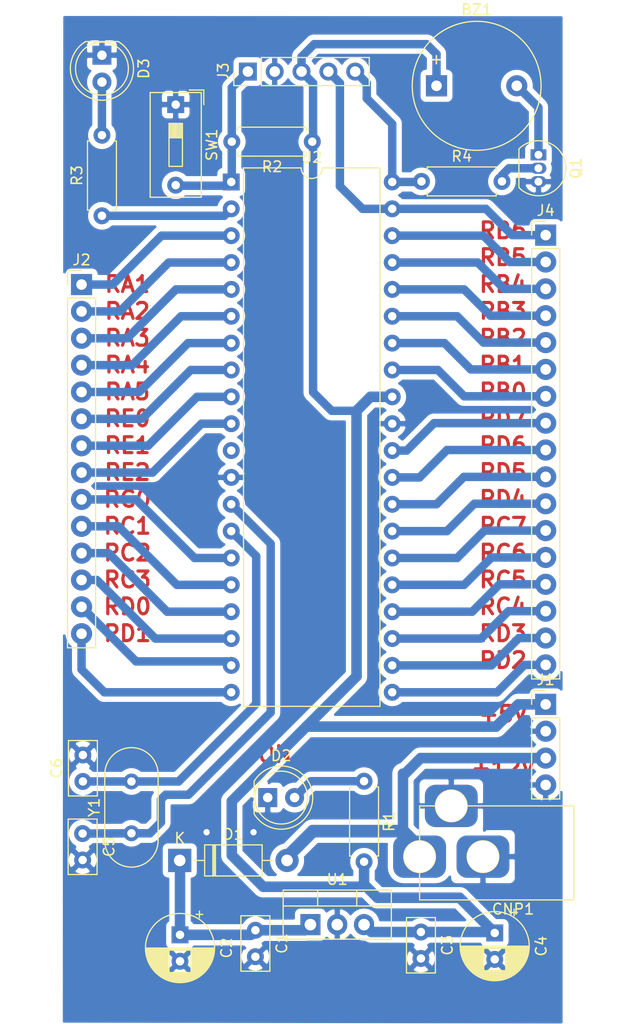
<source format=kicad_pcb>
(kicad_pcb (version 20171130) (host pcbnew "(5.1.9)-1")

  (general
    (thickness 1.6)
    (drawings 40)
    (tracks 177)
    (zones 0)
    (modules 24)
    (nets 46)
  )

  (page A4)
  (layers
    (0 F.Cu signal)
    (31 B.Cu signal)
    (32 B.Adhes user)
    (33 F.Adhes user)
    (34 B.Paste user)
    (35 F.Paste user)
    (36 B.SilkS user)
    (37 F.SilkS user)
    (38 B.Mask user)
    (39 F.Mask user)
    (40 Dwgs.User user)
    (41 Cmts.User user)
    (42 Eco1.User user)
    (43 Eco2.User user)
    (44 Edge.Cuts user)
    (45 Margin user)
    (46 B.CrtYd user)
    (47 F.CrtYd user)
    (48 B.Fab user)
    (49 F.Fab user)
  )

  (setup
    (last_trace_width 0.25)
    (user_trace_width 0.5)
    (user_trace_width 0.8)
    (user_trace_width 1)
    (user_trace_width 1.2)
    (trace_clearance 0.2)
    (zone_clearance 0.508)
    (zone_45_only no)
    (trace_min 0.2)
    (via_size 0.8)
    (via_drill 0.4)
    (via_min_size 0.4)
    (via_min_drill 0.3)
    (uvia_size 0.3)
    (uvia_drill 0.1)
    (uvias_allowed no)
    (uvia_min_size 0.2)
    (uvia_min_drill 0.1)
    (edge_width 0.05)
    (segment_width 0.2)
    (pcb_text_width 0.3)
    (pcb_text_size 1.5 1.5)
    (mod_edge_width 0.12)
    (mod_text_size 1 1)
    (mod_text_width 0.15)
    (pad_size 1.524 1.524)
    (pad_drill 0.762)
    (pad_to_mask_clearance 0)
    (aux_axis_origin 0 0)
    (visible_elements 7FFFFFFF)
    (pcbplotparams
      (layerselection 0x010fc_ffffffff)
      (usegerberextensions false)
      (usegerberattributes true)
      (usegerberadvancedattributes true)
      (creategerberjobfile true)
      (excludeedgelayer true)
      (linewidth 0.100000)
      (plotframeref false)
      (viasonmask false)
      (mode 1)
      (useauxorigin false)
      (hpglpennumber 1)
      (hpglpenspeed 20)
      (hpglpendiameter 15.000000)
      (psnegative false)
      (psa4output false)
      (plotreference true)
      (plotvalue true)
      (plotinvisibletext false)
      (padsonsilk false)
      (subtractmaskfromsilk false)
      (outputformat 1)
      (mirror false)
      (drillshape 1)
      (scaleselection 1)
      (outputdirectory ""))
  )

  (net 0 "")
  (net 1 "Net-(BZ1-Pad2)")
  (net 2 /VDD)
  (net 3 /VSS)
  (net 4 "Net-(C1-Pad1)")
  (net 5 "Net-(C5-Pad1)")
  (net 6 "Net-(C6-Pad1)")
  (net 7 /VCC)
  (net 8 "Net-(D2-Pad2)")
  (net 9 "Net-(D3-Pad2)")
  (net 10 /RD1)
  (net 11 /RD0)
  (net 12 /RC3)
  (net 13 /RC2)
  (net 14 /RC1)
  (net 15 /RC0)
  (net 16 /RE2)
  (net 17 /RE1)
  (net 18 /RE0)
  (net 19 /RA5)
  (net 20 /RA4)
  (net 21 /RA3)
  (net 22 /RA2)
  (net 23 /RA1)
  (net 24 /PGD)
  (net 25 /PGC)
  (net 26 /MCLR)
  (net 27 /RD2)
  (net 28 /RD3)
  (net 29 /RC4)
  (net 30 /RC5)
  (net 31 /RC6)
  (net 32 /RC7)
  (net 33 /RD4)
  (net 34 /RD5)
  (net 35 /RD6)
  (net 36 /RD7)
  (net 37 /RB0)
  (net 38 /RB1)
  (net 39 /RB2)
  (net 40 /RB3)
  (net 41 /RB4)
  (net 42 /RB5)
  (net 43 "Net-(Q1-Pad2)")
  (net 44 "Net-(R3-Pad1)")
  (net 45 "Net-(U2-Pad11)")

  (net_class Default "This is the default net class."
    (clearance 0.2)
    (trace_width 0.25)
    (via_dia 0.8)
    (via_drill 0.4)
    (uvia_dia 0.3)
    (uvia_drill 0.1)
    (add_net /MCLR)
    (add_net /PGC)
    (add_net /PGD)
    (add_net /RA1)
    (add_net /RA2)
    (add_net /RA3)
    (add_net /RA4)
    (add_net /RA5)
    (add_net /RB0)
    (add_net /RB1)
    (add_net /RB2)
    (add_net /RB3)
    (add_net /RB4)
    (add_net /RB5)
    (add_net /RC0)
    (add_net /RC1)
    (add_net /RC2)
    (add_net /RC3)
    (add_net /RC4)
    (add_net /RC5)
    (add_net /RC6)
    (add_net /RC7)
    (add_net /RD0)
    (add_net /RD1)
    (add_net /RD2)
    (add_net /RD3)
    (add_net /RD4)
    (add_net /RD5)
    (add_net /RD6)
    (add_net /RD7)
    (add_net /RE0)
    (add_net /RE1)
    (add_net /RE2)
    (add_net /VCC)
    (add_net /VDD)
    (add_net /VSS)
    (add_net "Net-(BZ1-Pad2)")
    (add_net "Net-(C1-Pad1)")
    (add_net "Net-(C5-Pad1)")
    (add_net "Net-(C6-Pad1)")
    (add_net "Net-(D2-Pad2)")
    (add_net "Net-(D3-Pad2)")
    (add_net "Net-(Q1-Pad2)")
    (add_net "Net-(R3-Pad1)")
    (add_net "Net-(U2-Pad11)")
  )

  (module Capacitor_THT:CP_Radial_D6.3mm_P2.50mm (layer F.Cu) (tedit 5AE50EF0) (tstamp 60C94301)
    (at 145.2626 137.541 270)
    (descr "CP, Radial series, Radial, pin pitch=2.50mm, , diameter=6.3mm, Electrolytic Capacitor")
    (tags "CP Radial series Radial pin pitch 2.50mm  diameter 6.3mm Electrolytic Capacitor")
    (path /60C80B37)
    (fp_text reference C4 (at 1.25 -4.4 90) (layer F.SilkS)
      (effects (font (size 1 1) (thickness 0.15)))
    )
    (fp_text value 220uF (at 1.25 4.4 90) (layer F.Fab)
      (effects (font (size 1 1) (thickness 0.15)))
    )
    (fp_text user %R (at 1.25 0 90) (layer F.Fab)
      (effects (font (size 1 1) (thickness 0.15)))
    )
    (fp_circle (center 1.25 0) (end 4.4 0) (layer F.Fab) (width 0.1))
    (fp_circle (center 1.25 0) (end 4.52 0) (layer F.SilkS) (width 0.12))
    (fp_circle (center 1.25 0) (end 4.65 0) (layer F.CrtYd) (width 0.05))
    (fp_line (start -1.443972 -1.3735) (end -0.813972 -1.3735) (layer F.Fab) (width 0.1))
    (fp_line (start -1.128972 -1.6885) (end -1.128972 -1.0585) (layer F.Fab) (width 0.1))
    (fp_line (start 1.25 -3.23) (end 1.25 3.23) (layer F.SilkS) (width 0.12))
    (fp_line (start 1.29 -3.23) (end 1.29 3.23) (layer F.SilkS) (width 0.12))
    (fp_line (start 1.33 -3.23) (end 1.33 3.23) (layer F.SilkS) (width 0.12))
    (fp_line (start 1.37 -3.228) (end 1.37 3.228) (layer F.SilkS) (width 0.12))
    (fp_line (start 1.41 -3.227) (end 1.41 3.227) (layer F.SilkS) (width 0.12))
    (fp_line (start 1.45 -3.224) (end 1.45 3.224) (layer F.SilkS) (width 0.12))
    (fp_line (start 1.49 -3.222) (end 1.49 -1.04) (layer F.SilkS) (width 0.12))
    (fp_line (start 1.49 1.04) (end 1.49 3.222) (layer F.SilkS) (width 0.12))
    (fp_line (start 1.53 -3.218) (end 1.53 -1.04) (layer F.SilkS) (width 0.12))
    (fp_line (start 1.53 1.04) (end 1.53 3.218) (layer F.SilkS) (width 0.12))
    (fp_line (start 1.57 -3.215) (end 1.57 -1.04) (layer F.SilkS) (width 0.12))
    (fp_line (start 1.57 1.04) (end 1.57 3.215) (layer F.SilkS) (width 0.12))
    (fp_line (start 1.61 -3.211) (end 1.61 -1.04) (layer F.SilkS) (width 0.12))
    (fp_line (start 1.61 1.04) (end 1.61 3.211) (layer F.SilkS) (width 0.12))
    (fp_line (start 1.65 -3.206) (end 1.65 -1.04) (layer F.SilkS) (width 0.12))
    (fp_line (start 1.65 1.04) (end 1.65 3.206) (layer F.SilkS) (width 0.12))
    (fp_line (start 1.69 -3.201) (end 1.69 -1.04) (layer F.SilkS) (width 0.12))
    (fp_line (start 1.69 1.04) (end 1.69 3.201) (layer F.SilkS) (width 0.12))
    (fp_line (start 1.73 -3.195) (end 1.73 -1.04) (layer F.SilkS) (width 0.12))
    (fp_line (start 1.73 1.04) (end 1.73 3.195) (layer F.SilkS) (width 0.12))
    (fp_line (start 1.77 -3.189) (end 1.77 -1.04) (layer F.SilkS) (width 0.12))
    (fp_line (start 1.77 1.04) (end 1.77 3.189) (layer F.SilkS) (width 0.12))
    (fp_line (start 1.81 -3.182) (end 1.81 -1.04) (layer F.SilkS) (width 0.12))
    (fp_line (start 1.81 1.04) (end 1.81 3.182) (layer F.SilkS) (width 0.12))
    (fp_line (start 1.85 -3.175) (end 1.85 -1.04) (layer F.SilkS) (width 0.12))
    (fp_line (start 1.85 1.04) (end 1.85 3.175) (layer F.SilkS) (width 0.12))
    (fp_line (start 1.89 -3.167) (end 1.89 -1.04) (layer F.SilkS) (width 0.12))
    (fp_line (start 1.89 1.04) (end 1.89 3.167) (layer F.SilkS) (width 0.12))
    (fp_line (start 1.93 -3.159) (end 1.93 -1.04) (layer F.SilkS) (width 0.12))
    (fp_line (start 1.93 1.04) (end 1.93 3.159) (layer F.SilkS) (width 0.12))
    (fp_line (start 1.971 -3.15) (end 1.971 -1.04) (layer F.SilkS) (width 0.12))
    (fp_line (start 1.971 1.04) (end 1.971 3.15) (layer F.SilkS) (width 0.12))
    (fp_line (start 2.011 -3.141) (end 2.011 -1.04) (layer F.SilkS) (width 0.12))
    (fp_line (start 2.011 1.04) (end 2.011 3.141) (layer F.SilkS) (width 0.12))
    (fp_line (start 2.051 -3.131) (end 2.051 -1.04) (layer F.SilkS) (width 0.12))
    (fp_line (start 2.051 1.04) (end 2.051 3.131) (layer F.SilkS) (width 0.12))
    (fp_line (start 2.091 -3.121) (end 2.091 -1.04) (layer F.SilkS) (width 0.12))
    (fp_line (start 2.091 1.04) (end 2.091 3.121) (layer F.SilkS) (width 0.12))
    (fp_line (start 2.131 -3.11) (end 2.131 -1.04) (layer F.SilkS) (width 0.12))
    (fp_line (start 2.131 1.04) (end 2.131 3.11) (layer F.SilkS) (width 0.12))
    (fp_line (start 2.171 -3.098) (end 2.171 -1.04) (layer F.SilkS) (width 0.12))
    (fp_line (start 2.171 1.04) (end 2.171 3.098) (layer F.SilkS) (width 0.12))
    (fp_line (start 2.211 -3.086) (end 2.211 -1.04) (layer F.SilkS) (width 0.12))
    (fp_line (start 2.211 1.04) (end 2.211 3.086) (layer F.SilkS) (width 0.12))
    (fp_line (start 2.251 -3.074) (end 2.251 -1.04) (layer F.SilkS) (width 0.12))
    (fp_line (start 2.251 1.04) (end 2.251 3.074) (layer F.SilkS) (width 0.12))
    (fp_line (start 2.291 -3.061) (end 2.291 -1.04) (layer F.SilkS) (width 0.12))
    (fp_line (start 2.291 1.04) (end 2.291 3.061) (layer F.SilkS) (width 0.12))
    (fp_line (start 2.331 -3.047) (end 2.331 -1.04) (layer F.SilkS) (width 0.12))
    (fp_line (start 2.331 1.04) (end 2.331 3.047) (layer F.SilkS) (width 0.12))
    (fp_line (start 2.371 -3.033) (end 2.371 -1.04) (layer F.SilkS) (width 0.12))
    (fp_line (start 2.371 1.04) (end 2.371 3.033) (layer F.SilkS) (width 0.12))
    (fp_line (start 2.411 -3.018) (end 2.411 -1.04) (layer F.SilkS) (width 0.12))
    (fp_line (start 2.411 1.04) (end 2.411 3.018) (layer F.SilkS) (width 0.12))
    (fp_line (start 2.451 -3.002) (end 2.451 -1.04) (layer F.SilkS) (width 0.12))
    (fp_line (start 2.451 1.04) (end 2.451 3.002) (layer F.SilkS) (width 0.12))
    (fp_line (start 2.491 -2.986) (end 2.491 -1.04) (layer F.SilkS) (width 0.12))
    (fp_line (start 2.491 1.04) (end 2.491 2.986) (layer F.SilkS) (width 0.12))
    (fp_line (start 2.531 -2.97) (end 2.531 -1.04) (layer F.SilkS) (width 0.12))
    (fp_line (start 2.531 1.04) (end 2.531 2.97) (layer F.SilkS) (width 0.12))
    (fp_line (start 2.571 -2.952) (end 2.571 -1.04) (layer F.SilkS) (width 0.12))
    (fp_line (start 2.571 1.04) (end 2.571 2.952) (layer F.SilkS) (width 0.12))
    (fp_line (start 2.611 -2.934) (end 2.611 -1.04) (layer F.SilkS) (width 0.12))
    (fp_line (start 2.611 1.04) (end 2.611 2.934) (layer F.SilkS) (width 0.12))
    (fp_line (start 2.651 -2.916) (end 2.651 -1.04) (layer F.SilkS) (width 0.12))
    (fp_line (start 2.651 1.04) (end 2.651 2.916) (layer F.SilkS) (width 0.12))
    (fp_line (start 2.691 -2.896) (end 2.691 -1.04) (layer F.SilkS) (width 0.12))
    (fp_line (start 2.691 1.04) (end 2.691 2.896) (layer F.SilkS) (width 0.12))
    (fp_line (start 2.731 -2.876) (end 2.731 -1.04) (layer F.SilkS) (width 0.12))
    (fp_line (start 2.731 1.04) (end 2.731 2.876) (layer F.SilkS) (width 0.12))
    (fp_line (start 2.771 -2.856) (end 2.771 -1.04) (layer F.SilkS) (width 0.12))
    (fp_line (start 2.771 1.04) (end 2.771 2.856) (layer F.SilkS) (width 0.12))
    (fp_line (start 2.811 -2.834) (end 2.811 -1.04) (layer F.SilkS) (width 0.12))
    (fp_line (start 2.811 1.04) (end 2.811 2.834) (layer F.SilkS) (width 0.12))
    (fp_line (start 2.851 -2.812) (end 2.851 -1.04) (layer F.SilkS) (width 0.12))
    (fp_line (start 2.851 1.04) (end 2.851 2.812) (layer F.SilkS) (width 0.12))
    (fp_line (start 2.891 -2.79) (end 2.891 -1.04) (layer F.SilkS) (width 0.12))
    (fp_line (start 2.891 1.04) (end 2.891 2.79) (layer F.SilkS) (width 0.12))
    (fp_line (start 2.931 -2.766) (end 2.931 -1.04) (layer F.SilkS) (width 0.12))
    (fp_line (start 2.931 1.04) (end 2.931 2.766) (layer F.SilkS) (width 0.12))
    (fp_line (start 2.971 -2.742) (end 2.971 -1.04) (layer F.SilkS) (width 0.12))
    (fp_line (start 2.971 1.04) (end 2.971 2.742) (layer F.SilkS) (width 0.12))
    (fp_line (start 3.011 -2.716) (end 3.011 -1.04) (layer F.SilkS) (width 0.12))
    (fp_line (start 3.011 1.04) (end 3.011 2.716) (layer F.SilkS) (width 0.12))
    (fp_line (start 3.051 -2.69) (end 3.051 -1.04) (layer F.SilkS) (width 0.12))
    (fp_line (start 3.051 1.04) (end 3.051 2.69) (layer F.SilkS) (width 0.12))
    (fp_line (start 3.091 -2.664) (end 3.091 -1.04) (layer F.SilkS) (width 0.12))
    (fp_line (start 3.091 1.04) (end 3.091 2.664) (layer F.SilkS) (width 0.12))
    (fp_line (start 3.131 -2.636) (end 3.131 -1.04) (layer F.SilkS) (width 0.12))
    (fp_line (start 3.131 1.04) (end 3.131 2.636) (layer F.SilkS) (width 0.12))
    (fp_line (start 3.171 -2.607) (end 3.171 -1.04) (layer F.SilkS) (width 0.12))
    (fp_line (start 3.171 1.04) (end 3.171 2.607) (layer F.SilkS) (width 0.12))
    (fp_line (start 3.211 -2.578) (end 3.211 -1.04) (layer F.SilkS) (width 0.12))
    (fp_line (start 3.211 1.04) (end 3.211 2.578) (layer F.SilkS) (width 0.12))
    (fp_line (start 3.251 -2.548) (end 3.251 -1.04) (layer F.SilkS) (width 0.12))
    (fp_line (start 3.251 1.04) (end 3.251 2.548) (layer F.SilkS) (width 0.12))
    (fp_line (start 3.291 -2.516) (end 3.291 -1.04) (layer F.SilkS) (width 0.12))
    (fp_line (start 3.291 1.04) (end 3.291 2.516) (layer F.SilkS) (width 0.12))
    (fp_line (start 3.331 -2.484) (end 3.331 -1.04) (layer F.SilkS) (width 0.12))
    (fp_line (start 3.331 1.04) (end 3.331 2.484) (layer F.SilkS) (width 0.12))
    (fp_line (start 3.371 -2.45) (end 3.371 -1.04) (layer F.SilkS) (width 0.12))
    (fp_line (start 3.371 1.04) (end 3.371 2.45) (layer F.SilkS) (width 0.12))
    (fp_line (start 3.411 -2.416) (end 3.411 -1.04) (layer F.SilkS) (width 0.12))
    (fp_line (start 3.411 1.04) (end 3.411 2.416) (layer F.SilkS) (width 0.12))
    (fp_line (start 3.451 -2.38) (end 3.451 -1.04) (layer F.SilkS) (width 0.12))
    (fp_line (start 3.451 1.04) (end 3.451 2.38) (layer F.SilkS) (width 0.12))
    (fp_line (start 3.491 -2.343) (end 3.491 -1.04) (layer F.SilkS) (width 0.12))
    (fp_line (start 3.491 1.04) (end 3.491 2.343) (layer F.SilkS) (width 0.12))
    (fp_line (start 3.531 -2.305) (end 3.531 -1.04) (layer F.SilkS) (width 0.12))
    (fp_line (start 3.531 1.04) (end 3.531 2.305) (layer F.SilkS) (width 0.12))
    (fp_line (start 3.571 -2.265) (end 3.571 2.265) (layer F.SilkS) (width 0.12))
    (fp_line (start 3.611 -2.224) (end 3.611 2.224) (layer F.SilkS) (width 0.12))
    (fp_line (start 3.651 -2.182) (end 3.651 2.182) (layer F.SilkS) (width 0.12))
    (fp_line (start 3.691 -2.137) (end 3.691 2.137) (layer F.SilkS) (width 0.12))
    (fp_line (start 3.731 -2.092) (end 3.731 2.092) (layer F.SilkS) (width 0.12))
    (fp_line (start 3.771 -2.044) (end 3.771 2.044) (layer F.SilkS) (width 0.12))
    (fp_line (start 3.811 -1.995) (end 3.811 1.995) (layer F.SilkS) (width 0.12))
    (fp_line (start 3.851 -1.944) (end 3.851 1.944) (layer F.SilkS) (width 0.12))
    (fp_line (start 3.891 -1.89) (end 3.891 1.89) (layer F.SilkS) (width 0.12))
    (fp_line (start 3.931 -1.834) (end 3.931 1.834) (layer F.SilkS) (width 0.12))
    (fp_line (start 3.971 -1.776) (end 3.971 1.776) (layer F.SilkS) (width 0.12))
    (fp_line (start 4.011 -1.714) (end 4.011 1.714) (layer F.SilkS) (width 0.12))
    (fp_line (start 4.051 -1.65) (end 4.051 1.65) (layer F.SilkS) (width 0.12))
    (fp_line (start 4.091 -1.581) (end 4.091 1.581) (layer F.SilkS) (width 0.12))
    (fp_line (start 4.131 -1.509) (end 4.131 1.509) (layer F.SilkS) (width 0.12))
    (fp_line (start 4.171 -1.432) (end 4.171 1.432) (layer F.SilkS) (width 0.12))
    (fp_line (start 4.211 -1.35) (end 4.211 1.35) (layer F.SilkS) (width 0.12))
    (fp_line (start 4.251 -1.262) (end 4.251 1.262) (layer F.SilkS) (width 0.12))
    (fp_line (start 4.291 -1.165) (end 4.291 1.165) (layer F.SilkS) (width 0.12))
    (fp_line (start 4.331 -1.059) (end 4.331 1.059) (layer F.SilkS) (width 0.12))
    (fp_line (start 4.371 -0.94) (end 4.371 0.94) (layer F.SilkS) (width 0.12))
    (fp_line (start 4.411 -0.802) (end 4.411 0.802) (layer F.SilkS) (width 0.12))
    (fp_line (start 4.451 -0.633) (end 4.451 0.633) (layer F.SilkS) (width 0.12))
    (fp_line (start 4.491 -0.402) (end 4.491 0.402) (layer F.SilkS) (width 0.12))
    (fp_line (start -2.250241 -1.839) (end -1.620241 -1.839) (layer F.SilkS) (width 0.12))
    (fp_line (start -1.935241 -2.154) (end -1.935241 -1.524) (layer F.SilkS) (width 0.12))
    (pad 2 thru_hole circle (at 2.5 0 270) (size 1.6 1.6) (drill 0.8) (layers *.Cu *.Mask)
      (net 3 /VSS))
    (pad 1 thru_hole rect (at 0 0 270) (size 1.6 1.6) (drill 0.8) (layers *.Cu *.Mask)
      (net 2 /VDD))
    (model ${KISYS3DMOD}/Capacitor_THT.3dshapes/CP_Radial_D6.3mm_P2.50mm.wrl
      (at (xyz 0 0 0))
      (scale (xyz 1 1 1))
      (rotate (xyz 0 0 0))
    )
  )

  (module Capacitor_THT:CP_Radial_D6.3mm_P2.50mm (layer F.Cu) (tedit 5AE50EF0) (tstamp 60C940A0)
    (at 115.4684 137.7188 270)
    (descr "CP, Radial series, Radial, pin pitch=2.50mm, , diameter=6.3mm, Electrolytic Capacitor")
    (tags "CP Radial series Radial pin pitch 2.50mm  diameter 6.3mm Electrolytic Capacitor")
    (path /60C803E8)
    (fp_text reference C2 (at 1.25 -4.4 90) (layer F.SilkS)
      (effects (font (size 1 1) (thickness 0.15)))
    )
    (fp_text value 220uF (at 1.25 4.4 90) (layer F.Fab)
      (effects (font (size 1 1) (thickness 0.15)))
    )
    (fp_text user %R (at 1.25 0 90) (layer F.Fab)
      (effects (font (size 1 1) (thickness 0.15)))
    )
    (fp_circle (center 1.25 0) (end 4.4 0) (layer F.Fab) (width 0.1))
    (fp_circle (center 1.25 0) (end 4.52 0) (layer F.SilkS) (width 0.12))
    (fp_circle (center 1.25 0) (end 4.65 0) (layer F.CrtYd) (width 0.05))
    (fp_line (start -1.443972 -1.3735) (end -0.813972 -1.3735) (layer F.Fab) (width 0.1))
    (fp_line (start -1.128972 -1.6885) (end -1.128972 -1.0585) (layer F.Fab) (width 0.1))
    (fp_line (start 1.25 -3.23) (end 1.25 3.23) (layer F.SilkS) (width 0.12))
    (fp_line (start 1.29 -3.23) (end 1.29 3.23) (layer F.SilkS) (width 0.12))
    (fp_line (start 1.33 -3.23) (end 1.33 3.23) (layer F.SilkS) (width 0.12))
    (fp_line (start 1.37 -3.228) (end 1.37 3.228) (layer F.SilkS) (width 0.12))
    (fp_line (start 1.41 -3.227) (end 1.41 3.227) (layer F.SilkS) (width 0.12))
    (fp_line (start 1.45 -3.224) (end 1.45 3.224) (layer F.SilkS) (width 0.12))
    (fp_line (start 1.49 -3.222) (end 1.49 -1.04) (layer F.SilkS) (width 0.12))
    (fp_line (start 1.49 1.04) (end 1.49 3.222) (layer F.SilkS) (width 0.12))
    (fp_line (start 1.53 -3.218) (end 1.53 -1.04) (layer F.SilkS) (width 0.12))
    (fp_line (start 1.53 1.04) (end 1.53 3.218) (layer F.SilkS) (width 0.12))
    (fp_line (start 1.57 -3.215) (end 1.57 -1.04) (layer F.SilkS) (width 0.12))
    (fp_line (start 1.57 1.04) (end 1.57 3.215) (layer F.SilkS) (width 0.12))
    (fp_line (start 1.61 -3.211) (end 1.61 -1.04) (layer F.SilkS) (width 0.12))
    (fp_line (start 1.61 1.04) (end 1.61 3.211) (layer F.SilkS) (width 0.12))
    (fp_line (start 1.65 -3.206) (end 1.65 -1.04) (layer F.SilkS) (width 0.12))
    (fp_line (start 1.65 1.04) (end 1.65 3.206) (layer F.SilkS) (width 0.12))
    (fp_line (start 1.69 -3.201) (end 1.69 -1.04) (layer F.SilkS) (width 0.12))
    (fp_line (start 1.69 1.04) (end 1.69 3.201) (layer F.SilkS) (width 0.12))
    (fp_line (start 1.73 -3.195) (end 1.73 -1.04) (layer F.SilkS) (width 0.12))
    (fp_line (start 1.73 1.04) (end 1.73 3.195) (layer F.SilkS) (width 0.12))
    (fp_line (start 1.77 -3.189) (end 1.77 -1.04) (layer F.SilkS) (width 0.12))
    (fp_line (start 1.77 1.04) (end 1.77 3.189) (layer F.SilkS) (width 0.12))
    (fp_line (start 1.81 -3.182) (end 1.81 -1.04) (layer F.SilkS) (width 0.12))
    (fp_line (start 1.81 1.04) (end 1.81 3.182) (layer F.SilkS) (width 0.12))
    (fp_line (start 1.85 -3.175) (end 1.85 -1.04) (layer F.SilkS) (width 0.12))
    (fp_line (start 1.85 1.04) (end 1.85 3.175) (layer F.SilkS) (width 0.12))
    (fp_line (start 1.89 -3.167) (end 1.89 -1.04) (layer F.SilkS) (width 0.12))
    (fp_line (start 1.89 1.04) (end 1.89 3.167) (layer F.SilkS) (width 0.12))
    (fp_line (start 1.93 -3.159) (end 1.93 -1.04) (layer F.SilkS) (width 0.12))
    (fp_line (start 1.93 1.04) (end 1.93 3.159) (layer F.SilkS) (width 0.12))
    (fp_line (start 1.971 -3.15) (end 1.971 -1.04) (layer F.SilkS) (width 0.12))
    (fp_line (start 1.971 1.04) (end 1.971 3.15) (layer F.SilkS) (width 0.12))
    (fp_line (start 2.011 -3.141) (end 2.011 -1.04) (layer F.SilkS) (width 0.12))
    (fp_line (start 2.011 1.04) (end 2.011 3.141) (layer F.SilkS) (width 0.12))
    (fp_line (start 2.051 -3.131) (end 2.051 -1.04) (layer F.SilkS) (width 0.12))
    (fp_line (start 2.051 1.04) (end 2.051 3.131) (layer F.SilkS) (width 0.12))
    (fp_line (start 2.091 -3.121) (end 2.091 -1.04) (layer F.SilkS) (width 0.12))
    (fp_line (start 2.091 1.04) (end 2.091 3.121) (layer F.SilkS) (width 0.12))
    (fp_line (start 2.131 -3.11) (end 2.131 -1.04) (layer F.SilkS) (width 0.12))
    (fp_line (start 2.131 1.04) (end 2.131 3.11) (layer F.SilkS) (width 0.12))
    (fp_line (start 2.171 -3.098) (end 2.171 -1.04) (layer F.SilkS) (width 0.12))
    (fp_line (start 2.171 1.04) (end 2.171 3.098) (layer F.SilkS) (width 0.12))
    (fp_line (start 2.211 -3.086) (end 2.211 -1.04) (layer F.SilkS) (width 0.12))
    (fp_line (start 2.211 1.04) (end 2.211 3.086) (layer F.SilkS) (width 0.12))
    (fp_line (start 2.251 -3.074) (end 2.251 -1.04) (layer F.SilkS) (width 0.12))
    (fp_line (start 2.251 1.04) (end 2.251 3.074) (layer F.SilkS) (width 0.12))
    (fp_line (start 2.291 -3.061) (end 2.291 -1.04) (layer F.SilkS) (width 0.12))
    (fp_line (start 2.291 1.04) (end 2.291 3.061) (layer F.SilkS) (width 0.12))
    (fp_line (start 2.331 -3.047) (end 2.331 -1.04) (layer F.SilkS) (width 0.12))
    (fp_line (start 2.331 1.04) (end 2.331 3.047) (layer F.SilkS) (width 0.12))
    (fp_line (start 2.371 -3.033) (end 2.371 -1.04) (layer F.SilkS) (width 0.12))
    (fp_line (start 2.371 1.04) (end 2.371 3.033) (layer F.SilkS) (width 0.12))
    (fp_line (start 2.411 -3.018) (end 2.411 -1.04) (layer F.SilkS) (width 0.12))
    (fp_line (start 2.411 1.04) (end 2.411 3.018) (layer F.SilkS) (width 0.12))
    (fp_line (start 2.451 -3.002) (end 2.451 -1.04) (layer F.SilkS) (width 0.12))
    (fp_line (start 2.451 1.04) (end 2.451 3.002) (layer F.SilkS) (width 0.12))
    (fp_line (start 2.491 -2.986) (end 2.491 -1.04) (layer F.SilkS) (width 0.12))
    (fp_line (start 2.491 1.04) (end 2.491 2.986) (layer F.SilkS) (width 0.12))
    (fp_line (start 2.531 -2.97) (end 2.531 -1.04) (layer F.SilkS) (width 0.12))
    (fp_line (start 2.531 1.04) (end 2.531 2.97) (layer F.SilkS) (width 0.12))
    (fp_line (start 2.571 -2.952) (end 2.571 -1.04) (layer F.SilkS) (width 0.12))
    (fp_line (start 2.571 1.04) (end 2.571 2.952) (layer F.SilkS) (width 0.12))
    (fp_line (start 2.611 -2.934) (end 2.611 -1.04) (layer F.SilkS) (width 0.12))
    (fp_line (start 2.611 1.04) (end 2.611 2.934) (layer F.SilkS) (width 0.12))
    (fp_line (start 2.651 -2.916) (end 2.651 -1.04) (layer F.SilkS) (width 0.12))
    (fp_line (start 2.651 1.04) (end 2.651 2.916) (layer F.SilkS) (width 0.12))
    (fp_line (start 2.691 -2.896) (end 2.691 -1.04) (layer F.SilkS) (width 0.12))
    (fp_line (start 2.691 1.04) (end 2.691 2.896) (layer F.SilkS) (width 0.12))
    (fp_line (start 2.731 -2.876) (end 2.731 -1.04) (layer F.SilkS) (width 0.12))
    (fp_line (start 2.731 1.04) (end 2.731 2.876) (layer F.SilkS) (width 0.12))
    (fp_line (start 2.771 -2.856) (end 2.771 -1.04) (layer F.SilkS) (width 0.12))
    (fp_line (start 2.771 1.04) (end 2.771 2.856) (layer F.SilkS) (width 0.12))
    (fp_line (start 2.811 -2.834) (end 2.811 -1.04) (layer F.SilkS) (width 0.12))
    (fp_line (start 2.811 1.04) (end 2.811 2.834) (layer F.SilkS) (width 0.12))
    (fp_line (start 2.851 -2.812) (end 2.851 -1.04) (layer F.SilkS) (width 0.12))
    (fp_line (start 2.851 1.04) (end 2.851 2.812) (layer F.SilkS) (width 0.12))
    (fp_line (start 2.891 -2.79) (end 2.891 -1.04) (layer F.SilkS) (width 0.12))
    (fp_line (start 2.891 1.04) (end 2.891 2.79) (layer F.SilkS) (width 0.12))
    (fp_line (start 2.931 -2.766) (end 2.931 -1.04) (layer F.SilkS) (width 0.12))
    (fp_line (start 2.931 1.04) (end 2.931 2.766) (layer F.SilkS) (width 0.12))
    (fp_line (start 2.971 -2.742) (end 2.971 -1.04) (layer F.SilkS) (width 0.12))
    (fp_line (start 2.971 1.04) (end 2.971 2.742) (layer F.SilkS) (width 0.12))
    (fp_line (start 3.011 -2.716) (end 3.011 -1.04) (layer F.SilkS) (width 0.12))
    (fp_line (start 3.011 1.04) (end 3.011 2.716) (layer F.SilkS) (width 0.12))
    (fp_line (start 3.051 -2.69) (end 3.051 -1.04) (layer F.SilkS) (width 0.12))
    (fp_line (start 3.051 1.04) (end 3.051 2.69) (layer F.SilkS) (width 0.12))
    (fp_line (start 3.091 -2.664) (end 3.091 -1.04) (layer F.SilkS) (width 0.12))
    (fp_line (start 3.091 1.04) (end 3.091 2.664) (layer F.SilkS) (width 0.12))
    (fp_line (start 3.131 -2.636) (end 3.131 -1.04) (layer F.SilkS) (width 0.12))
    (fp_line (start 3.131 1.04) (end 3.131 2.636) (layer F.SilkS) (width 0.12))
    (fp_line (start 3.171 -2.607) (end 3.171 -1.04) (layer F.SilkS) (width 0.12))
    (fp_line (start 3.171 1.04) (end 3.171 2.607) (layer F.SilkS) (width 0.12))
    (fp_line (start 3.211 -2.578) (end 3.211 -1.04) (layer F.SilkS) (width 0.12))
    (fp_line (start 3.211 1.04) (end 3.211 2.578) (layer F.SilkS) (width 0.12))
    (fp_line (start 3.251 -2.548) (end 3.251 -1.04) (layer F.SilkS) (width 0.12))
    (fp_line (start 3.251 1.04) (end 3.251 2.548) (layer F.SilkS) (width 0.12))
    (fp_line (start 3.291 -2.516) (end 3.291 -1.04) (layer F.SilkS) (width 0.12))
    (fp_line (start 3.291 1.04) (end 3.291 2.516) (layer F.SilkS) (width 0.12))
    (fp_line (start 3.331 -2.484) (end 3.331 -1.04) (layer F.SilkS) (width 0.12))
    (fp_line (start 3.331 1.04) (end 3.331 2.484) (layer F.SilkS) (width 0.12))
    (fp_line (start 3.371 -2.45) (end 3.371 -1.04) (layer F.SilkS) (width 0.12))
    (fp_line (start 3.371 1.04) (end 3.371 2.45) (layer F.SilkS) (width 0.12))
    (fp_line (start 3.411 -2.416) (end 3.411 -1.04) (layer F.SilkS) (width 0.12))
    (fp_line (start 3.411 1.04) (end 3.411 2.416) (layer F.SilkS) (width 0.12))
    (fp_line (start 3.451 -2.38) (end 3.451 -1.04) (layer F.SilkS) (width 0.12))
    (fp_line (start 3.451 1.04) (end 3.451 2.38) (layer F.SilkS) (width 0.12))
    (fp_line (start 3.491 -2.343) (end 3.491 -1.04) (layer F.SilkS) (width 0.12))
    (fp_line (start 3.491 1.04) (end 3.491 2.343) (layer F.SilkS) (width 0.12))
    (fp_line (start 3.531 -2.305) (end 3.531 -1.04) (layer F.SilkS) (width 0.12))
    (fp_line (start 3.531 1.04) (end 3.531 2.305) (layer F.SilkS) (width 0.12))
    (fp_line (start 3.571 -2.265) (end 3.571 2.265) (layer F.SilkS) (width 0.12))
    (fp_line (start 3.611 -2.224) (end 3.611 2.224) (layer F.SilkS) (width 0.12))
    (fp_line (start 3.651 -2.182) (end 3.651 2.182) (layer F.SilkS) (width 0.12))
    (fp_line (start 3.691 -2.137) (end 3.691 2.137) (layer F.SilkS) (width 0.12))
    (fp_line (start 3.731 -2.092) (end 3.731 2.092) (layer F.SilkS) (width 0.12))
    (fp_line (start 3.771 -2.044) (end 3.771 2.044) (layer F.SilkS) (width 0.12))
    (fp_line (start 3.811 -1.995) (end 3.811 1.995) (layer F.SilkS) (width 0.12))
    (fp_line (start 3.851 -1.944) (end 3.851 1.944) (layer F.SilkS) (width 0.12))
    (fp_line (start 3.891 -1.89) (end 3.891 1.89) (layer F.SilkS) (width 0.12))
    (fp_line (start 3.931 -1.834) (end 3.931 1.834) (layer F.SilkS) (width 0.12))
    (fp_line (start 3.971 -1.776) (end 3.971 1.776) (layer F.SilkS) (width 0.12))
    (fp_line (start 4.011 -1.714) (end 4.011 1.714) (layer F.SilkS) (width 0.12))
    (fp_line (start 4.051 -1.65) (end 4.051 1.65) (layer F.SilkS) (width 0.12))
    (fp_line (start 4.091 -1.581) (end 4.091 1.581) (layer F.SilkS) (width 0.12))
    (fp_line (start 4.131 -1.509) (end 4.131 1.509) (layer F.SilkS) (width 0.12))
    (fp_line (start 4.171 -1.432) (end 4.171 1.432) (layer F.SilkS) (width 0.12))
    (fp_line (start 4.211 -1.35) (end 4.211 1.35) (layer F.SilkS) (width 0.12))
    (fp_line (start 4.251 -1.262) (end 4.251 1.262) (layer F.SilkS) (width 0.12))
    (fp_line (start 4.291 -1.165) (end 4.291 1.165) (layer F.SilkS) (width 0.12))
    (fp_line (start 4.331 -1.059) (end 4.331 1.059) (layer F.SilkS) (width 0.12))
    (fp_line (start 4.371 -0.94) (end 4.371 0.94) (layer F.SilkS) (width 0.12))
    (fp_line (start 4.411 -0.802) (end 4.411 0.802) (layer F.SilkS) (width 0.12))
    (fp_line (start 4.451 -0.633) (end 4.451 0.633) (layer F.SilkS) (width 0.12))
    (fp_line (start 4.491 -0.402) (end 4.491 0.402) (layer F.SilkS) (width 0.12))
    (fp_line (start -2.250241 -1.839) (end -1.620241 -1.839) (layer F.SilkS) (width 0.12))
    (fp_line (start -1.935241 -2.154) (end -1.935241 -1.524) (layer F.SilkS) (width 0.12))
    (pad 2 thru_hole circle (at 2.5 0 270) (size 1.6 1.6) (drill 0.8) (layers *.Cu *.Mask)
      (net 3 /VSS))
    (pad 1 thru_hole rect (at 0 0 270) (size 1.6 1.6) (drill 0.8) (layers *.Cu *.Mask)
      (net 4 "Net-(C1-Pad1)"))
    (model ${KISYS3DMOD}/Capacitor_THT.3dshapes/CP_Radial_D6.3mm_P2.50mm.wrl
      (at (xyz 0 0 0))
      (scale (xyz 1 1 1))
      (rotate (xyz 0 0 0))
    )
  )

  (module Diode_THT:D_DO-41_SOD81_P10.16mm_Horizontal (layer F.Cu) (tedit 60CFAD5D) (tstamp 60C946B6)
    (at 115.443 130.683)
    (descr "Diode, DO-41_SOD81 series, Axial, Horizontal, pin pitch=10.16mm, , length*diameter=5.2*2.7mm^2, , http://www.diodes.com/_files/packages/DO-41%20(Plastic).pdf")
    (tags "Diode DO-41_SOD81 series Axial Horizontal pin pitch 10.16mm  length 5.2mm diameter 2.7mm")
    (path /60C8F103)
    (fp_text reference D1 (at 5.08 -2.47) (layer F.SilkS)
      (effects (font (size 1 1) (thickness 0.15)))
    )
    (fp_text value 1n4007 (at 5.08 2.47) (layer F.Fab)
      (effects (font (size 1 1) (thickness 0.15)))
    )
    (fp_line (start 2.48 -1.35) (end 2.48 1.35) (layer F.Fab) (width 0.1))
    (fp_line (start 2.48 1.35) (end 7.68 1.35) (layer F.Fab) (width 0.1))
    (fp_line (start 7.68 1.35) (end 7.68 -1.35) (layer F.Fab) (width 0.1))
    (fp_line (start 7.68 -1.35) (end 2.48 -1.35) (layer F.Fab) (width 0.1))
    (fp_line (start 0 0) (end 2.48 0) (layer F.Fab) (width 0.1))
    (fp_line (start 10.16 0) (end 7.68 0) (layer F.Fab) (width 0.1))
    (fp_line (start 3.26 -1.35) (end 3.26 1.35) (layer F.Fab) (width 0.1))
    (fp_line (start 3.36 -1.35) (end 3.36 1.35) (layer F.Fab) (width 0.1))
    (fp_line (start 3.16 -1.35) (end 3.16 1.35) (layer F.Fab) (width 0.1))
    (fp_line (start 2.36 -1.47) (end 2.36 1.47) (layer F.SilkS) (width 0.12))
    (fp_line (start 2.36 1.47) (end 7.8 1.47) (layer F.SilkS) (width 0.12))
    (fp_line (start 7.8 1.47) (end 7.8 -1.47) (layer F.SilkS) (width 0.12))
    (fp_line (start 7.8 -1.47) (end 2.36 -1.47) (layer F.SilkS) (width 0.12))
    (fp_line (start 1.34 0) (end 2.36 0) (layer F.SilkS) (width 0.12))
    (fp_line (start 8.82 0) (end 7.8 0) (layer F.SilkS) (width 0.12))
    (fp_line (start 3.26 -1.47) (end 3.26 1.47) (layer F.SilkS) (width 0.12))
    (fp_line (start 3.38 -1.47) (end 3.38 1.47) (layer F.SilkS) (width 0.12))
    (fp_line (start 3.14 -1.47) (end 3.14 1.47) (layer F.SilkS) (width 0.12))
    (fp_line (start -1.35 -1.6) (end -1.35 1.6) (layer F.CrtYd) (width 0.05))
    (fp_line (start -1.35 1.6) (end 11.51 1.6) (layer F.CrtYd) (width 0.05))
    (fp_line (start 11.51 1.6) (end 11.51 -1.6) (layer F.CrtYd) (width 0.05))
    (fp_line (start 11.51 -1.6) (end -1.35 -1.6) (layer F.CrtYd) (width 0.05))
    (fp_text user K (at 0 -2.1) (layer F.SilkS)
      (effects (font (size 1 1) (thickness 0.15)))
    )
    (fp_text user K (at 0 -2.1) (layer F.Fab)
      (effects (font (size 1 1) (thickness 0.15)))
    )
    (fp_text user %R (at 5.47 0) (layer F.Fab)
      (effects (font (size 1 1) (thickness 0.15)))
    )
    (pad 1 thru_hole oval (at 10.16 0) (size 2.2 2.2) (drill 1.1) (layers *.Cu *.Mask)
      (net 7 /VCC))
    (pad 2 thru_hole rect (at 0 0) (size 2.2 2.2) (drill 1.1) (layers *.Cu *.Mask)
      (net 4 "Net-(C1-Pad1)"))
    (model ${KISYS3DMOD}/Diode_THT.3dshapes/D_DO-41_SOD81_P10.16mm_Horizontal.wrl
      (at (xyz 0 0 0))
      (scale (xyz 1 1 1))
      (rotate (xyz 0 0 0))
    )
  )

  (module Connector_PinHeader_2.54mm:PinHeader_1x04_P2.54mm_Vertical (layer F.Cu) (tedit 60C81426) (tstamp 60C8E722)
    (at 150.0886 115.9256)
    (descr "Through hole straight pin header, 1x04, 2.54mm pitch, single row")
    (tags "Through hole pin header THT 1x04 2.54mm single row")
    (path /60CC0E2E)
    (fp_text reference J1 (at 0 -2.33) (layer F.SilkS)
      (effects (font (size 1 1) (thickness 0.15)))
    )
    (fp_text value Conn_01x04_Female (at 0 9.95) (layer F.Fab)
      (effects (font (size 1 1) (thickness 0.15)))
    )
    (fp_line (start -0.635 -1.27) (end 1.27 -1.27) (layer F.Fab) (width 0.1))
    (fp_line (start 1.27 -1.27) (end 1.27 8.89) (layer F.Fab) (width 0.1))
    (fp_line (start 1.27 8.89) (end -1.27 8.89) (layer F.Fab) (width 0.1))
    (fp_line (start -1.27 8.89) (end -1.27 -0.635) (layer F.Fab) (width 0.1))
    (fp_line (start -1.27 -0.635) (end -0.635 -1.27) (layer F.Fab) (width 0.1))
    (fp_line (start -1.33 8.95) (end 1.33 8.95) (layer F.SilkS) (width 0.12))
    (fp_line (start -1.33 1.27) (end -1.33 8.95) (layer F.SilkS) (width 0.12))
    (fp_line (start 1.33 1.27) (end 1.33 8.95) (layer F.SilkS) (width 0.12))
    (fp_line (start -1.33 1.27) (end 1.33 1.27) (layer F.SilkS) (width 0.12))
    (fp_line (start -1.33 0) (end -1.33 -1.33) (layer F.SilkS) (width 0.12))
    (fp_line (start -1.33 -1.33) (end 0 -1.33) (layer F.SilkS) (width 0.12))
    (fp_line (start -1.8 -1.8) (end -1.8 9.4) (layer F.CrtYd) (width 0.05))
    (fp_line (start -1.8 9.4) (end 1.8 9.4) (layer F.CrtYd) (width 0.05))
    (fp_line (start 1.8 9.4) (end 1.8 -1.8) (layer F.CrtYd) (width 0.05))
    (fp_line (start 1.8 -1.8) (end -1.8 -1.8) (layer F.CrtYd) (width 0.05))
    (fp_text user %R (at 0 3.81 90) (layer F.Fab)
      (effects (font (size 1 1) (thickness 0.15)))
    )
    (pad 4 thru_hole oval (at 0 7.62) (size 2 2) (drill 1) (layers *.Cu *.Mask)
      (net 3 /VSS))
    (pad 3 thru_hole oval (at 0 5.08) (size 2 2) (drill 1) (layers *.Cu *.Mask)
      (net 7 /VCC))
    (pad 2 thru_hole oval (at 0 2.54) (size 2 2) (drill 1) (layers *.Cu *.Mask)
      (net 3 /VSS))
    (pad 1 thru_hole rect (at 0 0) (size 2 2) (drill 1) (layers *.Cu *.Mask)
      (net 2 /VDD))
    (model ${KISYS3DMOD}/Connector_PinHeader_2.54mm.3dshapes/PinHeader_1x04_P2.54mm_Vertical.wrl
      (at (xyz 0 0 0))
      (scale (xyz 1 1 1))
      (rotate (xyz 0 0 0))
    )
  )

  (module Connector_PinHeader_2.54mm:PinHeader_1x17_P2.54mm_Vertical (layer F.Cu) (tedit 60C813A1) (tstamp 60C8E782)
    (at 150.0886 71.5518)
    (descr "Through hole straight pin header, 1x17, 2.54mm pitch, single row")
    (tags "Through hole pin header THT 1x17 2.54mm single row")
    (path /60CAF55C)
    (fp_text reference J4 (at 0 -2.33) (layer F.SilkS)
      (effects (font (size 1 1) (thickness 0.15)))
    )
    (fp_text value Conn_01x20_Female (at 0 42.97) (layer F.Fab)
      (effects (font (size 1 1) (thickness 0.15)))
    )
    (fp_line (start -0.635 -1.27) (end 1.27 -1.27) (layer F.Fab) (width 0.1))
    (fp_line (start 1.27 -1.27) (end 1.27 41.91) (layer F.Fab) (width 0.1))
    (fp_line (start 1.27 41.91) (end -1.27 41.91) (layer F.Fab) (width 0.1))
    (fp_line (start -1.27 41.91) (end -1.27 -0.635) (layer F.Fab) (width 0.1))
    (fp_line (start -1.27 -0.635) (end -0.635 -1.27) (layer F.Fab) (width 0.1))
    (fp_line (start -1.33 41.97) (end 1.33 41.97) (layer F.SilkS) (width 0.12))
    (fp_line (start -1.33 1.27) (end -1.33 41.97) (layer F.SilkS) (width 0.12))
    (fp_line (start 1.33 1.27) (end 1.33 41.97) (layer F.SilkS) (width 0.12))
    (fp_line (start -1.33 1.27) (end 1.33 1.27) (layer F.SilkS) (width 0.12))
    (fp_line (start -1.33 0) (end -1.33 -1.33) (layer F.SilkS) (width 0.12))
    (fp_line (start -1.33 -1.33) (end 0 -1.33) (layer F.SilkS) (width 0.12))
    (fp_line (start -1.8 -1.8) (end -1.8 42.45) (layer F.CrtYd) (width 0.05))
    (fp_line (start -1.8 42.45) (end 1.8 42.45) (layer F.CrtYd) (width 0.05))
    (fp_line (start 1.8 42.45) (end 1.8 -1.8) (layer F.CrtYd) (width 0.05))
    (fp_line (start 1.8 -1.8) (end -1.8 -1.8) (layer F.CrtYd) (width 0.05))
    (fp_text user %R (at 0 20.32 90) (layer F.Fab)
      (effects (font (size 1 1) (thickness 0.15)))
    )
    (pad 17 thru_hole oval (at 0 40.64) (size 2 2) (drill 1) (layers *.Cu *.Mask)
      (net 27 /RD2))
    (pad 16 thru_hole oval (at 0 38.1) (size 2 2) (drill 1) (layers *.Cu *.Mask)
      (net 28 /RD3))
    (pad 15 thru_hole oval (at 0 35.56) (size 2 2) (drill 1) (layers *.Cu *.Mask)
      (net 29 /RC4))
    (pad 14 thru_hole oval (at 0 33.02) (size 2 2) (drill 1) (layers *.Cu *.Mask)
      (net 30 /RC5))
    (pad 13 thru_hole oval (at 0 30.48) (size 2 2) (drill 1) (layers *.Cu *.Mask)
      (net 31 /RC6))
    (pad 12 thru_hole oval (at 0 27.94) (size 2 2) (drill 1) (layers *.Cu *.Mask)
      (net 32 /RC7))
    (pad 11 thru_hole oval (at 0 25.4) (size 2 2) (drill 1) (layers *.Cu *.Mask)
      (net 33 /RD4))
    (pad 10 thru_hole oval (at 0 22.86) (size 2 2) (drill 1) (layers *.Cu *.Mask)
      (net 34 /RD5))
    (pad 9 thru_hole oval (at 0 20.32) (size 2 2) (drill 1) (layers *.Cu *.Mask)
      (net 35 /RD6))
    (pad 8 thru_hole oval (at 0 17.78) (size 2 2) (drill 1) (layers *.Cu *.Mask)
      (net 36 /RD7))
    (pad 7 thru_hole oval (at 0 15.24) (size 2 2) (drill 1) (layers *.Cu *.Mask)
      (net 37 /RB0))
    (pad 6 thru_hole oval (at 0 12.7) (size 2 2) (drill 1) (layers *.Cu *.Mask)
      (net 38 /RB1))
    (pad 5 thru_hole oval (at 0 10.16) (size 2 2) (drill 1) (layers *.Cu *.Mask)
      (net 39 /RB2))
    (pad 4 thru_hole oval (at 0 7.62) (size 2 2) (drill 1) (layers *.Cu *.Mask)
      (net 40 /RB3))
    (pad 3 thru_hole oval (at 0 5.08) (size 2 2) (drill 1) (layers *.Cu *.Mask)
      (net 41 /RB4))
    (pad 2 thru_hole oval (at 0 2.54) (size 2 2) (drill 1) (layers *.Cu *.Mask)
      (net 42 /RB5))
    (pad 1 thru_hole rect (at 0 0) (size 2 2) (drill 1) (layers *.Cu *.Mask)
      (net 25 /PGC))
    (model ${KISYS3DMOD}/Connector_PinHeader_2.54mm.3dshapes/PinHeader_1x17_P2.54mm_Vertical.wrl
      (at (xyz 0 0 0))
      (scale (xyz 1 1 1))
      (rotate (xyz 0 0 0))
    )
  )

  (module Connector_PinHeader_2.54mm:PinHeader_1x14_P2.54mm_Vertical (layer F.Cu) (tedit 60C8131A) (tstamp 60C8E744)
    (at 106.1466 76.2254)
    (descr "Through hole straight pin header, 1x14, 2.54mm pitch, single row")
    (tags "Through hole pin header THT 1x14 2.54mm single row")
    (path /60CBBD4B)
    (fp_text reference J2 (at 0 -2.33) (layer F.SilkS)
      (effects (font (size 1 1) (thickness 0.15)))
    )
    (fp_text value Conn_01x14_Female (at 0 35.35) (layer F.Fab)
      (effects (font (size 1 1) (thickness 0.15)))
    )
    (fp_line (start -0.635 -1.27) (end 1.27 -1.27) (layer F.Fab) (width 0.1))
    (fp_line (start 1.27 -1.27) (end 1.27 34.29) (layer F.Fab) (width 0.1))
    (fp_line (start 1.27 34.29) (end -1.27 34.29) (layer F.Fab) (width 0.1))
    (fp_line (start -1.27 34.29) (end -1.27 -0.635) (layer F.Fab) (width 0.1))
    (fp_line (start -1.27 -0.635) (end -0.635 -1.27) (layer F.Fab) (width 0.1))
    (fp_line (start -1.33 34.35) (end 1.33 34.35) (layer F.SilkS) (width 0.12))
    (fp_line (start -1.33 1.27) (end -1.33 34.35) (layer F.SilkS) (width 0.12))
    (fp_line (start 1.33 1.27) (end 1.33 34.35) (layer F.SilkS) (width 0.12))
    (fp_line (start -1.33 1.27) (end 1.33 1.27) (layer F.SilkS) (width 0.12))
    (fp_line (start -1.33 0) (end -1.33 -1.33) (layer F.SilkS) (width 0.12))
    (fp_line (start -1.33 -1.33) (end 0 -1.33) (layer F.SilkS) (width 0.12))
    (fp_line (start -1.8 -1.8) (end -1.8 34.8) (layer F.CrtYd) (width 0.05))
    (fp_line (start -1.8 34.8) (end 1.8 34.8) (layer F.CrtYd) (width 0.05))
    (fp_line (start 1.8 34.8) (end 1.8 -1.8) (layer F.CrtYd) (width 0.05))
    (fp_line (start 1.8 -1.8) (end -1.8 -1.8) (layer F.CrtYd) (width 0.05))
    (fp_text user %R (at 0 16.51 90) (layer F.Fab)
      (effects (font (size 1 1) (thickness 0.15)))
    )
    (pad 14 thru_hole oval (at 0 33.02) (size 2 2) (drill 1) (layers *.Cu *.Mask)
      (net 10 /RD1))
    (pad 13 thru_hole oval (at 0 30.48) (size 2 2) (drill 1) (layers *.Cu *.Mask)
      (net 11 /RD0))
    (pad 12 thru_hole oval (at 0 27.94) (size 2 2) (drill 1) (layers *.Cu *.Mask)
      (net 12 /RC3))
    (pad 11 thru_hole oval (at 0 25.4) (size 2 2) (drill 1) (layers *.Cu *.Mask)
      (net 13 /RC2))
    (pad 10 thru_hole oval (at 0 22.86) (size 2 2) (drill 1) (layers *.Cu *.Mask)
      (net 14 /RC1))
    (pad 9 thru_hole oval (at 0 20.32) (size 2 2) (drill 1) (layers *.Cu *.Mask)
      (net 15 /RC0))
    (pad 8 thru_hole oval (at 0 17.78) (size 2 2) (drill 1) (layers *.Cu *.Mask)
      (net 16 /RE2))
    (pad 7 thru_hole oval (at 0 15.24) (size 2 2) (drill 1) (layers *.Cu *.Mask)
      (net 17 /RE1))
    (pad 6 thru_hole oval (at 0 12.7) (size 2 2) (drill 1) (layers *.Cu *.Mask)
      (net 18 /RE0))
    (pad 5 thru_hole oval (at 0 10.16) (size 2 2) (drill 1) (layers *.Cu *.Mask)
      (net 19 /RA5))
    (pad 4 thru_hole oval (at 0 7.62) (size 2 2) (drill 1) (layers *.Cu *.Mask)
      (net 20 /RA4))
    (pad 3 thru_hole oval (at 0 5.08) (size 2 2) (drill 1) (layers *.Cu *.Mask)
      (net 21 /RA3))
    (pad 2 thru_hole oval (at 0 2.54) (size 2 2) (drill 1) (layers *.Cu *.Mask)
      (net 22 /RA2))
    (pad 1 thru_hole rect (at 0 0) (size 2 2) (drill 1) (layers *.Cu *.Mask)
      (net 23 /RA1))
    (model ${KISYS3DMOD}/Connector_PinHeader_2.54mm.3dshapes/PinHeader_1x14_P2.54mm_Vertical.wrl
      (at (xyz 0 0 0))
      (scale (xyz 1 1 1))
      (rotate (xyz 0 0 0))
    )
  )

  (module Crystal:Crystal_HC18-U_Vertical (layer F.Cu) (tedit 5A1AD3B7) (tstamp 60C9454C)
    (at 110.871 128.1176 90)
    (descr "Crystal THT HC-18/U, http://5hertz.com/pdfs/04404_D.pdf")
    (tags "THT crystalHC-18/U")
    (path /60C9B60B)
    (fp_text reference Y1 (at 2.45 -3.525 90) (layer F.SilkS)
      (effects (font (size 1 1) (thickness 0.15)))
    )
    (fp_text value Crystal (at 2.45 3.525 90) (layer F.Fab)
      (effects (font (size 1 1) (thickness 0.15)))
    )
    (fp_line (start -0.675 -2.325) (end 5.575 -2.325) (layer F.Fab) (width 0.1))
    (fp_line (start -0.675 2.325) (end 5.575 2.325) (layer F.Fab) (width 0.1))
    (fp_line (start -0.55 -2) (end 5.45 -2) (layer F.Fab) (width 0.1))
    (fp_line (start -0.55 2) (end 5.45 2) (layer F.Fab) (width 0.1))
    (fp_line (start -0.675 -2.525) (end 5.575 -2.525) (layer F.SilkS) (width 0.12))
    (fp_line (start -0.675 2.525) (end 5.575 2.525) (layer F.SilkS) (width 0.12))
    (fp_line (start -3.5 -2.8) (end -3.5 2.8) (layer F.CrtYd) (width 0.05))
    (fp_line (start -3.5 2.8) (end 8.4 2.8) (layer F.CrtYd) (width 0.05))
    (fp_line (start 8.4 2.8) (end 8.4 -2.8) (layer F.CrtYd) (width 0.05))
    (fp_line (start 8.4 -2.8) (end -3.5 -2.8) (layer F.CrtYd) (width 0.05))
    (fp_arc (start 5.575 0) (end 5.575 -2.525) (angle 180) (layer F.SilkS) (width 0.12))
    (fp_arc (start -0.675 0) (end -0.675 -2.525) (angle -180) (layer F.SilkS) (width 0.12))
    (fp_arc (start 5.45 0) (end 5.45 -2) (angle 180) (layer F.Fab) (width 0.1))
    (fp_arc (start -0.55 0) (end -0.55 -2) (angle -180) (layer F.Fab) (width 0.1))
    (fp_arc (start 5.575 0) (end 5.575 -2.325) (angle 180) (layer F.Fab) (width 0.1))
    (fp_arc (start -0.675 0) (end -0.675 -2.325) (angle -180) (layer F.Fab) (width 0.1))
    (fp_text user %R (at 2.3826 -0.0296 90) (layer F.Fab)
      (effects (font (size 1 1) (thickness 0.15)))
    )
    (pad 2 thru_hole circle (at 4.9 0 90) (size 1.5 1.5) (drill 0.8) (layers *.Cu *.Mask)
      (net 6 "Net-(C6-Pad1)"))
    (pad 1 thru_hole circle (at 0 0 90) (size 1.5 1.5) (drill 0.8) (layers *.Cu *.Mask)
      (net 5 "Net-(C5-Pad1)"))
    (model ${KISYS3DMOD}/Crystal.3dshapes/Crystal_HC18-U_Vertical.wrl
      (at (xyz 0 0 0))
      (scale (xyz 1 1 1))
      (rotate (xyz 0 0 0))
    )
  )

  (module Package_DIP:DIP-40_W15.24mm (layer F.Cu) (tedit 5A02E8C5) (tstamp 60C8E87D)
    (at 120.3198 66.5226)
    (descr "40-lead though-hole mounted DIP package, row spacing 15.24 mm (600 mils)")
    (tags "THT DIP DIL PDIP 2.54mm 15.24mm 600mil")
    (path /60C94C85)
    (fp_text reference U2 (at 7.62 -2.33) (layer F.SilkS)
      (effects (font (size 1 1) (thickness 0.15)))
    )
    (fp_text value PIC16F877A-IP (at 7.62 50.59) (layer F.Fab)
      (effects (font (size 1 1) (thickness 0.15)))
    )
    (fp_line (start 1.255 -1.27) (end 14.985 -1.27) (layer F.Fab) (width 0.1))
    (fp_line (start 14.985 -1.27) (end 14.985 49.53) (layer F.Fab) (width 0.1))
    (fp_line (start 14.985 49.53) (end 0.255 49.53) (layer F.Fab) (width 0.1))
    (fp_line (start 0.255 49.53) (end 0.255 -0.27) (layer F.Fab) (width 0.1))
    (fp_line (start 0.255 -0.27) (end 1.255 -1.27) (layer F.Fab) (width 0.1))
    (fp_line (start 6.62 -1.33) (end 1.16 -1.33) (layer F.SilkS) (width 0.12))
    (fp_line (start 1.16 -1.33) (end 1.16 49.59) (layer F.SilkS) (width 0.12))
    (fp_line (start 1.16 49.59) (end 14.08 49.59) (layer F.SilkS) (width 0.12))
    (fp_line (start 14.08 49.59) (end 14.08 -1.33) (layer F.SilkS) (width 0.12))
    (fp_line (start 14.08 -1.33) (end 8.62 -1.33) (layer F.SilkS) (width 0.12))
    (fp_line (start -1.05 -1.55) (end -1.05 49.8) (layer F.CrtYd) (width 0.05))
    (fp_line (start -1.05 49.8) (end 16.3 49.8) (layer F.CrtYd) (width 0.05))
    (fp_line (start 16.3 49.8) (end 16.3 -1.55) (layer F.CrtYd) (width 0.05))
    (fp_line (start 16.3 -1.55) (end -1.05 -1.55) (layer F.CrtYd) (width 0.05))
    (fp_text user %R (at 7.62 24.13) (layer F.Fab)
      (effects (font (size 1 1) (thickness 0.15)))
    )
    (fp_arc (start 7.62 -1.33) (end 6.62 -1.33) (angle -180) (layer F.SilkS) (width 0.12))
    (pad 40 thru_hole oval (at 15.24 0) (size 1.6 1.6) (drill 0.8) (layers *.Cu *.Mask)
      (net 24 /PGD))
    (pad 20 thru_hole oval (at 0 48.26) (size 1.6 1.6) (drill 0.8) (layers *.Cu *.Mask)
      (net 10 /RD1))
    (pad 39 thru_hole oval (at 15.24 2.54) (size 1.6 1.6) (drill 0.8) (layers *.Cu *.Mask)
      (net 25 /PGC))
    (pad 19 thru_hole oval (at 0 45.72) (size 1.6 1.6) (drill 0.8) (layers *.Cu *.Mask)
      (net 11 /RD0))
    (pad 38 thru_hole oval (at 15.24 5.08) (size 1.6 1.6) (drill 0.8) (layers *.Cu *.Mask)
      (net 42 /RB5))
    (pad 18 thru_hole oval (at 0 43.18) (size 1.6 1.6) (drill 0.8) (layers *.Cu *.Mask)
      (net 12 /RC3))
    (pad 37 thru_hole oval (at 15.24 7.62) (size 1.6 1.6) (drill 0.8) (layers *.Cu *.Mask)
      (net 41 /RB4))
    (pad 17 thru_hole oval (at 0 40.64) (size 1.6 1.6) (drill 0.8) (layers *.Cu *.Mask)
      (net 13 /RC2))
    (pad 36 thru_hole oval (at 15.24 10.16) (size 1.6 1.6) (drill 0.8) (layers *.Cu *.Mask)
      (net 40 /RB3))
    (pad 16 thru_hole oval (at 0 38.1) (size 1.6 1.6) (drill 0.8) (layers *.Cu *.Mask)
      (net 14 /RC1))
    (pad 35 thru_hole oval (at 15.24 12.7) (size 1.6 1.6) (drill 0.8) (layers *.Cu *.Mask)
      (net 39 /RB2))
    (pad 15 thru_hole oval (at 0 35.56) (size 1.6 1.6) (drill 0.8) (layers *.Cu *.Mask)
      (net 15 /RC0))
    (pad 34 thru_hole oval (at 15.24 15.24) (size 1.6 1.6) (drill 0.8) (layers *.Cu *.Mask)
      (net 38 /RB1))
    (pad 14 thru_hole oval (at 0 33.02) (size 1.6 1.6) (drill 0.8) (layers *.Cu *.Mask)
      (net 6 "Net-(C6-Pad1)"))
    (pad 33 thru_hole oval (at 15.24 17.78) (size 1.6 1.6) (drill 0.8) (layers *.Cu *.Mask)
      (net 37 /RB0))
    (pad 13 thru_hole oval (at 0 30.48) (size 1.6 1.6) (drill 0.8) (layers *.Cu *.Mask)
      (net 5 "Net-(C5-Pad1)"))
    (pad 32 thru_hole oval (at 15.24 20.32) (size 1.6 1.6) (drill 0.8) (layers *.Cu *.Mask)
      (net 2 /VDD))
    (pad 12 thru_hole oval (at 0 27.94) (size 1.6 1.6) (drill 0.8) (layers *.Cu *.Mask)
      (net 3 /VSS))
    (pad 31 thru_hole oval (at 15.24 22.86) (size 1.6 1.6) (drill 0.8) (layers *.Cu *.Mask)
      (net 3 /VSS))
    (pad 11 thru_hole oval (at 0 25.4) (size 1.6 1.6) (drill 0.8) (layers *.Cu *.Mask)
      (net 45 "Net-(U2-Pad11)"))
    (pad 30 thru_hole oval (at 15.24 25.4) (size 1.6 1.6) (drill 0.8) (layers *.Cu *.Mask)
      (net 36 /RD7))
    (pad 10 thru_hole oval (at 0 22.86) (size 1.6 1.6) (drill 0.8) (layers *.Cu *.Mask)
      (net 16 /RE2))
    (pad 29 thru_hole oval (at 15.24 27.94) (size 1.6 1.6) (drill 0.8) (layers *.Cu *.Mask)
      (net 35 /RD6))
    (pad 9 thru_hole oval (at 0 20.32) (size 1.6 1.6) (drill 0.8) (layers *.Cu *.Mask)
      (net 17 /RE1))
    (pad 28 thru_hole oval (at 15.24 30.48) (size 1.6 1.6) (drill 0.8) (layers *.Cu *.Mask)
      (net 34 /RD5))
    (pad 8 thru_hole oval (at 0 17.78) (size 1.6 1.6) (drill 0.8) (layers *.Cu *.Mask)
      (net 18 /RE0))
    (pad 27 thru_hole oval (at 15.24 33.02) (size 1.6 1.6) (drill 0.8) (layers *.Cu *.Mask)
      (net 33 /RD4))
    (pad 7 thru_hole oval (at 0 15.24) (size 1.6 1.6) (drill 0.8) (layers *.Cu *.Mask)
      (net 19 /RA5))
    (pad 26 thru_hole oval (at 15.24 35.56) (size 1.6 1.6) (drill 0.8) (layers *.Cu *.Mask)
      (net 32 /RC7))
    (pad 6 thru_hole oval (at 0 12.7) (size 1.6 1.6) (drill 0.8) (layers *.Cu *.Mask)
      (net 20 /RA4))
    (pad 25 thru_hole oval (at 15.24 38.1) (size 1.6 1.6) (drill 0.8) (layers *.Cu *.Mask)
      (net 31 /RC6))
    (pad 5 thru_hole oval (at 0 10.16) (size 1.6 1.6) (drill 0.8) (layers *.Cu *.Mask)
      (net 21 /RA3))
    (pad 24 thru_hole oval (at 15.24 40.64) (size 1.6 1.6) (drill 0.8) (layers *.Cu *.Mask)
      (net 30 /RC5))
    (pad 4 thru_hole oval (at 0 7.62) (size 1.6 1.6) (drill 0.8) (layers *.Cu *.Mask)
      (net 22 /RA2))
    (pad 23 thru_hole oval (at 15.24 43.18) (size 1.6 1.6) (drill 0.8) (layers *.Cu *.Mask)
      (net 29 /RC4))
    (pad 3 thru_hole oval (at 0 5.08) (size 1.6 1.6) (drill 0.8) (layers *.Cu *.Mask)
      (net 23 /RA1))
    (pad 22 thru_hole oval (at 15.24 45.72) (size 1.6 1.6) (drill 0.8) (layers *.Cu *.Mask)
      (net 28 /RD3))
    (pad 2 thru_hole oval (at 0 2.54) (size 1.6 1.6) (drill 0.8) (layers *.Cu *.Mask)
      (net 44 "Net-(R3-Pad1)"))
    (pad 21 thru_hole oval (at 15.24 48.26) (size 1.6 1.6) (drill 0.8) (layers *.Cu *.Mask)
      (net 27 /RD2))
    (pad 1 thru_hole rect (at 0 0) (size 1.6 1.6) (drill 0.8) (layers *.Cu *.Mask)
      (net 26 /MCLR))
    (model ${KISYS3DMOD}/Package_DIP.3dshapes/DIP-40_W15.24mm.wrl
      (at (xyz 0 0 0))
      (scale (xyz 1 1 1))
      (rotate (xyz 0 0 0))
    )
  )

  (module Package_TO_SOT_THT:TO-220-3_Vertical (layer F.Cu) (tedit 5AC8BA0D) (tstamp 60C94591)
    (at 127.8128 136.7536)
    (descr "TO-220-3, Vertical, RM 2.54mm, see https://www.vishay.com/docs/66542/to-220-1.pdf")
    (tags "TO-220-3 Vertical RM 2.54mm")
    (path /60C7EDF8)
    (fp_text reference U1 (at 2.54 -4.27) (layer F.SilkS)
      (effects (font (size 1 1) (thickness 0.15)))
    )
    (fp_text value L7805 (at 2.54 2.5) (layer F.Fab)
      (effects (font (size 1 1) (thickness 0.15)))
    )
    (fp_line (start -2.46 -3.15) (end -2.46 1.25) (layer F.Fab) (width 0.1))
    (fp_line (start -2.46 1.25) (end 7.54 1.25) (layer F.Fab) (width 0.1))
    (fp_line (start 7.54 1.25) (end 7.54 -3.15) (layer F.Fab) (width 0.1))
    (fp_line (start 7.54 -3.15) (end -2.46 -3.15) (layer F.Fab) (width 0.1))
    (fp_line (start -2.46 -1.88) (end 7.54 -1.88) (layer F.Fab) (width 0.1))
    (fp_line (start 0.69 -3.15) (end 0.69 -1.88) (layer F.Fab) (width 0.1))
    (fp_line (start 4.39 -3.15) (end 4.39 -1.88) (layer F.Fab) (width 0.1))
    (fp_line (start -2.58 -3.27) (end 7.66 -3.27) (layer F.SilkS) (width 0.12))
    (fp_line (start -2.58 1.371) (end 7.66 1.371) (layer F.SilkS) (width 0.12))
    (fp_line (start -2.58 -3.27) (end -2.58 1.371) (layer F.SilkS) (width 0.12))
    (fp_line (start 7.66 -3.27) (end 7.66 1.371) (layer F.SilkS) (width 0.12))
    (fp_line (start -2.58 -1.76) (end 7.66 -1.76) (layer F.SilkS) (width 0.12))
    (fp_line (start 0.69 -3.27) (end 0.69 -1.76) (layer F.SilkS) (width 0.12))
    (fp_line (start 4.391 -3.27) (end 4.391 -1.76) (layer F.SilkS) (width 0.12))
    (fp_line (start -2.71 -3.4) (end -2.71 1.51) (layer F.CrtYd) (width 0.05))
    (fp_line (start -2.71 1.51) (end 7.79 1.51) (layer F.CrtYd) (width 0.05))
    (fp_line (start 7.79 1.51) (end 7.79 -3.4) (layer F.CrtYd) (width 0.05))
    (fp_line (start 7.79 -3.4) (end -2.71 -3.4) (layer F.CrtYd) (width 0.05))
    (fp_text user %R (at 2.54 -4.27) (layer F.Fab)
      (effects (font (size 1 1) (thickness 0.15)))
    )
    (pad 3 thru_hole oval (at 5.08 0) (size 1.905 2) (drill 1.1) (layers *.Cu *.Mask)
      (net 2 /VDD))
    (pad 2 thru_hole oval (at 2.54 0) (size 1.905 2) (drill 1.1) (layers *.Cu *.Mask)
      (net 3 /VSS))
    (pad 1 thru_hole rect (at 0 0) (size 1.905 2) (drill 1.1) (layers *.Cu *.Mask)
      (net 4 "Net-(C1-Pad1)"))
    (model ${KISYS3DMOD}/Package_TO_SOT_THT.3dshapes/TO-220-3_Vertical.wrl
      (at (xyz 0 0 0))
      (scale (xyz 1 1 1))
      (rotate (xyz 0 0 0))
    )
  )

  (module Button_Switch_THT:SW_DIP_SPSTx01_Slide_9.78x4.72mm_W7.62mm_P2.54mm (layer F.Cu) (tedit 5A4E1404) (tstamp 60C8E827)
    (at 115.062 59.2074 270)
    (descr "1x-dip-switch SPST , Slide, row spacing 7.62 mm (300 mils), body size 9.78x4.72mm (see e.g. https://www.ctscorp.com/wp-content/uploads/206-208.pdf)")
    (tags "DIP Switch SPST Slide 7.62mm 300mil")
    (path /60C9A561)
    (fp_text reference SW1 (at 3.81 -3.42 90) (layer F.SilkS)
      (effects (font (size 1 1) (thickness 0.15)))
    )
    (fp_text value SW_Push (at 3.81 3.42 90) (layer F.Fab)
      (effects (font (size 1 1) (thickness 0.15)))
    )
    (fp_line (start -0.08 -2.36) (end 8.7 -2.36) (layer F.Fab) (width 0.1))
    (fp_line (start 8.7 -2.36) (end 8.7 2.36) (layer F.Fab) (width 0.1))
    (fp_line (start 8.7 2.36) (end -1.08 2.36) (layer F.Fab) (width 0.1))
    (fp_line (start -1.08 2.36) (end -1.08 -1.36) (layer F.Fab) (width 0.1))
    (fp_line (start -1.08 -1.36) (end -0.08 -2.36) (layer F.Fab) (width 0.1))
    (fp_line (start 1.78 -0.635) (end 1.78 0.635) (layer F.Fab) (width 0.1))
    (fp_line (start 1.78 0.635) (end 5.84 0.635) (layer F.Fab) (width 0.1))
    (fp_line (start 5.84 0.635) (end 5.84 -0.635) (layer F.Fab) (width 0.1))
    (fp_line (start 5.84 -0.635) (end 1.78 -0.635) (layer F.Fab) (width 0.1))
    (fp_line (start 1.78 -0.535) (end 3.133333 -0.535) (layer F.Fab) (width 0.1))
    (fp_line (start 1.78 -0.435) (end 3.133333 -0.435) (layer F.Fab) (width 0.1))
    (fp_line (start 1.78 -0.335) (end 3.133333 -0.335) (layer F.Fab) (width 0.1))
    (fp_line (start 1.78 -0.235) (end 3.133333 -0.235) (layer F.Fab) (width 0.1))
    (fp_line (start 1.78 -0.135) (end 3.133333 -0.135) (layer F.Fab) (width 0.1))
    (fp_line (start 1.78 -0.035) (end 3.133333 -0.035) (layer F.Fab) (width 0.1))
    (fp_line (start 1.78 0.065) (end 3.133333 0.065) (layer F.Fab) (width 0.1))
    (fp_line (start 1.78 0.165) (end 3.133333 0.165) (layer F.Fab) (width 0.1))
    (fp_line (start 1.78 0.265) (end 3.133333 0.265) (layer F.Fab) (width 0.1))
    (fp_line (start 1.78 0.365) (end 3.133333 0.365) (layer F.Fab) (width 0.1))
    (fp_line (start 1.78 0.465) (end 3.133333 0.465) (layer F.Fab) (width 0.1))
    (fp_line (start 1.78 0.565) (end 3.133333 0.565) (layer F.Fab) (width 0.1))
    (fp_line (start 3.133333 -0.635) (end 3.133333 0.635) (layer F.Fab) (width 0.1))
    (fp_line (start -1.14 -2.42) (end 8.76 -2.42) (layer F.SilkS) (width 0.12))
    (fp_line (start -1.14 2.42) (end 8.76 2.42) (layer F.SilkS) (width 0.12))
    (fp_line (start -1.14 -2.42) (end -1.14 2.42) (layer F.SilkS) (width 0.12))
    (fp_line (start 8.76 -2.42) (end 8.76 2.42) (layer F.SilkS) (width 0.12))
    (fp_line (start -1.38 -2.66) (end 0.004 -2.66) (layer F.SilkS) (width 0.12))
    (fp_line (start -1.38 -2.66) (end -1.38 -1.277) (layer F.SilkS) (width 0.12))
    (fp_line (start 1.78 -0.635) (end 1.78 0.635) (layer F.SilkS) (width 0.12))
    (fp_line (start 1.78 0.635) (end 5.84 0.635) (layer F.SilkS) (width 0.12))
    (fp_line (start 5.84 0.635) (end 5.84 -0.635) (layer F.SilkS) (width 0.12))
    (fp_line (start 5.84 -0.635) (end 1.78 -0.635) (layer F.SilkS) (width 0.12))
    (fp_line (start 1.78 -0.515) (end 3.133333 -0.515) (layer F.SilkS) (width 0.12))
    (fp_line (start 1.78 -0.395) (end 3.133333 -0.395) (layer F.SilkS) (width 0.12))
    (fp_line (start 1.78 -0.275) (end 3.133333 -0.275) (layer F.SilkS) (width 0.12))
    (fp_line (start 1.78 -0.155) (end 3.133333 -0.155) (layer F.SilkS) (width 0.12))
    (fp_line (start 1.78 -0.035) (end 3.133333 -0.035) (layer F.SilkS) (width 0.12))
    (fp_line (start 1.78 0.085) (end 3.133333 0.085) (layer F.SilkS) (width 0.12))
    (fp_line (start 1.78 0.205) (end 3.133333 0.205) (layer F.SilkS) (width 0.12))
    (fp_line (start 1.78 0.325) (end 3.133333 0.325) (layer F.SilkS) (width 0.12))
    (fp_line (start 1.78 0.445) (end 3.133333 0.445) (layer F.SilkS) (width 0.12))
    (fp_line (start 1.78 0.565) (end 3.133333 0.565) (layer F.SilkS) (width 0.12))
    (fp_line (start 3.133333 -0.635) (end 3.133333 0.635) (layer F.SilkS) (width 0.12))
    (fp_line (start -1.35 -2.7) (end -1.35 2.7) (layer F.CrtYd) (width 0.05))
    (fp_line (start -1.35 2.7) (end 8.95 2.7) (layer F.CrtYd) (width 0.05))
    (fp_line (start 8.95 2.7) (end 8.95 -2.7) (layer F.CrtYd) (width 0.05))
    (fp_line (start 8.95 -2.7) (end -1.35 -2.7) (layer F.CrtYd) (width 0.05))
    (fp_text user on (at 5.365 -1.4975 90) (layer F.Fab)
      (effects (font (size 0.6 0.6) (thickness 0.09)))
    )
    (fp_text user %R (at 7.27 0) (layer F.Fab)
      (effects (font (size 0.6 0.6) (thickness 0.09)))
    )
    (pad 2 thru_hole oval (at 7.62 0 270) (size 1.6 1.6) (drill 0.8) (layers *.Cu *.Mask)
      (net 26 /MCLR))
    (pad 1 thru_hole rect (at 0 0 270) (size 1.6 1.6) (drill 0.8) (layers *.Cu *.Mask)
      (net 3 /VSS))
    (model ${KISYS3DMOD}/Button_Switch_THT.3dshapes/SW_DIP_SPSTx01_Slide_9.78x4.72mm_W7.62mm_P2.54mm.wrl
      (at (xyz 0 0 0))
      (scale (xyz 1 1 1))
      (rotate (xyz 0 0 90))
    )
  )

  (module Resistor_THT:R_Axial_DIN0207_L6.3mm_D2.5mm_P7.62mm_Horizontal (layer F.Cu) (tedit 5AE5139B) (tstamp 60C8E7F0)
    (at 138.3284 66.4718)
    (descr "Resistor, Axial_DIN0207 series, Axial, Horizontal, pin pitch=7.62mm, 0.25W = 1/4W, length*diameter=6.3*2.5mm^2, http://cdn-reichelt.de/documents/datenblatt/B400/1_4W%23YAG.pdf")
    (tags "Resistor Axial_DIN0207 series Axial Horizontal pin pitch 7.62mm 0.25W = 1/4W length 6.3mm diameter 2.5mm")
    (path /60CA99B7)
    (fp_text reference R4 (at 3.81 -2.37) (layer F.SilkS)
      (effects (font (size 1 1) (thickness 0.15)))
    )
    (fp_text value 1K (at 3.81 2.37) (layer F.Fab)
      (effects (font (size 1 1) (thickness 0.15)))
    )
    (fp_line (start 0.66 -1.25) (end 0.66 1.25) (layer F.Fab) (width 0.1))
    (fp_line (start 0.66 1.25) (end 6.96 1.25) (layer F.Fab) (width 0.1))
    (fp_line (start 6.96 1.25) (end 6.96 -1.25) (layer F.Fab) (width 0.1))
    (fp_line (start 6.96 -1.25) (end 0.66 -1.25) (layer F.Fab) (width 0.1))
    (fp_line (start 0 0) (end 0.66 0) (layer F.Fab) (width 0.1))
    (fp_line (start 7.62 0) (end 6.96 0) (layer F.Fab) (width 0.1))
    (fp_line (start 0.54 -1.04) (end 0.54 -1.37) (layer F.SilkS) (width 0.12))
    (fp_line (start 0.54 -1.37) (end 7.08 -1.37) (layer F.SilkS) (width 0.12))
    (fp_line (start 7.08 -1.37) (end 7.08 -1.04) (layer F.SilkS) (width 0.12))
    (fp_line (start 0.54 1.04) (end 0.54 1.37) (layer F.SilkS) (width 0.12))
    (fp_line (start 0.54 1.37) (end 7.08 1.37) (layer F.SilkS) (width 0.12))
    (fp_line (start 7.08 1.37) (end 7.08 1.04) (layer F.SilkS) (width 0.12))
    (fp_line (start -1.05 -1.5) (end -1.05 1.5) (layer F.CrtYd) (width 0.05))
    (fp_line (start -1.05 1.5) (end 8.67 1.5) (layer F.CrtYd) (width 0.05))
    (fp_line (start 8.67 1.5) (end 8.67 -1.5) (layer F.CrtYd) (width 0.05))
    (fp_line (start 8.67 -1.5) (end -1.05 -1.5) (layer F.CrtYd) (width 0.05))
    (fp_text user %R (at 3.81 0) (layer F.Fab)
      (effects (font (size 1 1) (thickness 0.15)))
    )
    (pad 2 thru_hole oval (at 7.62 0) (size 1.6 1.6) (drill 0.8) (layers *.Cu *.Mask)
      (net 43 "Net-(Q1-Pad2)"))
    (pad 1 thru_hole circle (at 0 0) (size 1.6 1.6) (drill 0.8) (layers *.Cu *.Mask)
      (net 24 /PGD))
    (model ${KISYS3DMOD}/Resistor_THT.3dshapes/R_Axial_DIN0207_L6.3mm_D2.5mm_P7.62mm_Horizontal.wrl
      (at (xyz 0 0 0))
      (scale (xyz 1 1 1))
      (rotate (xyz 0 0 0))
    )
  )

  (module Resistor_THT:R_Axial_DIN0207_L6.3mm_D2.5mm_P7.62mm_Horizontal (layer F.Cu) (tedit 5AE5139B) (tstamp 60C8E7D9)
    (at 108.077 69.723 90)
    (descr "Resistor, Axial_DIN0207 series, Axial, Horizontal, pin pitch=7.62mm, 0.25W = 1/4W, length*diameter=6.3*2.5mm^2, http://cdn-reichelt.de/documents/datenblatt/B400/1_4W%23YAG.pdf")
    (tags "Resistor Axial_DIN0207 series Axial Horizontal pin pitch 7.62mm 0.25W = 1/4W length 6.3mm diameter 2.5mm")
    (path /60C9F40B)
    (fp_text reference R3 (at 3.81 -2.37 90) (layer F.SilkS)
      (effects (font (size 1 1) (thickness 0.15)))
    )
    (fp_text value 560R (at 3.81 2.37 90) (layer F.Fab)
      (effects (font (size 1 1) (thickness 0.15)))
    )
    (fp_line (start 0.66 -1.25) (end 0.66 1.25) (layer F.Fab) (width 0.1))
    (fp_line (start 0.66 1.25) (end 6.96 1.25) (layer F.Fab) (width 0.1))
    (fp_line (start 6.96 1.25) (end 6.96 -1.25) (layer F.Fab) (width 0.1))
    (fp_line (start 6.96 -1.25) (end 0.66 -1.25) (layer F.Fab) (width 0.1))
    (fp_line (start 0 0) (end 0.66 0) (layer F.Fab) (width 0.1))
    (fp_line (start 7.62 0) (end 6.96 0) (layer F.Fab) (width 0.1))
    (fp_line (start 0.54 -1.04) (end 0.54 -1.37) (layer F.SilkS) (width 0.12))
    (fp_line (start 0.54 -1.37) (end 7.08 -1.37) (layer F.SilkS) (width 0.12))
    (fp_line (start 7.08 -1.37) (end 7.08 -1.04) (layer F.SilkS) (width 0.12))
    (fp_line (start 0.54 1.04) (end 0.54 1.37) (layer F.SilkS) (width 0.12))
    (fp_line (start 0.54 1.37) (end 7.08 1.37) (layer F.SilkS) (width 0.12))
    (fp_line (start 7.08 1.37) (end 7.08 1.04) (layer F.SilkS) (width 0.12))
    (fp_line (start -1.05 -1.5) (end -1.05 1.5) (layer F.CrtYd) (width 0.05))
    (fp_line (start -1.05 1.5) (end 8.67 1.5) (layer F.CrtYd) (width 0.05))
    (fp_line (start 8.67 1.5) (end 8.67 -1.5) (layer F.CrtYd) (width 0.05))
    (fp_line (start 8.67 -1.5) (end -1.05 -1.5) (layer F.CrtYd) (width 0.05))
    (fp_text user %R (at 3.81 0 90) (layer F.Fab)
      (effects (font (size 1 1) (thickness 0.15)))
    )
    (pad 2 thru_hole oval (at 7.62 0 90) (size 1.6 1.6) (drill 0.8) (layers *.Cu *.Mask)
      (net 9 "Net-(D3-Pad2)"))
    (pad 1 thru_hole circle (at 0 0 90) (size 1.6 1.6) (drill 0.8) (layers *.Cu *.Mask)
      (net 44 "Net-(R3-Pad1)"))
    (model ${KISYS3DMOD}/Resistor_THT.3dshapes/R_Axial_DIN0207_L6.3mm_D2.5mm_P7.62mm_Horizontal.wrl
      (at (xyz 0 0 0))
      (scale (xyz 1 1 1))
      (rotate (xyz 0 0 0))
    )
  )

  (module Resistor_THT:R_Axial_DIN0207_L6.3mm_D2.5mm_P7.62mm_Horizontal (layer F.Cu) (tedit 5AE5139B) (tstamp 60C8E7C2)
    (at 127.9906 62.7126 180)
    (descr "Resistor, Axial_DIN0207 series, Axial, Horizontal, pin pitch=7.62mm, 0.25W = 1/4W, length*diameter=6.3*2.5mm^2, http://cdn-reichelt.de/documents/datenblatt/B400/1_4W%23YAG.pdf")
    (tags "Resistor Axial_DIN0207 series Axial Horizontal pin pitch 7.62mm 0.25W = 1/4W length 6.3mm diameter 2.5mm")
    (path /60C99337)
    (fp_text reference R2 (at 3.81 -2.37) (layer F.SilkS)
      (effects (font (size 1 1) (thickness 0.15)))
    )
    (fp_text value 10K (at 3.81 2.37) (layer F.Fab)
      (effects (font (size 1 1) (thickness 0.15)))
    )
    (fp_line (start 0.66 -1.25) (end 0.66 1.25) (layer F.Fab) (width 0.1))
    (fp_line (start 0.66 1.25) (end 6.96 1.25) (layer F.Fab) (width 0.1))
    (fp_line (start 6.96 1.25) (end 6.96 -1.25) (layer F.Fab) (width 0.1))
    (fp_line (start 6.96 -1.25) (end 0.66 -1.25) (layer F.Fab) (width 0.1))
    (fp_line (start 0 0) (end 0.66 0) (layer F.Fab) (width 0.1))
    (fp_line (start 7.62 0) (end 6.96 0) (layer F.Fab) (width 0.1))
    (fp_line (start 0.54 -1.04) (end 0.54 -1.37) (layer F.SilkS) (width 0.12))
    (fp_line (start 0.54 -1.37) (end 7.08 -1.37) (layer F.SilkS) (width 0.12))
    (fp_line (start 7.08 -1.37) (end 7.08 -1.04) (layer F.SilkS) (width 0.12))
    (fp_line (start 0.54 1.04) (end 0.54 1.37) (layer F.SilkS) (width 0.12))
    (fp_line (start 0.54 1.37) (end 7.08 1.37) (layer F.SilkS) (width 0.12))
    (fp_line (start 7.08 1.37) (end 7.08 1.04) (layer F.SilkS) (width 0.12))
    (fp_line (start -1.05 -1.5) (end -1.05 1.5) (layer F.CrtYd) (width 0.05))
    (fp_line (start -1.05 1.5) (end 8.67 1.5) (layer F.CrtYd) (width 0.05))
    (fp_line (start 8.67 1.5) (end 8.67 -1.5) (layer F.CrtYd) (width 0.05))
    (fp_line (start 8.67 -1.5) (end -1.05 -1.5) (layer F.CrtYd) (width 0.05))
    (fp_text user %R (at 3.81 0) (layer F.Fab)
      (effects (font (size 1 1) (thickness 0.15)))
    )
    (pad 2 thru_hole oval (at 7.62 0 180) (size 1.6 1.6) (drill 0.8) (layers *.Cu *.Mask)
      (net 26 /MCLR))
    (pad 1 thru_hole circle (at 0 0 180) (size 1.6 1.6) (drill 0.8) (layers *.Cu *.Mask)
      (net 2 /VDD))
    (model ${KISYS3DMOD}/Resistor_THT.3dshapes/R_Axial_DIN0207_L6.3mm_D2.5mm_P7.62mm_Horizontal.wrl
      (at (xyz 0 0 0))
      (scale (xyz 1 1 1))
      (rotate (xyz 0 0 0))
    )
  )

  (module Resistor_THT:R_Axial_DIN0207_L6.3mm_D2.5mm_P7.62mm_Horizontal (layer F.Cu) (tedit 5AE5139B) (tstamp 60C9460F)
    (at 132.8928 123.19 270)
    (descr "Resistor, Axial_DIN0207 series, Axial, Horizontal, pin pitch=7.62mm, 0.25W = 1/4W, length*diameter=6.3*2.5mm^2, http://cdn-reichelt.de/documents/datenblatt/B400/1_4W%23YAG.pdf")
    (tags "Resistor Axial_DIN0207 series Axial Horizontal pin pitch 7.62mm 0.25W = 1/4W length 6.3mm diameter 2.5mm")
    (path /60C92361)
    (fp_text reference R1 (at 3.81 -2.37 90) (layer F.SilkS)
      (effects (font (size 1 1) (thickness 0.15)))
    )
    (fp_text value 560R (at 3.81 2.37 90) (layer F.Fab)
      (effects (font (size 1 1) (thickness 0.15)))
    )
    (fp_line (start 0.66 -1.25) (end 0.66 1.25) (layer F.Fab) (width 0.1))
    (fp_line (start 0.66 1.25) (end 6.96 1.25) (layer F.Fab) (width 0.1))
    (fp_line (start 6.96 1.25) (end 6.96 -1.25) (layer F.Fab) (width 0.1))
    (fp_line (start 6.96 -1.25) (end 0.66 -1.25) (layer F.Fab) (width 0.1))
    (fp_line (start 0 0) (end 0.66 0) (layer F.Fab) (width 0.1))
    (fp_line (start 7.62 0) (end 6.96 0) (layer F.Fab) (width 0.1))
    (fp_line (start 0.54 -1.04) (end 0.54 -1.37) (layer F.SilkS) (width 0.12))
    (fp_line (start 0.54 -1.37) (end 7.08 -1.37) (layer F.SilkS) (width 0.12))
    (fp_line (start 7.08 -1.37) (end 7.08 -1.04) (layer F.SilkS) (width 0.12))
    (fp_line (start 0.54 1.04) (end 0.54 1.37) (layer F.SilkS) (width 0.12))
    (fp_line (start 0.54 1.37) (end 7.08 1.37) (layer F.SilkS) (width 0.12))
    (fp_line (start 7.08 1.37) (end 7.08 1.04) (layer F.SilkS) (width 0.12))
    (fp_line (start -1.05 -1.5) (end -1.05 1.5) (layer F.CrtYd) (width 0.05))
    (fp_line (start -1.05 1.5) (end 8.67 1.5) (layer F.CrtYd) (width 0.05))
    (fp_line (start 8.67 1.5) (end 8.67 -1.5) (layer F.CrtYd) (width 0.05))
    (fp_line (start 8.67 -1.5) (end -1.05 -1.5) (layer F.CrtYd) (width 0.05))
    (fp_text user %R (at 3.81 0 90) (layer F.Fab)
      (effects (font (size 1 1) (thickness 0.15)))
    )
    (pad 2 thru_hole oval (at 7.62 0 270) (size 1.6 1.6) (drill 0.8) (layers *.Cu *.Mask)
      (net 2 /VDD))
    (pad 1 thru_hole circle (at 0 0 270) (size 1.6 1.6) (drill 0.8) (layers *.Cu *.Mask)
      (net 8 "Net-(D2-Pad2)"))
    (model ${KISYS3DMOD}/Resistor_THT.3dshapes/R_Axial_DIN0207_L6.3mm_D2.5mm_P7.62mm_Horizontal.wrl
      (at (xyz 0 0 0))
      (scale (xyz 1 1 1))
      (rotate (xyz 0 0 0))
    )
  )

  (module Package_TO_SOT_THT:TO-92_Inline (layer F.Cu) (tedit 5A1DD157) (tstamp 60C8E794)
    (at 149.4028 63.9572 270)
    (descr "TO-92 leads in-line, narrow, oval pads, drill 0.75mm (see NXP sot054_po.pdf)")
    (tags "to-92 sc-43 sc-43a sot54 PA33 transistor")
    (path /60CA44F9)
    (fp_text reference Q1 (at 1.27 -3.56 90) (layer F.SilkS)
      (effects (font (size 1 1) (thickness 0.15)))
    )
    (fp_text value BC337 (at 1.27 2.79 90) (layer F.Fab)
      (effects (font (size 1 1) (thickness 0.15)))
    )
    (fp_line (start -0.53 1.85) (end 3.07 1.85) (layer F.SilkS) (width 0.12))
    (fp_line (start -0.5 1.75) (end 3 1.75) (layer F.Fab) (width 0.1))
    (fp_line (start -1.46 -2.73) (end 4 -2.73) (layer F.CrtYd) (width 0.05))
    (fp_line (start -1.46 -2.73) (end -1.46 2.01) (layer F.CrtYd) (width 0.05))
    (fp_line (start 4 2.01) (end 4 -2.73) (layer F.CrtYd) (width 0.05))
    (fp_line (start 4 2.01) (end -1.46 2.01) (layer F.CrtYd) (width 0.05))
    (fp_arc (start 1.27 0) (end 1.27 -2.6) (angle 135) (layer F.SilkS) (width 0.12))
    (fp_arc (start 1.27 0) (end 1.27 -2.48) (angle -135) (layer F.Fab) (width 0.1))
    (fp_arc (start 1.27 0) (end 1.27 -2.6) (angle -135) (layer F.SilkS) (width 0.12))
    (fp_arc (start 1.27 0) (end 1.27 -2.48) (angle 135) (layer F.Fab) (width 0.1))
    (fp_text user %R (at 1.27 0 90) (layer F.Fab)
      (effects (font (size 1 1) (thickness 0.15)))
    )
    (pad 1 thru_hole rect (at 0 0 270) (size 1.05 1.5) (drill 0.75) (layers *.Cu *.Mask)
      (net 1 "Net-(BZ1-Pad2)"))
    (pad 3 thru_hole oval (at 2.54 0 270) (size 1.05 1.5) (drill 0.75) (layers *.Cu *.Mask)
      (net 3 /VSS))
    (pad 2 thru_hole oval (at 1.27 0 270) (size 1.05 1.5) (drill 0.75) (layers *.Cu *.Mask)
      (net 43 "Net-(Q1-Pad2)"))
    (model ${KISYS3DMOD}/Package_TO_SOT_THT.3dshapes/TO-92_Inline.wrl
      (at (xyz 0 0 0))
      (scale (xyz 1 1 1))
      (rotate (xyz 0 0 0))
    )
  )

  (module Connector_PinHeader_2.54mm:PinHeader_1x05_P2.54mm_Vertical (layer F.Cu) (tedit 59FED5CC) (tstamp 60C8E75D)
    (at 121.8946 56.0832 90)
    (descr "Through hole straight pin header, 1x05, 2.54mm pitch, single row")
    (tags "Through hole pin header THT 1x05 2.54mm single row")
    (path /60CAC136)
    (fp_text reference J3 (at 0 -2.33 90) (layer F.SilkS)
      (effects (font (size 1 1) (thickness 0.15)))
    )
    (fp_text value Conn_01x05_Male (at 0 12.49 90) (layer F.Fab)
      (effects (font (size 1 1) (thickness 0.15)))
    )
    (fp_line (start -0.635 -1.27) (end 1.27 -1.27) (layer F.Fab) (width 0.1))
    (fp_line (start 1.27 -1.27) (end 1.27 11.43) (layer F.Fab) (width 0.1))
    (fp_line (start 1.27 11.43) (end -1.27 11.43) (layer F.Fab) (width 0.1))
    (fp_line (start -1.27 11.43) (end -1.27 -0.635) (layer F.Fab) (width 0.1))
    (fp_line (start -1.27 -0.635) (end -0.635 -1.27) (layer F.Fab) (width 0.1))
    (fp_line (start -1.33 11.49) (end 1.33 11.49) (layer F.SilkS) (width 0.12))
    (fp_line (start -1.33 1.27) (end -1.33 11.49) (layer F.SilkS) (width 0.12))
    (fp_line (start 1.33 1.27) (end 1.33 11.49) (layer F.SilkS) (width 0.12))
    (fp_line (start -1.33 1.27) (end 1.33 1.27) (layer F.SilkS) (width 0.12))
    (fp_line (start -1.33 0) (end -1.33 -1.33) (layer F.SilkS) (width 0.12))
    (fp_line (start -1.33 -1.33) (end 0 -1.33) (layer F.SilkS) (width 0.12))
    (fp_line (start -1.8 -1.8) (end -1.8 11.95) (layer F.CrtYd) (width 0.05))
    (fp_line (start -1.8 11.95) (end 1.8 11.95) (layer F.CrtYd) (width 0.05))
    (fp_line (start 1.8 11.95) (end 1.8 -1.8) (layer F.CrtYd) (width 0.05))
    (fp_line (start 1.8 -1.8) (end -1.8 -1.8) (layer F.CrtYd) (width 0.05))
    (fp_text user %R (at 0 5.08) (layer F.Fab)
      (effects (font (size 1 1) (thickness 0.15)))
    )
    (pad 5 thru_hole oval (at 0 10.16 90) (size 1.7 1.7) (drill 1) (layers *.Cu *.Mask)
      (net 24 /PGD))
    (pad 4 thru_hole oval (at 0 7.62 90) (size 1.7 1.7) (drill 1) (layers *.Cu *.Mask)
      (net 25 /PGC))
    (pad 3 thru_hole oval (at 0 5.08 90) (size 1.7 1.7) (drill 1) (layers *.Cu *.Mask)
      (net 2 /VDD))
    (pad 2 thru_hole oval (at 0 2.54 90) (size 1.7 1.7) (drill 1) (layers *.Cu *.Mask)
      (net 3 /VSS))
    (pad 1 thru_hole rect (at 0 0 90) (size 1.7 1.7) (drill 1) (layers *.Cu *.Mask)
      (net 26 /MCLR))
    (model ${KISYS3DMOD}/Connector_PinHeader_2.54mm.3dshapes/PinHeader_1x05_P2.54mm_Vertical.wrl
      (at (xyz 0 0 0))
      (scale (xyz 1 1 1))
      (rotate (xyz 0 0 0))
    )
  )

  (module LED_THT:LED_D5.0mm (layer F.Cu) (tedit 5995936A) (tstamp 60C8E70A)
    (at 108.077 54.5338 270)
    (descr "LED, diameter 5.0mm, 2 pins, http://cdn-reichelt.de/documents/datenblatt/A500/LL-504BC2E-009.pdf")
    (tags "LED diameter 5.0mm 2 pins")
    (path /60CA0FA5)
    (fp_text reference D3 (at 1.27 -3.96 90) (layer F.SilkS)
      (effects (font (size 1 1) (thickness 0.15)))
    )
    (fp_text value LED (at 1.27 3.96 90) (layer F.Fab)
      (effects (font (size 1 1) (thickness 0.15)))
    )
    (fp_circle (center 1.27 0) (end 3.77 0) (layer F.Fab) (width 0.1))
    (fp_circle (center 1.27 0) (end 3.77 0) (layer F.SilkS) (width 0.12))
    (fp_line (start -1.23 -1.469694) (end -1.23 1.469694) (layer F.Fab) (width 0.1))
    (fp_line (start -1.29 -1.545) (end -1.29 1.545) (layer F.SilkS) (width 0.12))
    (fp_line (start -1.95 -3.25) (end -1.95 3.25) (layer F.CrtYd) (width 0.05))
    (fp_line (start -1.95 3.25) (end 4.5 3.25) (layer F.CrtYd) (width 0.05))
    (fp_line (start 4.5 3.25) (end 4.5 -3.25) (layer F.CrtYd) (width 0.05))
    (fp_line (start 4.5 -3.25) (end -1.95 -3.25) (layer F.CrtYd) (width 0.05))
    (fp_text user %R (at 1.25 0 90) (layer F.Fab)
      (effects (font (size 0.8 0.8) (thickness 0.2)))
    )
    (fp_arc (start 1.27 0) (end -1.29 1.54483) (angle -148.9) (layer F.SilkS) (width 0.12))
    (fp_arc (start 1.27 0) (end -1.29 -1.54483) (angle 148.9) (layer F.SilkS) (width 0.12))
    (fp_arc (start 1.27 0) (end -1.23 -1.469694) (angle 299.1) (layer F.Fab) (width 0.1))
    (pad 2 thru_hole circle (at 2.54 0 270) (size 1.8 1.8) (drill 0.9) (layers *.Cu *.Mask)
      (net 9 "Net-(D3-Pad2)"))
    (pad 1 thru_hole rect (at 0 0 270) (size 1.8 1.8) (drill 0.9) (layers *.Cu *.Mask)
      (net 3 /VSS))
    (model ${KISYS3DMOD}/LED_THT.3dshapes/LED_D5.0mm.wrl
      (at (xyz 0 0 0))
      (scale (xyz 1 1 1))
      (rotate (xyz 0 0 0))
    )
  )

  (module LED_THT:LED_D5.0mm (layer F.Cu) (tedit 5995936A) (tstamp 60C944A8)
    (at 123.7742 124.7394)
    (descr "LED, diameter 5.0mm, 2 pins, http://cdn-reichelt.de/documents/datenblatt/A500/LL-504BC2E-009.pdf")
    (tags "LED diameter 5.0mm 2 pins")
    (path /60C91188)
    (fp_text reference D2 (at 1.27 -3.96) (layer F.SilkS)
      (effects (font (size 1 1) (thickness 0.15)))
    )
    (fp_text value LED (at 1.27 3.96) (layer F.Fab)
      (effects (font (size 1 1) (thickness 0.15)))
    )
    (fp_circle (center 1.27 0) (end 3.77 0) (layer F.Fab) (width 0.1))
    (fp_circle (center 1.27 0) (end 3.77 0) (layer F.SilkS) (width 0.12))
    (fp_line (start -1.23 -1.469694) (end -1.23 1.469694) (layer F.Fab) (width 0.1))
    (fp_line (start -1.29 -1.545) (end -1.29 1.545) (layer F.SilkS) (width 0.12))
    (fp_line (start -1.95 -3.25) (end -1.95 3.25) (layer F.CrtYd) (width 0.05))
    (fp_line (start -1.95 3.25) (end 4.5 3.25) (layer F.CrtYd) (width 0.05))
    (fp_line (start 4.5 3.25) (end 4.5 -3.25) (layer F.CrtYd) (width 0.05))
    (fp_line (start 4.5 -3.25) (end -1.95 -3.25) (layer F.CrtYd) (width 0.05))
    (fp_text user %R (at 1.25 0) (layer F.Fab)
      (effects (font (size 0.8 0.8) (thickness 0.2)))
    )
    (fp_arc (start 1.27 0) (end -1.29 1.54483) (angle -148.9) (layer F.SilkS) (width 0.12))
    (fp_arc (start 1.27 0) (end -1.29 -1.54483) (angle 148.9) (layer F.SilkS) (width 0.12))
    (fp_arc (start 1.27 0) (end -1.23 -1.469694) (angle 299.1) (layer F.Fab) (width 0.1))
    (pad 2 thru_hole circle (at 2.54 0) (size 1.8 1.8) (drill 0.9) (layers *.Cu *.Mask)
      (net 8 "Net-(D2-Pad2)"))
    (pad 1 thru_hole rect (at 0 0) (size 1.8 1.8) (drill 0.9) (layers *.Cu *.Mask)
      (net 3 /VSS))
    (model ${KISYS3DMOD}/LED_THT.3dshapes/LED_D5.0mm.wrl
      (at (xyz 0 0 0))
      (scale (xyz 1 1 1))
      (rotate (xyz 0 0 0))
    )
  )

  (module p4:ConnP4 (layer F.Cu) (tedit 608B6C71) (tstamp 60C9467E)
    (at 138.1506 125.5268 180)
    (path /60C7E754)
    (fp_text reference CNP1 (at -8.84936 -9.7616) (layer F.SilkS)
      (effects (font (size 1 1) (thickness 0.15)))
    )
    (fp_text value P4Femea (at -3.175 -9.525) (layer F.Fab)
      (effects (font (size 1 1) (thickness 0.15)))
    )
    (fp_circle (center -6 -4.8) (end -4.5 -4.8) (layer F.SilkS) (width 0.12))
    (fp_circle (center -3 0) (end -1.5 0) (layer F.SilkS) (width 0.12))
    (fp_circle (center 0 -4.8) (end 1.5 -4.8) (layer F.SilkS) (width 0.12))
    (fp_line (start 0 0) (end -14.605 0) (layer F.SilkS) (width 0.12))
    (fp_line (start -14.605 0) (end -14.605 -8.89) (layer F.SilkS) (width 0.12))
    (fp_line (start -14.605 -8.89) (end 0 -8.89) (layer F.SilkS) (width 0.12))
    (fp_line (start 0 -8.89) (end 0 0) (layer F.SilkS) (width 0.12))
    (pad GND thru_hole roundrect (at -6 -4.8 180) (size 5 4) (drill 3) (layers *.Cu *.Mask) (roundrect_rratio 0.25)
      (net 3 /VSS))
    (pad VCC thru_hole roundrect (at 0 -4.8 180) (size 5 4) (drill 3) (layers *.Cu *.Mask) (roundrect_rratio 0.25)
      (net 7 /VCC))
    (pad GND thru_hole roundrect (at -3 0 180) (size 5 4) (drill 3) (layers *.Cu *.Mask) (roundrect_rratio 0.25)
      (net 3 /VSS))
  )

  (module Capacitor_THT:C_Disc_D5.0mm_W2.5mm_P2.50mm (layer F.Cu) (tedit 5AE50EF0) (tstamp 60C944DC)
    (at 106.2736 123.2154 90)
    (descr "C, Disc series, Radial, pin pitch=2.50mm, , diameter*width=5*2.5mm^2, Capacitor, http://cdn-reichelt.de/documents/datenblatt/B300/DS_KERKO_TC.pdf")
    (tags "C Disc series Radial pin pitch 2.50mm  diameter 5mm width 2.5mm Capacitor")
    (path /60C9D993)
    (fp_text reference C6 (at 1.25 -2.5 90) (layer F.SilkS)
      (effects (font (size 1 1) (thickness 0.15)))
    )
    (fp_text value 22pF (at 1.25 2.5 90) (layer F.Fab)
      (effects (font (size 1 1) (thickness 0.15)))
    )
    (fp_line (start -1.25 -1.25) (end -1.25 1.25) (layer F.Fab) (width 0.1))
    (fp_line (start -1.25 1.25) (end 3.75 1.25) (layer F.Fab) (width 0.1))
    (fp_line (start 3.75 1.25) (end 3.75 -1.25) (layer F.Fab) (width 0.1))
    (fp_line (start 3.75 -1.25) (end -1.25 -1.25) (layer F.Fab) (width 0.1))
    (fp_line (start -1.37 -1.37) (end 3.87 -1.37) (layer F.SilkS) (width 0.12))
    (fp_line (start -1.37 1.37) (end 3.87 1.37) (layer F.SilkS) (width 0.12))
    (fp_line (start -1.37 -1.37) (end -1.37 1.37) (layer F.SilkS) (width 0.12))
    (fp_line (start 3.87 -1.37) (end 3.87 1.37) (layer F.SilkS) (width 0.12))
    (fp_line (start -1.5 -1.5) (end -1.5 1.5) (layer F.CrtYd) (width 0.05))
    (fp_line (start -1.5 1.5) (end 4 1.5) (layer F.CrtYd) (width 0.05))
    (fp_line (start 4 1.5) (end 4 -1.5) (layer F.CrtYd) (width 0.05))
    (fp_line (start 4 -1.5) (end -1.5 -1.5) (layer F.CrtYd) (width 0.05))
    (fp_text user %R (at 1.25 0 90) (layer F.Fab)
      (effects (font (size 1 1) (thickness 0.15)))
    )
    (pad 2 thru_hole circle (at 2.5 0 90) (size 1.6 1.6) (drill 0.8) (layers *.Cu *.Mask)
      (net 3 /VSS))
    (pad 1 thru_hole circle (at 0 0 90) (size 1.6 1.6) (drill 0.8) (layers *.Cu *.Mask)
      (net 6 "Net-(C6-Pad1)"))
    (model ${KISYS3DMOD}/Capacitor_THT.3dshapes/C_Disc_D5.0mm_W2.5mm_P2.50mm.wrl
      (at (xyz 0 0 0))
      (scale (xyz 1 1 1))
      (rotate (xyz 0 0 0))
    )
  )

  (module Capacitor_THT:C_Disc_D5.0mm_W2.5mm_P2.50mm (layer F.Cu) (tedit 5AE50EF0) (tstamp 60C94DCA)
    (at 106.2482 128.143 270)
    (descr "C, Disc series, Radial, pin pitch=2.50mm, , diameter*width=5*2.5mm^2, Capacitor, http://cdn-reichelt.de/documents/datenblatt/B300/DS_KERKO_TC.pdf")
    (tags "C Disc series Radial pin pitch 2.50mm  diameter 5mm width 2.5mm Capacitor")
    (path /60C9CD87)
    (fp_text reference C5 (at 1.25 -2.5 90) (layer F.SilkS)
      (effects (font (size 1 1) (thickness 0.15)))
    )
    (fp_text value 22pF (at 1.25 2.5 90) (layer F.Fab)
      (effects (font (size 1 1) (thickness 0.15)))
    )
    (fp_line (start -1.25 -1.25) (end -1.25 1.25) (layer F.Fab) (width 0.1))
    (fp_line (start -1.25 1.25) (end 3.75 1.25) (layer F.Fab) (width 0.1))
    (fp_line (start 3.75 1.25) (end 3.75 -1.25) (layer F.Fab) (width 0.1))
    (fp_line (start 3.75 -1.25) (end -1.25 -1.25) (layer F.Fab) (width 0.1))
    (fp_line (start -1.37 -1.37) (end 3.87 -1.37) (layer F.SilkS) (width 0.12))
    (fp_line (start -1.37 1.37) (end 3.87 1.37) (layer F.SilkS) (width 0.12))
    (fp_line (start -1.37 -1.37) (end -1.37 1.37) (layer F.SilkS) (width 0.12))
    (fp_line (start 3.87 -1.37) (end 3.87 1.37) (layer F.SilkS) (width 0.12))
    (fp_line (start -1.5 -1.5) (end -1.5 1.5) (layer F.CrtYd) (width 0.05))
    (fp_line (start -1.5 1.5) (end 4 1.5) (layer F.CrtYd) (width 0.05))
    (fp_line (start 4 1.5) (end 4 -1.5) (layer F.CrtYd) (width 0.05))
    (fp_line (start 4 -1.5) (end -1.5 -1.5) (layer F.CrtYd) (width 0.05))
    (fp_text user %R (at 1.25 0 90) (layer F.Fab)
      (effects (font (size 1 1) (thickness 0.15)))
    )
    (pad 2 thru_hole circle (at 2.5 0 270) (size 1.6 1.6) (drill 0.8) (layers *.Cu *.Mask)
      (net 3 /VSS))
    (pad 1 thru_hole circle (at 0 0 270) (size 1.6 1.6) (drill 0.8) (layers *.Cu *.Mask)
      (net 5 "Net-(C5-Pad1)"))
    (model ${KISYS3DMOD}/Capacitor_THT.3dshapes/C_Disc_D5.0mm_W2.5mm_P2.50mm.wrl
      (at (xyz 0 0 0))
      (scale (xyz 1 1 1))
      (rotate (xyz 0 0 0))
    )
  )

  (module Capacitor_THT:C_Disc_D5.0mm_W2.5mm_P2.50mm (layer F.Cu) (tedit 5AE50EF0) (tstamp 60C94512)
    (at 138.2776 137.454 270)
    (descr "C, Disc series, Radial, pin pitch=2.50mm, , diameter*width=5*2.5mm^2, Capacitor, http://cdn-reichelt.de/documents/datenblatt/B300/DS_KERKO_TC.pdf")
    (tags "C Disc series Radial pin pitch 2.50mm  diameter 5mm width 2.5mm Capacitor")
    (path /60C8C7C2)
    (fp_text reference C3 (at 1.25 -2.5 90) (layer F.SilkS)
      (effects (font (size 1 1) (thickness 0.15)))
    )
    (fp_text value 100nF (at 1.25 2.5 90) (layer F.Fab)
      (effects (font (size 1 1) (thickness 0.15)))
    )
    (fp_line (start -1.25 -1.25) (end -1.25 1.25) (layer F.Fab) (width 0.1))
    (fp_line (start -1.25 1.25) (end 3.75 1.25) (layer F.Fab) (width 0.1))
    (fp_line (start 3.75 1.25) (end 3.75 -1.25) (layer F.Fab) (width 0.1))
    (fp_line (start 3.75 -1.25) (end -1.25 -1.25) (layer F.Fab) (width 0.1))
    (fp_line (start -1.37 -1.37) (end 3.87 -1.37) (layer F.SilkS) (width 0.12))
    (fp_line (start -1.37 1.37) (end 3.87 1.37) (layer F.SilkS) (width 0.12))
    (fp_line (start -1.37 -1.37) (end -1.37 1.37) (layer F.SilkS) (width 0.12))
    (fp_line (start 3.87 -1.37) (end 3.87 1.37) (layer F.SilkS) (width 0.12))
    (fp_line (start -1.5 -1.5) (end -1.5 1.5) (layer F.CrtYd) (width 0.05))
    (fp_line (start -1.5 1.5) (end 4 1.5) (layer F.CrtYd) (width 0.05))
    (fp_line (start 4 1.5) (end 4 -1.5) (layer F.CrtYd) (width 0.05))
    (fp_line (start 4 -1.5) (end -1.5 -1.5) (layer F.CrtYd) (width 0.05))
    (fp_text user %R (at 1.25 0 90) (layer F.Fab)
      (effects (font (size 1 1) (thickness 0.15)))
    )
    (pad 2 thru_hole circle (at 2.5 0 270) (size 1.6 1.6) (drill 0.8) (layers *.Cu *.Mask)
      (net 3 /VSS))
    (pad 1 thru_hole circle (at 0 0 270) (size 1.6 1.6) (drill 0.8) (layers *.Cu *.Mask)
      (net 2 /VDD))
    (model ${KISYS3DMOD}/Capacitor_THT.3dshapes/C_Disc_D5.0mm_W2.5mm_P2.50mm.wrl
      (at (xyz 0 0 0))
      (scale (xyz 1 1 1))
      (rotate (xyz 0 0 0))
    )
  )

  (module Capacitor_THT:C_Disc_D5.0mm_W2.5mm_P2.50mm (layer F.Cu) (tedit 5AE50EF0) (tstamp 60C945D5)
    (at 122.6058 137.287 270)
    (descr "C, Disc series, Radial, pin pitch=2.50mm, , diameter*width=5*2.5mm^2, Capacitor, http://cdn-reichelt.de/documents/datenblatt/B300/DS_KERKO_TC.pdf")
    (tags "C Disc series Radial pin pitch 2.50mm  diameter 5mm width 2.5mm Capacitor")
    (path /60C8BD17)
    (fp_text reference C1 (at 1.25 -2.5 90) (layer F.SilkS)
      (effects (font (size 1 1) (thickness 0.15)))
    )
    (fp_text value 330nF (at 1.25 2.5 90) (layer F.Fab)
      (effects (font (size 1 1) (thickness 0.15)))
    )
    (fp_line (start -1.25 -1.25) (end -1.25 1.25) (layer F.Fab) (width 0.1))
    (fp_line (start -1.25 1.25) (end 3.75 1.25) (layer F.Fab) (width 0.1))
    (fp_line (start 3.75 1.25) (end 3.75 -1.25) (layer F.Fab) (width 0.1))
    (fp_line (start 3.75 -1.25) (end -1.25 -1.25) (layer F.Fab) (width 0.1))
    (fp_line (start -1.37 -1.37) (end 3.87 -1.37) (layer F.SilkS) (width 0.12))
    (fp_line (start -1.37 1.37) (end 3.87 1.37) (layer F.SilkS) (width 0.12))
    (fp_line (start -1.37 -1.37) (end -1.37 1.37) (layer F.SilkS) (width 0.12))
    (fp_line (start 3.87 -1.37) (end 3.87 1.37) (layer F.SilkS) (width 0.12))
    (fp_line (start -1.5 -1.5) (end -1.5 1.5) (layer F.CrtYd) (width 0.05))
    (fp_line (start -1.5 1.5) (end 4 1.5) (layer F.CrtYd) (width 0.05))
    (fp_line (start 4 1.5) (end 4 -1.5) (layer F.CrtYd) (width 0.05))
    (fp_line (start 4 -1.5) (end -1.5 -1.5) (layer F.CrtYd) (width 0.05))
    (fp_text user %R (at 1.25 0 90) (layer F.Fab)
      (effects (font (size 1 1) (thickness 0.15)))
    )
    (pad 2 thru_hole circle (at 2.5 0 270) (size 1.6 1.6) (drill 0.8) (layers *.Cu *.Mask)
      (net 3 /VSS))
    (pad 1 thru_hole circle (at 0 0 270) (size 1.6 1.6) (drill 0.8) (layers *.Cu *.Mask)
      (net 4 "Net-(C1-Pad1)"))
    (model ${KISYS3DMOD}/Capacitor_THT.3dshapes/C_Disc_D5.0mm_W2.5mm_P2.50mm.wrl
      (at (xyz 0 0 0))
      (scale (xyz 1 1 1))
      (rotate (xyz 0 0 0))
    )
  )

  (module Buzzer_Beeper:Buzzer_12x9.5RM7.6 (layer F.Cu) (tedit 5A030281) (tstamp 60C8E659)
    (at 139.7508 57.4294)
    (descr "Generic Buzzer, D12mm height 9.5mm with RM7.6mm")
    (tags buzzer)
    (path /60CA9096)
    (fp_text reference BZ1 (at 3.8 -7.2) (layer F.SilkS)
      (effects (font (size 1 1) (thickness 0.15)))
    )
    (fp_text value Buzzer (at 3.8 7.4) (layer F.Fab)
      (effects (font (size 1 1) (thickness 0.15)))
    )
    (fp_circle (center 3.8 0) (end 10.05 0) (layer F.CrtYd) (width 0.05))
    (fp_circle (center 3.8 0) (end 9.8 0) (layer F.Fab) (width 0.1))
    (fp_circle (center 3.8 0) (end 4.8 0) (layer F.Fab) (width 0.1))
    (fp_circle (center 3.8 0) (end 9.9 0) (layer F.SilkS) (width 0.12))
    (fp_text user %R (at 3.8 -4) (layer F.Fab)
      (effects (font (size 1 1) (thickness 0.15)))
    )
    (fp_text user + (at -0.01 -2.54) (layer F.SilkS)
      (effects (font (size 1 1) (thickness 0.15)))
    )
    (fp_text user + (at -0.01 -2.54) (layer F.Fab)
      (effects (font (size 1 1) (thickness 0.15)))
    )
    (pad 2 thru_hole circle (at 7.6 0) (size 2 2) (drill 1) (layers *.Cu *.Mask)
      (net 1 "Net-(BZ1-Pad2)"))
    (pad 1 thru_hole rect (at 0 0) (size 2 2) (drill 1) (layers *.Cu *.Mask)
      (net 2 /VDD))
    (model ${KISYS3DMOD}/Buzzer_Beeper.3dshapes/Buzzer_12x9.5RM7.6.wrl
      (at (xyz 0 0 0))
      (scale (xyz 1 1 1))
      (rotate (xyz 0 0 0))
    )
  )

  (gr_text ON (at 124.46 120.65) (layer F.Cu)
    (effects (font (size 1.5 1.5) (thickness 0.3)))
  )
  (gr_text RST (at 115.57 55.88) (layer F.Cu)
    (effects (font (size 1.5 1.5) (thickness 0.3)))
  )
  (gr_text +12V (at 146.05 121.92) (layer F.Cu)
    (effects (font (size 1.5 1.5) (thickness 0.3)))
  )
  (gr_text +5V (at 146.05 116.84) (layer F.Cu)
    (effects (font (size 1.5 1.5) (thickness 0.3)))
  )
  (gr_text RD2 (at 146.05 111.76) (layer F.Cu)
    (effects (font (size 1.5 1.5) (thickness 0.3)))
  )
  (gr_text RD3 (at 146.05 109.22) (layer F.Cu)
    (effects (font (size 1.5 1.5) (thickness 0.3)))
  )
  (gr_text RC4 (at 146.05 106.68) (layer F.Cu)
    (effects (font (size 1.5 1.5) (thickness 0.3)))
  )
  (gr_text RC5 (at 146.05 104.14) (layer F.Cu)
    (effects (font (size 1.5 1.5) (thickness 0.3)))
  )
  (gr_text RC6 (at 146.05 101.6) (layer F.Cu)
    (effects (font (size 1.5 1.5) (thickness 0.3)))
  )
  (gr_text RC7 (at 146.05 99.06) (layer F.Cu)
    (effects (font (size 1.5 1.5) (thickness 0.3)))
  )
  (gr_text RD4 (at 146.05 96.52) (layer F.Cu)
    (effects (font (size 1.5 1.5) (thickness 0.3)))
  )
  (gr_text RD5 (at 146.05 93.98) (layer F.Cu)
    (effects (font (size 1.5 1.5) (thickness 0.3)))
  )
  (gr_text RD6 (at 146.05 91.44) (layer F.Cu)
    (effects (font (size 1.5 1.5) (thickness 0.3)))
  )
  (gr_text RD7 (at 146.05 88.9) (layer F.Cu)
    (effects (font (size 1.5 1.5) (thickness 0.3)))
  )
  (gr_text RB0 (at 146.05 86.36) (layer F.Cu)
    (effects (font (size 1.5 1.5) (thickness 0.3)))
  )
  (gr_text RB1 (at 146.05 83.82) (layer F.Cu)
    (effects (font (size 1.5 1.5) (thickness 0.3)))
  )
  (gr_text RB2 (at 146.05 81.28) (layer F.Cu)
    (effects (font (size 1.5 1.5) (thickness 0.3)))
  )
  (gr_text RB3 (at 146.05 78.74) (layer F.Cu)
    (effects (font (size 1.5 1.5) (thickness 0.3)))
  )
  (gr_text RB4 (at 146.05 76.2) (layer F.Cu)
    (effects (font (size 1.5 1.5) (thickness 0.3)))
  )
  (gr_text RB5 (at 146.05 73.66) (layer F.Cu)
    (effects (font (size 1.5 1.5) (thickness 0.3)))
  )
  (gr_text RB6 (at 146.05 71.12) (layer F.Cu)
    (effects (font (size 1.5 1.5) (thickness 0.3)))
  )
  (gr_text "PICDUINO V1.0\nDOUGLAS F.\n15/06/21" (at 130.81 142.24) (layer F.Cu)
    (effects (font (size 1 1) (thickness 0.25)))
  )
  (gr_text RD1 (at 110.49 109.22) (layer F.Cu)
    (effects (font (size 1.5 1.5) (thickness 0.3)))
  )
  (gr_text RD0 (at 110.49 106.68) (layer F.Cu)
    (effects (font (size 1.5 1.5) (thickness 0.3)))
  )
  (gr_text RC3 (at 110.49 104.14) (layer F.Cu)
    (effects (font (size 1.5 1.5) (thickness 0.3)))
  )
  (gr_text RC2 (at 110.49 101.6) (layer F.Cu)
    (effects (font (size 1.5 1.5) (thickness 0.3)))
  )
  (gr_text RC1 (at 110.49 99.06) (layer F.Cu)
    (effects (font (size 1.5 1.5) (thickness 0.3)))
  )
  (gr_text RC0 (at 110.49 96.52) (layer F.Cu)
    (effects (font (size 1.5 1.5) (thickness 0.3)))
  )
  (gr_text RE2 (at 110.49 93.98) (layer F.Cu)
    (effects (font (size 1.5 1.5) (thickness 0.3)))
  )
  (gr_text RE1 (at 110.49 91.44) (layer F.Cu)
    (effects (font (size 1.5 1.5) (thickness 0.3)))
  )
  (gr_text RE0 (at 110.49 88.9) (layer F.Cu)
    (effects (font (size 1.5 1.5) (thickness 0.3)))
  )
  (gr_text "RA5\n" (at 110.49 86.36) (layer F.Cu)
    (effects (font (size 1.5 1.5) (thickness 0.3)))
  )
  (gr_text RA4 (at 110.49 83.82) (layer F.Cu)
    (effects (font (size 1.5 1.5) (thickness 0.3)))
  )
  (gr_text RA3 (at 110.49 81.28) (layer F.Cu)
    (effects (font (size 1.5 1.5) (thickness 0.3)))
  )
  (gr_text RA2 (at 110.49 78.74) (layer F.Cu)
    (effects (font (size 1.5 1.5) (thickness 0.3)))
  )
  (gr_text RA1 (at 110.49 76.2) (layer F.Cu)
    (effects (font (size 1.5 1.5) (thickness 0.3)))
  )
  (gr_line (start 151.6126 50.9016) (end 151.6634 146.0754) (layer Margin) (width 0.15) (tstamp 60C95F70))
  (gr_line (start 104.3432 146.0754) (end 151.6888 146.05) (layer Margin) (width 0.15))
  (gr_line (start 104.4448 50.8254) (end 104.3432 146.0754) (layer Margin) (width 0.15))
  (gr_line (start 104.4194 50.8254) (end 151.6126 50.9016) (layer Margin) (width 0.15))

  (segment (start 149.4028 59.4814) (end 147.3508 57.4294) (width 0.8) (layer B.Cu) (net 1))
  (segment (start 149.4028 63.9572) (end 149.4028 59.4814) (width 0.8) (layer B.Cu) (net 1))
  (segment (start 132.8928 130.81) (end 132.8928 132.9436) (width 1) (layer B.Cu) (net 2))
  (segment (start 132.8928 132.9436) (end 134.1628 134.2136) (width 1) (layer B.Cu) (net 2))
  (segment (start 141.9352 134.2136) (end 145.2626 137.541) (width 1) (layer B.Cu) (net 2))
  (segment (start 134.1628 134.2136) (end 141.9352 134.2136) (width 1) (layer B.Cu) (net 2))
  (segment (start 132.6642 133.1722) (end 132.8928 132.9436) (width 1) (layer B.Cu) (net 2))
  (segment (start 120.3706 125.082998) (end 120.3706 130.2004) (width 1) (layer B.Cu) (net 2))
  (segment (start 123.3424 133.1722) (end 132.6642 133.1722) (width 1) (layer B.Cu) (net 2))
  (segment (start 120.3706 130.2004) (end 123.3424 133.1722) (width 1) (layer B.Cu) (net 2))
  (segment (start 132.1816 88.1634) (end 132.1816 113.271998) (width 1) (layer B.Cu) (net 2))
  (segment (start 133.5024 86.8426) (end 132.1816 88.1634) (width 1) (layer B.Cu) (net 2))
  (segment (start 135.5598 86.8426) (end 133.5024 86.8426) (width 1) (layer B.Cu) (net 2))
  (segment (start 133.5932 137.454) (end 132.8928 136.7536) (width 1) (layer B.Cu) (net 2))
  (segment (start 138.2776 137.454) (end 133.5932 137.454) (width 1) (layer B.Cu) (net 2))
  (segment (start 145.1756 137.454) (end 145.2626 137.541) (width 1) (layer B.Cu) (net 2))
  (segment (start 138.2776 137.454) (end 145.1756 137.454) (width 1) (layer B.Cu) (net 2))
  (segment (start 127.425799 118.027799) (end 145.395601 118.027799) (width 1) (layer B.Cu) (net 2))
  (segment (start 132.1816 113.271998) (end 127.425799 118.027799) (width 1) (layer B.Cu) (net 2))
  (segment (start 127.425799 118.027799) (end 120.3706 125.082998) (width 1) (layer B.Cu) (net 2))
  (segment (start 147.4978 115.9256) (end 150.0886 115.9256) (width 1) (layer B.Cu) (net 2))
  (segment (start 145.395601 118.027799) (end 147.4978 115.9256) (width 1) (layer B.Cu) (net 2))
  (segment (start 126.9746 56.0832) (end 126.9746 54.6862) (width 0.8) (layer B.Cu) (net 2))
  (segment (start 126.9746 54.6862) (end 128.1684 53.4924) (width 0.8) (layer B.Cu) (net 2))
  (segment (start 128.1684 53.4924) (end 138.811 53.4924) (width 0.8) (layer B.Cu) (net 2))
  (segment (start 139.7508 54.4322) (end 139.7508 57.4294) (width 0.8) (layer B.Cu) (net 2))
  (segment (start 138.811 53.4924) (end 139.7508 54.4322) (width 0.8) (layer B.Cu) (net 2))
  (segment (start 129.8194 88.1634) (end 132.1816 88.1634) (width 0.8) (layer B.Cu) (net 2))
  (segment (start 128.0668 86.4108) (end 129.8194 88.1634) (width 0.8) (layer B.Cu) (net 2))
  (segment (start 128.0668 57.1754) (end 128.0668 86.4108) (width 0.8) (layer B.Cu) (net 2))
  (segment (start 126.9746 56.0832) (end 128.0668 57.1754) (width 0.8) (layer B.Cu) (net 2))
  (via (at 117.983 128.016) (size 1.5) (drill 0.6) (layers F.Cu B.Cu) (net 3))
  (via (at 122.428 128.016) (size 1.5) (drill 0.6) (layers F.Cu B.Cu) (net 3))
  (segment (start 115.4684 130.3274) (end 115.4684 137.7188) (width 1) (layer B.Cu) (net 4))
  (segment (start 122.174 137.7188) (end 122.6058 137.287) (width 1) (layer B.Cu) (net 4))
  (segment (start 115.4684 137.7188) (end 122.174 137.7188) (width 1) (layer B.Cu) (net 4))
  (segment (start 127.2794 137.287) (end 127.8128 136.7536) (width 1) (layer B.Cu) (net 4))
  (segment (start 122.6058 137.287) (end 127.2794 137.287) (width 1) (layer B.Cu) (net 4))
  (segment (start 110.871 128.1176) (end 112.6236 128.1176) (width 0.8) (layer B.Cu) (net 5))
  (segment (start 124.0536 100.7364) (end 120.3198 97.0026) (width 0.8) (layer B.Cu) (net 5))
  (segment (start 124.0536 116.6876) (end 124.0536 100.7364) (width 0.8) (layer B.Cu) (net 5))
  (segment (start 106.2482 128.143) (end 110.871 128.1176) (width 0.8) (layer B.Cu) (net 5))
  (segment (start 113.665 127.0762) (end 113.665 124.9172) (width 0.8) (layer B.Cu) (net 5))
  (segment (start 112.6236 128.1176) (end 113.665 127.0762) (width 0.8) (layer B.Cu) (net 5))
  (segment (start 114.1095 124.4727) (end 116.2685 124.4727) (width 0.8) (layer B.Cu) (net 5))
  (segment (start 113.665 124.9172) (end 114.1095 124.4727) (width 0.8) (layer B.Cu) (net 5))
  (segment (start 116.2685 124.4727) (end 124.0536 116.6876) (width 0.8) (layer B.Cu) (net 5))
  (segment (start 110.871 123.2176) (end 115.3392 123.2176) (width 0.8) (layer B.Cu) (net 6))
  (segment (start 115.3392 123.2176) (end 122.682 115.8748) (width 0.8) (layer B.Cu) (net 6))
  (segment (start 122.682 101.9048) (end 120.3198 99.5426) (width 0.8) (layer B.Cu) (net 6))
  (segment (start 122.682 115.8748) (end 122.682 101.9048) (width 0.8) (layer B.Cu) (net 6))
  (segment (start 106.2736 123.2154) (end 110.871 123.2176) (width 0.8) (layer B.Cu) (net 6))
  (segment (start 138.1506 130.3268) (end 138.1506 129.4892) (width 1.2) (layer B.Cu) (net 7))
  (segment (start 138.1506 129.4892) (end 136.5758 127.9144) (width 1.2) (layer B.Cu) (net 7))
  (segment (start 128.0414 127.9144) (end 125.6284 130.3274) (width 1.2) (layer B.Cu) (net 7))
  (segment (start 136.5758 127.9144) (end 128.0414 127.9144) (width 1.2) (layer B.Cu) (net 7))
  (segment (start 136.5758 127.9144) (end 136.5758 122.4788) (width 1) (layer B.Cu) (net 7))
  (segment (start 136.5758 122.4788) (end 136.779 122.4788) (width 1) (layer B.Cu) (net 7))
  (segment (start 138.2522 121.0056) (end 150.0886 121.0056) (width 1) (layer B.Cu) (net 7))
  (segment (start 136.779 122.4788) (end 138.2522 121.0056) (width 1) (layer B.Cu) (net 7))
  (segment (start 127.8636 123.19) (end 126.3142 124.7394) (width 0.8) (layer B.Cu) (net 8))
  (segment (start 132.8928 123.19) (end 127.8636 123.19) (width 0.8) (layer B.Cu) (net 8))
  (segment (start 108.077 62.103) (end 108.077 57.0738) (width 0.8) (layer B.Cu) (net 9))
  (segment (start 106.1466 109.2454) (end 106.1466 112.6236) (width 0.8) (layer B.Cu) (net 10))
  (segment (start 108.3056 114.7826) (end 120.3198 114.7826) (width 0.8) (layer B.Cu) (net 10))
  (segment (start 106.1466 112.6236) (end 108.3056 114.7826) (width 0.8) (layer B.Cu) (net 10))
  (segment (start 106.1466 106.7054) (end 111.3028 111.8616) (width 0.8) (layer B.Cu) (net 11))
  (segment (start 119.9388 111.8616) (end 120.3198 112.2426) (width 0.8) (layer B.Cu) (net 11))
  (segment (start 111.3028 111.8616) (end 119.9388 111.8616) (width 0.8) (layer B.Cu) (net 11))
  (segment (start 106.1466 104.1654) (end 107.5944 104.1654) (width 0.8) (layer B.Cu) (net 12))
  (segment (start 113.1316 109.7026) (end 120.3198 109.7026) (width 0.8) (layer B.Cu) (net 12))
  (segment (start 107.5944 104.1654) (end 113.1316 109.7026) (width 0.8) (layer B.Cu) (net 12))
  (segment (start 106.1466 101.6254) (end 108.712 101.6254) (width 0.8) (layer B.Cu) (net 13))
  (segment (start 114.2492 107.1626) (end 120.3198 107.1626) (width 0.8) (layer B.Cu) (net 13))
  (segment (start 108.712 101.6254) (end 114.2492 107.1626) (width 0.8) (layer B.Cu) (net 13))
  (segment (start 106.1466 99.0854) (end 109.6264 99.0854) (width 0.8) (layer B.Cu) (net 14))
  (segment (start 115.1636 104.6226) (end 120.3198 104.6226) (width 0.8) (layer B.Cu) (net 14))
  (segment (start 109.6264 99.0854) (end 115.1636 104.6226) (width 0.8) (layer B.Cu) (net 14))
  (segment (start 106.1466 96.5454) (end 111.3028 96.5454) (width 0.8) (layer B.Cu) (net 15))
  (segment (start 116.84 102.0826) (end 120.3198 102.0826) (width 0.8) (layer B.Cu) (net 15))
  (segment (start 111.3028 96.5454) (end 116.84 102.0826) (width 0.8) (layer B.Cu) (net 15))
  (segment (start 106.1466 94.0054) (end 112.8776 94.0054) (width 0.8) (layer B.Cu) (net 16))
  (segment (start 117.5004 89.3826) (end 120.3198 89.3826) (width 0.8) (layer B.Cu) (net 16))
  (segment (start 112.8776 94.0054) (end 117.5004 89.3826) (width 0.8) (layer B.Cu) (net 16))
  (segment (start 106.1466 91.4654) (end 112.4458 91.4654) (width 0.8) (layer B.Cu) (net 17))
  (segment (start 117.0686 86.8426) (end 120.3198 86.8426) (width 0.8) (layer B.Cu) (net 17))
  (segment (start 112.4458 91.4654) (end 117.0686 86.8426) (width 0.8) (layer B.Cu) (net 17))
  (segment (start 106.1466 88.9254) (end 111.8616 88.9254) (width 0.8) (layer B.Cu) (net 18))
  (segment (start 116.4844 84.3026) (end 120.3198 84.3026) (width 0.8) (layer B.Cu) (net 18))
  (segment (start 111.8616 88.9254) (end 116.4844 84.3026) (width 0.8) (layer B.Cu) (net 18))
  (segment (start 106.1466 86.3854) (end 111.6076 86.3854) (width 0.8) (layer B.Cu) (net 19))
  (segment (start 116.2304 81.7626) (end 120.3198 81.7626) (width 0.8) (layer B.Cu) (net 19))
  (segment (start 111.6076 86.3854) (end 116.2304 81.7626) (width 0.8) (layer B.Cu) (net 19))
  (segment (start 106.1466 83.8454) (end 110.9472 83.8454) (width 0.8) (layer B.Cu) (net 20))
  (segment (start 115.57 79.2226) (end 120.3198 79.2226) (width 0.8) (layer B.Cu) (net 20))
  (segment (start 110.9472 83.8454) (end 115.57 79.2226) (width 0.8) (layer B.Cu) (net 20))
  (segment (start 106.1466 81.3054) (end 110.4646 81.3054) (width 0.8) (layer B.Cu) (net 21))
  (segment (start 115.0874 76.6826) (end 120.3198 76.6826) (width 0.8) (layer B.Cu) (net 21))
  (segment (start 110.4646 81.3054) (end 115.0874 76.6826) (width 0.8) (layer B.Cu) (net 21))
  (segment (start 106.1466 78.7654) (end 109.7788 78.7654) (width 0.8) (layer B.Cu) (net 22))
  (segment (start 114.4016 74.1426) (end 120.3198 74.1426) (width 0.8) (layer B.Cu) (net 22))
  (segment (start 109.7788 78.7654) (end 114.4016 74.1426) (width 0.8) (layer B.Cu) (net 22))
  (segment (start 106.1466 76.2254) (end 109.093 76.2254) (width 0.8) (layer B.Cu) (net 23))
  (segment (start 113.7158 71.6026) (end 120.3198 71.6026) (width 0.8) (layer B.Cu) (net 23))
  (segment (start 109.093 76.2254) (end 113.7158 71.6026) (width 0.8) (layer B.Cu) (net 23))
  (segment (start 135.5598 61.0362) (end 133.1468 58.6232) (width 0.8) (layer B.Cu) (net 24))
  (segment (start 135.5598 66.5226) (end 135.5598 61.0362) (width 0.8) (layer B.Cu) (net 24))
  (segment (start 138.2776 66.5226) (end 138.3284 66.4718) (width 0.8) (layer B.Cu) (net 24))
  (segment (start 135.5598 66.5226) (end 138.2776 66.5226) (width 0.8) (layer B.Cu) (net 24))
  (segment (start 133.1468 57.1754) (end 132.0546 56.0832) (width 0.8) (layer B.Cu) (net 24))
  (segment (start 133.1468 58.6232) (end 133.1468 57.1754) (width 0.8) (layer B.Cu) (net 24))
  (segment (start 135.5598 69.0626) (end 144.4244 69.0626) (width 0.8) (layer B.Cu) (net 25))
  (segment (start 146.9136 71.5518) (end 150.0886 71.5518) (width 0.8) (layer B.Cu) (net 25))
  (segment (start 144.4244 69.0626) (end 146.9136 71.5518) (width 0.8) (layer B.Cu) (net 25))
  (segment (start 130.6068 57.1754) (end 129.5146 56.0832) (width 0.8) (layer B.Cu) (net 25))
  (segment (start 130.6068 66.929) (end 130.6068 57.1754) (width 0.8) (layer B.Cu) (net 25))
  (segment (start 132.7404 69.0626) (end 130.6068 66.929) (width 0.8) (layer B.Cu) (net 25))
  (segment (start 135.5598 69.0626) (end 132.7404 69.0626) (width 0.8) (layer B.Cu) (net 25))
  (segment (start 119.9642 66.8782) (end 120.3198 66.5226) (width 0.8) (layer B.Cu) (net 26))
  (segment (start 115.0366 66.8782) (end 119.9642 66.8782) (width 0.8) (layer B.Cu) (net 26))
  (segment (start 120.3706 66.4718) (end 120.3198 66.5226) (width 0.8) (layer B.Cu) (net 26))
  (segment (start 120.3706 62.7126) (end 120.3706 66.4718) (width 0.8) (layer B.Cu) (net 26))
  (segment (start 120.3706 57.6072) (end 121.8946 56.0832) (width 0.8) (layer B.Cu) (net 26))
  (segment (start 120.3706 62.7126) (end 120.3706 57.6072) (width 0.8) (layer B.Cu) (net 26))
  (segment (start 135.5598 114.7826) (end 145.4912 114.7826) (width 0.8) (layer B.Cu) (net 27))
  (segment (start 148.082 112.1918) (end 150.0886 112.1918) (width 0.8) (layer B.Cu) (net 27))
  (segment (start 145.4912 114.7826) (end 148.082 112.1918) (width 0.8) (layer B.Cu) (net 27))
  (segment (start 135.5598 112.2426) (end 144.9578 112.2426) (width 0.8) (layer B.Cu) (net 28))
  (segment (start 147.5486 109.6518) (end 150.0886 109.6518) (width 0.8) (layer B.Cu) (net 28))
  (segment (start 144.9578 112.2426) (end 147.5486 109.6518) (width 0.8) (layer B.Cu) (net 28))
  (segment (start 135.5598 109.7026) (end 143.9672 109.7026) (width 0.8) (layer B.Cu) (net 29))
  (segment (start 146.558 107.1118) (end 150.0886 107.1118) (width 0.8) (layer B.Cu) (net 29))
  (segment (start 143.9672 109.7026) (end 146.558 107.1118) (width 0.8) (layer B.Cu) (net 29))
  (segment (start 135.5598 107.1626) (end 143.129 107.1626) (width 0.8) (layer B.Cu) (net 30))
  (segment (start 145.7198 104.5718) (end 150.0886 104.5718) (width 0.8) (layer B.Cu) (net 30))
  (segment (start 143.129 107.1626) (end 145.7198 104.5718) (width 0.8) (layer B.Cu) (net 30))
  (segment (start 135.5598 104.6226) (end 142.367 104.6226) (width 0.8) (layer B.Cu) (net 31))
  (segment (start 144.9578 102.0318) (end 150.0886 102.0318) (width 0.8) (layer B.Cu) (net 31))
  (segment (start 142.367 104.6226) (end 144.9578 102.0318) (width 0.8) (layer B.Cu) (net 31))
  (segment (start 135.5598 102.0826) (end 141.7066 102.0826) (width 0.8) (layer B.Cu) (net 32))
  (segment (start 144.2974 99.4918) (end 150.0886 99.4918) (width 0.8) (layer B.Cu) (net 32))
  (segment (start 141.7066 102.0826) (end 144.2974 99.4918) (width 0.8) (layer B.Cu) (net 32))
  (segment (start 135.5598 99.5426) (end 140.7414 99.5426) (width 0.8) (layer B.Cu) (net 33))
  (segment (start 143.3322 96.9518) (end 150.0886 96.9518) (width 0.8) (layer B.Cu) (net 33))
  (segment (start 140.7414 99.5426) (end 143.3322 96.9518) (width 0.8) (layer B.Cu) (net 33))
  (segment (start 135.5598 97.0026) (end 139.7508 97.0026) (width 0.8) (layer B.Cu) (net 34))
  (segment (start 142.3416 94.4118) (end 150.0886 94.4118) (width 0.8) (layer B.Cu) (net 34))
  (segment (start 139.7508 97.0026) (end 142.3416 94.4118) (width 0.8) (layer B.Cu) (net 34))
  (segment (start 135.5598 94.4626) (end 138.1506 94.4626) (width 0.8) (layer B.Cu) (net 35))
  (segment (start 140.7414 91.8718) (end 150.0886 91.8718) (width 0.8) (layer B.Cu) (net 35))
  (segment (start 138.1506 94.4626) (end 140.7414 91.8718) (width 0.8) (layer B.Cu) (net 35))
  (segment (start 135.5598 91.9226) (end 136.9314 91.9226) (width 0.8) (layer B.Cu) (net 36))
  (segment (start 139.5222 89.3318) (end 150.0886 89.3318) (width 0.8) (layer B.Cu) (net 36))
  (segment (start 136.9314 91.9226) (end 139.5222 89.3318) (width 0.8) (layer B.Cu) (net 36))
  (segment (start 135.5598 84.3026) (end 139.8778 84.3026) (width 0.8) (layer B.Cu) (net 37))
  (segment (start 142.367 86.7918) (end 150.0886 86.7918) (width 0.8) (layer B.Cu) (net 37))
  (segment (start 139.8778 84.3026) (end 142.367 86.7918) (width 0.8) (layer B.Cu) (net 37))
  (segment (start 135.5598 81.7626) (end 140.5128 81.7626) (width 0.8) (layer B.Cu) (net 38))
  (segment (start 143.002 84.2518) (end 150.0886 84.2518) (width 0.8) (layer B.Cu) (net 38))
  (segment (start 140.5128 81.7626) (end 143.002 84.2518) (width 0.8) (layer B.Cu) (net 38))
  (segment (start 135.5598 79.2226) (end 141.7066 79.2226) (width 0.8) (layer B.Cu) (net 39))
  (segment (start 144.1958 81.7118) (end 150.0886 81.7118) (width 0.8) (layer B.Cu) (net 39))
  (segment (start 141.7066 79.2226) (end 144.1958 81.7118) (width 0.8) (layer B.Cu) (net 39))
  (segment (start 135.5598 76.6826) (end 142.367 76.6826) (width 0.8) (layer B.Cu) (net 40))
  (segment (start 144.8562 79.1718) (end 150.0886 79.1718) (width 0.8) (layer B.Cu) (net 40))
  (segment (start 142.367 76.6826) (end 144.8562 79.1718) (width 0.8) (layer B.Cu) (net 40))
  (segment (start 135.5598 74.1426) (end 143.6624 74.1426) (width 0.8) (layer B.Cu) (net 41))
  (segment (start 146.1516 76.6318) (end 150.0886 76.6318) (width 0.8) (layer B.Cu) (net 41))
  (segment (start 143.6624 74.1426) (end 146.1516 76.6318) (width 0.8) (layer B.Cu) (net 41))
  (segment (start 135.5598 71.6026) (end 144.1958 71.6026) (width 0.8) (layer B.Cu) (net 42))
  (segment (start 146.685 74.0918) (end 150.0886 74.0918) (width 0.8) (layer B.Cu) (net 42))
  (segment (start 144.1958 71.6026) (end 146.685 74.0918) (width 0.8) (layer B.Cu) (net 42))
  (segment (start 145.9484 66.4718) (end 145.9484 65.8876) (width 0.8) (layer B.Cu) (net 43))
  (segment (start 146.6088 65.2272) (end 149.4028 65.2272) (width 0.8) (layer B.Cu) (net 43))
  (segment (start 145.9484 65.8876) (end 146.6088 65.2272) (width 0.8) (layer B.Cu) (net 43))
  (segment (start 119.6594 69.723) (end 120.3198 69.0626) (width 0.8) (layer B.Cu) (net 44))
  (segment (start 108.077 69.723) (end 119.6594 69.723) (width 0.8) (layer B.Cu) (net 44))

  (zone (net 3) (net_name /VSS) (layer B.Cu) (tstamp 0) (hatch edge 0.508)
    (connect_pads (clearance 0.508))
    (min_thickness 0.254)
    (fill yes (arc_segments 32) (thermal_gap 0.508) (thermal_bridge_width 0.508))
    (polygon
      (pts
        (xy 151.6888 146.1008) (xy 104.3686 146.0246) (xy 104.4194 50.8254) (xy 151.6888 50.8508)
      )
    )
    (filled_polygon
      (pts
        (xy 151.5618 50.977732) (xy 151.5618 70.12744) (xy 151.539785 70.100615) (xy 151.443094 70.021263) (xy 151.33278 69.962298)
        (xy 151.213082 69.925988) (xy 151.0886 69.913728) (xy 149.0886 69.913728) (xy 148.964118 69.925988) (xy 148.84442 69.962298)
        (xy 148.734106 70.021263) (xy 148.637415 70.100615) (xy 148.558063 70.197306) (xy 148.499098 70.30762) (xy 148.462788 70.427318)
        (xy 148.453975 70.5168) (xy 147.342311 70.5168) (xy 145.192207 68.366697) (xy 145.159796 68.327204) (xy 145.002197 68.197866)
        (xy 144.822393 68.101759) (xy 144.627295 68.042576) (xy 144.475238 68.0276) (xy 144.475228 68.0276) (xy 144.4244 68.022594)
        (xy 144.373572 68.0276) (xy 136.554196 68.0276) (xy 136.474559 67.947963) (xy 136.242041 67.7926) (xy 136.474559 67.637237)
        (xy 136.554196 67.5576) (xy 137.384804 67.5576) (xy 137.413641 67.586437) (xy 137.648673 67.74348) (xy 137.909826 67.851653)
        (xy 138.187065 67.9068) (xy 138.469735 67.9068) (xy 138.746974 67.851653) (xy 139.008127 67.74348) (xy 139.243159 67.586437)
        (xy 139.443037 67.386559) (xy 139.60008 67.151527) (xy 139.708253 66.890374) (xy 139.7634 66.613135) (xy 139.7634 66.330465)
        (xy 144.5134 66.330465) (xy 144.5134 66.613135) (xy 144.568547 66.890374) (xy 144.67672 67.151527) (xy 144.833763 67.386559)
        (xy 145.033641 67.586437) (xy 145.268673 67.74348) (xy 145.529826 67.851653) (xy 145.807065 67.9068) (xy 146.089735 67.9068)
        (xy 146.366974 67.851653) (xy 146.628127 67.74348) (xy 146.863159 67.586437) (xy 147.063037 67.386559) (xy 147.22008 67.151527)
        (xy 147.328253 66.890374) (xy 147.345631 66.80301) (xy 148.058836 66.80301) (xy 148.067528 66.864537) (xy 148.160525 67.074082)
        (xy 148.292616 67.261458) (xy 148.458724 67.419464) (xy 148.652466 67.542028) (xy 148.866396 67.624439) (xy 149.092293 67.663531)
        (xy 149.2758 67.503798) (xy 149.2758 66.6242) (xy 149.5298 66.6242) (xy 149.5298 67.503798) (xy 149.713307 67.663531)
        (xy 149.939204 67.624439) (xy 150.153134 67.542028) (xy 150.346876 67.419464) (xy 150.512984 67.261458) (xy 150.645075 67.074082)
        (xy 150.738072 66.864537) (xy 150.746764 66.80301) (xy 150.620963 66.6242) (xy 149.5298 66.6242) (xy 149.2758 66.6242)
        (xy 148.184637 66.6242) (xy 148.058836 66.80301) (xy 147.345631 66.80301) (xy 147.3834 66.613135) (xy 147.3834 66.330465)
        (xy 147.369821 66.2622) (xy 148.108654 66.2622) (xy 148.184637 66.3702) (xy 148.949691 66.3702) (xy 148.9504 66.370415)
        (xy 149.120821 66.3872) (xy 149.684779 66.3872) (xy 149.8552 66.370415) (xy 149.855909 66.3702) (xy 150.620963 66.3702)
        (xy 150.746764 66.19139) (xy 150.738072 66.129863) (xy 150.645075 65.920318) (xy 150.603871 65.861869) (xy 150.704685 65.67326)
        (xy 150.771015 65.4546) (xy 150.793412 65.2272) (xy 150.771015 64.9998) (xy 150.707707 64.791102) (xy 150.742302 64.72638)
        (xy 150.778612 64.606682) (xy 150.790872 64.4822) (xy 150.790872 63.4322) (xy 150.778612 63.307718) (xy 150.742302 63.18802)
        (xy 150.683337 63.077706) (xy 150.603985 62.981015) (xy 150.507294 62.901663) (xy 150.4378 62.864517) (xy 150.4378 59.532227)
        (xy 150.442806 59.481399) (xy 150.4378 59.430571) (xy 150.4378 59.430562) (xy 150.422824 59.278505) (xy 150.363641 59.083407)
        (xy 150.297645 58.959937) (xy 150.267534 58.903602) (xy 150.170603 58.785492) (xy 150.138196 58.746004) (xy 150.098708 58.713597)
        (xy 148.984098 57.598988) (xy 148.9858 57.590433) (xy 148.9858 57.268367) (xy 148.922968 56.952488) (xy 148.799718 56.654937)
        (xy 148.620787 56.387148) (xy 148.393052 56.159413) (xy 148.125263 55.980482) (xy 147.827712 55.857232) (xy 147.511833 55.7944)
        (xy 147.189767 55.7944) (xy 146.873888 55.857232) (xy 146.576337 55.980482) (xy 146.308548 56.159413) (xy 146.080813 56.387148)
        (xy 145.901882 56.654937) (xy 145.778632 56.952488) (xy 145.7158 57.268367) (xy 145.7158 57.590433) (xy 145.778632 57.906312)
        (xy 145.901882 58.203863) (xy 146.080813 58.471652) (xy 146.308548 58.699387) (xy 146.576337 58.878318) (xy 146.873888 59.001568)
        (xy 147.189767 59.0644) (xy 147.511833 59.0644) (xy 147.520388 59.062698) (xy 148.367801 59.910112) (xy 148.3678 62.864517)
        (xy 148.298306 62.901663) (xy 148.201615 62.981015) (xy 148.122263 63.077706) (xy 148.063298 63.18802) (xy 148.026988 63.307718)
        (xy 148.014728 63.4322) (xy 148.014728 64.1922) (xy 146.659635 64.1922) (xy 146.6088 64.187193) (xy 146.557965 64.1922)
        (xy 146.557962 64.1922) (xy 146.405905 64.207176) (xy 146.210807 64.266359) (xy 146.127109 64.311096) (xy 146.031002 64.362466)
        (xy 145.981627 64.402988) (xy 145.873404 64.491804) (xy 145.840993 64.531297) (xy 145.252493 65.119797) (xy 145.213005 65.152204)
        (xy 145.180598 65.191692) (xy 145.180597 65.191693) (xy 145.083666 65.309803) (xy 145.07208 65.331479) (xy 145.033641 65.357163)
        (xy 144.833763 65.557041) (xy 144.67672 65.792073) (xy 144.568547 66.053226) (xy 144.5134 66.330465) (xy 139.7634 66.330465)
        (xy 139.708253 66.053226) (xy 139.60008 65.792073) (xy 139.443037 65.557041) (xy 139.243159 65.357163) (xy 139.008127 65.20012)
        (xy 138.746974 65.091947) (xy 138.469735 65.0368) (xy 138.187065 65.0368) (xy 137.909826 65.091947) (xy 137.648673 65.20012)
        (xy 137.413641 65.357163) (xy 137.283204 65.4876) (xy 136.5948 65.4876) (xy 136.5948 61.087027) (xy 136.599806 61.036199)
        (xy 136.5948 60.985371) (xy 136.5948 60.985362) (xy 136.579824 60.833305) (xy 136.520641 60.638207) (xy 136.438029 60.48365)
        (xy 136.424534 60.458402) (xy 136.327603 60.340292) (xy 136.295196 60.300804) (xy 136.255708 60.268397) (xy 134.1818 58.19449)
        (xy 134.1818 57.226227) (xy 134.186806 57.175399) (xy 134.1818 57.124571) (xy 134.1818 57.124562) (xy 134.166824 56.972505)
        (xy 134.107641 56.777407) (xy 134.053335 56.675807) (xy 134.011534 56.597602) (xy 133.914603 56.479492) (xy 133.882196 56.440004)
        (xy 133.842708 56.407597) (xy 133.5396 56.104489) (xy 133.5396 55.93694) (xy 133.482532 55.650042) (xy 133.37059 55.379789)
        (xy 133.208075 55.136568) (xy 133.001232 54.929725) (xy 132.758011 54.76721) (xy 132.487758 54.655268) (xy 132.20086 54.5982)
        (xy 131.90834 54.5982) (xy 131.621442 54.655268) (xy 131.351189 54.76721) (xy 131.107968 54.929725) (xy 130.901125 55.136568)
        (xy 130.7846 55.31096) (xy 130.668075 55.136568) (xy 130.461232 54.929725) (xy 130.218011 54.76721) (xy 129.947758 54.655268)
        (xy 129.66086 54.5982) (xy 129.36834 54.5982) (xy 129.081442 54.655268) (xy 128.811189 54.76721) (xy 128.567968 54.929725)
        (xy 128.361125 55.136568) (xy 128.2446 55.31096) (xy 128.128075 55.136568) (xy 128.058009 55.066502) (xy 128.597111 54.5274)
        (xy 138.38229 54.5274) (xy 138.7158 54.860911) (xy 138.7158 55.794775) (xy 138.626318 55.803588) (xy 138.50662 55.839898)
        (xy 138.396306 55.898863) (xy 138.299615 55.978215) (xy 138.220263 56.074906) (xy 138.161298 56.18522) (xy 138.124988 56.304918)
        (xy 138.112728 56.4294) (xy 138.112728 58.4294) (xy 138.124988 58.553882) (xy 138.161298 58.67358) (xy 138.220263 58.783894)
        (xy 138.299615 58.880585) (xy 138.396306 58.959937) (xy 138.50662 59.018902) (xy 138.626318 59.055212) (xy 138.7508 59.067472)
        (xy 140.7508 59.067472) (xy 140.875282 59.055212) (xy 140.99498 59.018902) (xy 141.105294 58.959937) (xy 141.201985 58.880585)
        (xy 141.281337 58.783894) (xy 141.340302 58.67358) (xy 141.376612 58.553882) (xy 141.388872 58.4294) (xy 141.388872 56.4294)
        (xy 141.376612 56.304918) (xy 141.340302 56.18522) (xy 141.281337 56.074906) (xy 141.201985 55.978215) (xy 141.105294 55.898863)
        (xy 140.99498 55.839898) (xy 140.875282 55.803588) (xy 140.7858 55.794775) (xy 140.7858 54.483035) (xy 140.790807 54.4322)
        (xy 140.7858 54.381362) (xy 140.770824 54.229305) (xy 140.711641 54.034207) (xy 140.634771 53.890393) (xy 140.615534 53.854402)
        (xy 140.518603 53.736292) (xy 140.486196 53.696804) (xy 140.446708 53.664397) (xy 139.578807 52.796497) (xy 139.546396 52.757004)
        (xy 139.388797 52.627666) (xy 139.208993 52.531559) (xy 139.013895 52.472376) (xy 138.861838 52.4574) (xy 138.861828 52.4574)
        (xy 138.811 52.452394) (xy 138.760172 52.4574) (xy 128.219227 52.4574) (xy 128.168399 52.452394) (xy 128.117571 52.4574)
        (xy 128.117562 52.4574) (xy 127.965505 52.472376) (xy 127.770407 52.531559) (xy 127.686709 52.576296) (xy 127.590602 52.627666)
        (xy 127.472492 52.724597) (xy 127.433004 52.757004) (xy 127.400597 52.796492) (xy 126.278692 53.918398) (xy 126.239205 53.950804)
        (xy 126.206798 53.990292) (xy 126.206797 53.990293) (xy 126.109866 54.108403) (xy 126.01376 54.288207) (xy 125.954577 54.483305)
        (xy 125.934594 54.6862) (xy 125.939601 54.737037) (xy 125.939601 55.018092) (xy 125.821125 55.136568) (xy 125.699405 55.318734)
        (xy 125.629778 55.201845) (xy 125.434869 54.985612) (xy 125.20152 54.811559) (xy 124.938699 54.686375) (xy 124.79149 54.641724)
        (xy 124.5616 54.763045) (xy 124.5616 55.9562) (xy 124.5816 55.9562) (xy 124.5816 56.2102) (xy 124.5616 56.2102)
        (xy 124.5616 57.403355) (xy 124.79149 57.524676) (xy 124.938699 57.480025) (xy 125.20152 57.354841) (xy 125.434869 57.180788)
        (xy 125.629778 56.964555) (xy 125.699405 56.847666) (xy 125.821125 57.029832) (xy 126.027968 57.236675) (xy 126.271189 57.39919)
        (xy 126.541442 57.511132) (xy 126.82834 57.5682) (xy 126.995889 57.5682) (xy 127.0318 57.604111) (xy 127.0318 61.642004)
        (xy 126.875963 61.797841) (xy 126.71892 62.032873) (xy 126.610747 62.294026) (xy 126.5556 62.571265) (xy 126.5556 62.853935)
        (xy 126.610747 63.131174) (xy 126.71892 63.392327) (xy 126.875963 63.627359) (xy 127.0318 63.783196) (xy 127.031801 86.359962)
        (xy 127.026794 86.4108) (xy 127.046777 86.613695) (xy 127.10596 86.808793) (xy 127.202066 86.988597) (xy 127.26485 87.065099)
        (xy 127.331405 87.146196) (xy 127.370892 87.178602) (xy 129.051597 88.859308) (xy 129.084004 88.898796) (xy 129.123492 88.931203)
        (xy 129.241602 89.028134) (xy 129.337709 89.079504) (xy 129.421407 89.124241) (xy 129.616505 89.183424) (xy 129.768562 89.1984)
        (xy 129.768565 89.1984) (xy 129.8194 89.203407) (xy 129.870235 89.1984) (xy 131.0466 89.1984) (xy 131.046601 112.801865)
        (xy 126.662664 117.185803) (xy 126.61935 117.22135) (xy 126.58381 117.264656) (xy 119.607465 124.241002) (xy 119.564151 124.276549)
        (xy 119.422316 124.449375) (xy 119.328444 124.625) (xy 119.316924 124.646552) (xy 119.252023 124.8605) (xy 119.230109 125.082998)
        (xy 119.2356 125.13875) (xy 119.235601 130.144639) (xy 119.230109 130.2004) (xy 119.252023 130.422898) (xy 119.316924 130.636846)
        (xy 119.333932 130.668665) (xy 119.422317 130.834023) (xy 119.564152 131.006849) (xy 119.60746 131.042391) (xy 122.500409 133.935341)
        (xy 122.535951 133.978649) (xy 122.63773 134.062177) (xy 122.708777 134.120484) (xy 122.905953 134.225876) (xy 123.119901 134.290777)
        (xy 123.3424 134.312691) (xy 123.398152 134.3072) (xy 132.608449 134.3072) (xy 132.655947 134.311878) (xy 133.320808 134.97674)
        (xy 133.356351 135.020049) (xy 133.529177 135.161884) (xy 133.726353 135.267276) (xy 133.890505 135.317071) (xy 133.9403 135.332177)
        (xy 133.961293 135.334244) (xy 134.107048 135.3486) (xy 134.107055 135.3486) (xy 134.162799 135.35409) (xy 134.218543 135.3486)
        (xy 141.465069 135.3486) (xy 142.435469 136.319) (xy 139.161884 136.319) (xy 138.957327 136.18232) (xy 138.696174 136.074147)
        (xy 138.418935 136.019) (xy 138.136265 136.019) (xy 137.859026 136.074147) (xy 137.597873 136.18232) (xy 137.393316 136.319)
        (xy 134.434307 136.319) (xy 134.366555 136.095651) (xy 134.219145 135.819865) (xy 134.020763 135.578137) (xy 133.779034 135.379755)
        (xy 133.503248 135.232345) (xy 133.204003 135.14157) (xy 132.8928 135.110919) (xy 132.581596 135.14157) (xy 132.282351 135.232345)
        (xy 132.006565 135.379755) (xy 131.764837 135.578137) (xy 131.617638 135.7575) (xy 131.462237 135.572285) (xy 131.219723 135.377631)
        (xy 130.943894 135.234029) (xy 130.72578 135.163037) (xy 130.4798 135.283006) (xy 130.4798 136.6266) (xy 130.4998 136.6266)
        (xy 130.4998 136.8806) (xy 130.4798 136.8806) (xy 130.4798 138.224194) (xy 130.72578 138.344163) (xy 130.943894 138.273171)
        (xy 131.219723 138.129569) (xy 131.462237 137.934915) (xy 131.617637 137.749701) (xy 131.764837 137.929063) (xy 132.006566 138.127445)
        (xy 132.282352 138.274855) (xy 132.581597 138.36563) (xy 132.8928 138.396281) (xy 132.945891 138.391052) (xy 132.959577 138.402284)
        (xy 133.156753 138.507676) (xy 133.29736 138.550329) (xy 133.3707 138.572577) (xy 133.391693 138.574644) (xy 133.537448 138.589)
        (xy 133.537455 138.589) (xy 133.593199 138.59449) (xy 133.648943 138.589) (xy 137.393316 138.589) (xy 137.563469 138.702692)
        (xy 137.536086 138.717329) (xy 137.464503 138.961298) (xy 138.2776 139.774395) (xy 139.090697 138.961298) (xy 139.019114 138.717329)
        (xy 138.990259 138.703676) (xy 139.161884 138.589) (xy 143.87514 138.589) (xy 143.932063 138.695494) (xy 144.011415 138.792185)
        (xy 144.108106 138.871537) (xy 144.21842 138.930502) (xy 144.338118 138.966812) (xy 144.4626 138.979072) (xy 144.469815 138.979072)
        (xy 144.449503 139.048298) (xy 145.2626 139.861395) (xy 146.075697 139.048298) (xy 146.055385 138.979072) (xy 146.0626 138.979072)
        (xy 146.187082 138.966812) (xy 146.30678 138.930502) (xy 146.417094 138.871537) (xy 146.513785 138.792185) (xy 146.593137 138.695494)
        (xy 146.652102 138.58518) (xy 146.688412 138.465482) (xy 146.700672 138.341) (xy 146.700672 136.741) (xy 146.688412 136.616518)
        (xy 146.652102 136.49682) (xy 146.593137 136.386506) (xy 146.513785 136.289815) (xy 146.417094 136.210463) (xy 146.30678 136.151498)
        (xy 146.187082 136.115188) (xy 146.0626 136.102928) (xy 145.42966 136.102928) (xy 142.777196 133.450465) (xy 142.741649 133.407151)
        (xy 142.568823 133.265316) (xy 142.371647 133.159924) (xy 142.157699 133.095023) (xy 141.990952 133.0786) (xy 141.990951 133.0786)
        (xy 141.9352 133.073109) (xy 141.879449 133.0786) (xy 134.632932 133.0786) (xy 134.0278 132.473469) (xy 134.0278 131.694284)
        (xy 134.16448 131.489727) (xy 134.272653 131.228574) (xy 134.3278 130.951335) (xy 134.3278 130.668665) (xy 134.272653 130.391426)
        (xy 134.16448 130.130273) (xy 134.007437 129.895241) (xy 133.807559 129.695363) (xy 133.572527 129.53832) (xy 133.311374 129.430147)
        (xy 133.034135 129.375) (xy 132.751465 129.375) (xy 132.474226 129.430147) (xy 132.213073 129.53832) (xy 131.978041 129.695363)
        (xy 131.778163 129.895241) (xy 131.62112 130.130273) (xy 131.512947 130.391426) (xy 131.4578 130.668665) (xy 131.4578 130.951335)
        (xy 131.512947 131.228574) (xy 131.62112 131.489727) (xy 131.7578 131.694284) (xy 131.757801 132.0372) (xy 126.699215 132.0372)
        (xy 126.708998 132.030663) (xy 126.950663 131.788998) (xy 127.140537 131.504831) (xy 127.271325 131.189081) (xy 127.338 130.853883)
        (xy 127.338 130.512117) (xy 127.313484 130.388869) (xy 128.552954 129.1494) (xy 135.03 129.1494) (xy 135.012528 129.3268)
        (xy 135.012528 131.3268) (xy 135.044003 131.646372) (xy 135.137219 131.953663) (xy 135.288593 132.236864) (xy 135.492308 132.485092)
        (xy 135.740536 132.688807) (xy 136.023737 132.840181) (xy 136.331028 132.933397) (xy 136.6506 132.964872) (xy 139.6506 132.964872)
        (xy 139.970172 132.933397) (xy 140.277463 132.840181) (xy 140.560664 132.688807) (xy 140.808892 132.485092) (xy 141.012607 132.236864)
        (xy 141.012689 132.23671) (xy 141.012528 132.3268) (xy 141.024788 132.451282) (xy 141.061098 132.57098) (xy 141.120063 132.681294)
        (xy 141.199415 132.777985) (xy 141.296106 132.857337) (xy 141.40642 132.916302) (xy 141.526118 132.952612) (xy 141.6506 132.964872)
        (xy 143.86485 132.9618) (xy 144.0236 132.80305) (xy 144.0236 130.4538) (xy 144.2776 130.4538) (xy 144.2776 132.80305)
        (xy 144.43635 132.9618) (xy 146.6506 132.964872) (xy 146.775082 132.952612) (xy 146.89478 132.916302) (xy 147.005094 132.857337)
        (xy 147.101785 132.777985) (xy 147.181137 132.681294) (xy 147.240102 132.57098) (xy 147.276412 132.451282) (xy 147.288672 132.3268)
        (xy 147.2856 130.61255) (xy 147.12685 130.4538) (xy 144.2776 130.4538) (xy 144.0236 130.4538) (xy 144.0036 130.4538)
        (xy 144.0036 130.1998) (xy 144.0236 130.1998) (xy 144.0236 130.1798) (xy 144.2776 130.1798) (xy 144.2776 130.1998)
        (xy 147.12685 130.1998) (xy 147.2856 130.04105) (xy 147.288672 128.3268) (xy 147.276412 128.202318) (xy 147.240102 128.08262)
        (xy 147.181137 127.972306) (xy 147.101785 127.875615) (xy 147.005094 127.796263) (xy 146.89478 127.737298) (xy 146.775082 127.700988)
        (xy 146.6506 127.688728) (xy 144.43635 127.6918) (xy 144.277602 127.850548) (xy 144.277602 127.6918) (xy 144.264121 127.6918)
        (xy 144.276412 127.651282) (xy 144.288672 127.5268) (xy 144.2856 125.81255) (xy 144.12685 125.6538) (xy 141.2776 125.6538)
        (xy 141.2776 125.6738) (xy 141.0236 125.6738) (xy 141.0236 125.6538) (xy 138.17435 125.6538) (xy 138.0156 125.81255)
        (xy 138.012528 127.5268) (xy 138.021025 127.613072) (xy 137.7108 127.302847) (xy 137.7108 123.5268) (xy 138.012528 123.5268)
        (xy 138.0156 125.24105) (xy 138.17435 125.3998) (xy 141.0236 125.3998) (xy 141.0236 123.05055) (xy 141.2776 123.05055)
        (xy 141.2776 125.3998) (xy 144.12685 125.3998) (xy 144.2856 125.24105) (xy 144.287956 123.926034) (xy 148.498476 123.926034)
        (xy 148.555098 124.112707) (xy 148.695201 124.400982) (xy 148.888852 124.656385) (xy 149.128608 124.869101) (xy 149.405256 125.030956)
        (xy 149.708165 125.135729) (xy 149.9616 125.016915) (xy 149.9616 123.6726) (xy 148.617823 123.6726) (xy 148.498476 123.926034)
        (xy 144.287956 123.926034) (xy 144.288672 123.5268) (xy 144.276412 123.402318) (xy 144.240102 123.28262) (xy 144.181137 123.172306)
        (xy 144.101785 123.075615) (xy 144.005094 122.996263) (xy 143.89478 122.937298) (xy 143.775082 122.900988) (xy 143.6506 122.888728)
        (xy 141.43635 122.8918) (xy 141.2776 123.05055) (xy 141.0236 123.05055) (xy 140.86485 122.8918) (xy 138.6506 122.888728)
        (xy 138.526118 122.900988) (xy 138.40642 122.937298) (xy 138.296106 122.996263) (xy 138.199415 123.075615) (xy 138.120063 123.172306)
        (xy 138.061098 123.28262) (xy 138.024788 123.402318) (xy 138.012528 123.5268) (xy 137.7108 123.5268) (xy 137.7108 123.152131)
        (xy 138.722332 122.1406) (xy 148.911361 122.1406) (xy 149.046348 122.275587) (xy 149.058882 122.283962) (xy 148.888852 122.434815)
        (xy 148.695201 122.690218) (xy 148.555098 122.978493) (xy 148.498476 123.165166) (xy 148.617823 123.4186) (xy 149.9616 123.4186)
        (xy 149.9616 123.3986) (xy 150.2156 123.3986) (xy 150.2156 123.4186) (xy 150.2356 123.4186) (xy 150.2356 123.6726)
        (xy 150.2156 123.6726) (xy 150.2156 125.016915) (xy 150.469035 125.135729) (xy 150.771944 125.030956) (xy 151.048592 124.869101)
        (xy 151.288348 124.656385) (xy 151.481999 124.400982) (xy 151.5618 124.236784) (xy 151.5618 145.973595) (xy 104.495668 145.897804)
        (xy 104.498168 141.211502) (xy 114.655303 141.211502) (xy 114.726886 141.455471) (xy 114.982396 141.576371) (xy 115.256584 141.6451)
        (xy 115.538912 141.659017) (xy 115.81853 141.617587) (xy 116.084692 141.522403) (xy 116.209914 141.455471) (xy 116.281497 141.211502)
        (xy 115.4684 140.398405) (xy 114.655303 141.211502) (xy 104.498168 141.211502) (xy 104.49866 140.289312) (xy 114.028183 140.289312)
        (xy 114.069613 140.56893) (xy 114.164797 140.835092) (xy 114.231729 140.960314) (xy 114.475698 141.031897) (xy 115.288795 140.2188)
        (xy 115.648005 140.2188) (xy 116.461102 141.031897) (xy 116.705071 140.960314) (xy 116.790531 140.779702) (xy 121.792703 140.779702)
        (xy 121.864286 141.023671) (xy 122.119796 141.144571) (xy 122.393984 141.2133) (xy 122.676312 141.227217) (xy 122.95593 141.185787)
        (xy 123.222092 141.090603) (xy 123.347314 141.023671) (xy 123.369897 140.946702) (xy 137.464503 140.946702) (xy 137.536086 141.190671)
        (xy 137.791596 141.311571) (xy 138.065784 141.3803) (xy 138.348112 141.394217) (xy 138.62773 141.352787) (xy 138.893892 141.257603)
        (xy 139.019114 141.190671) (xy 139.06517 141.033702) (xy 144.449503 141.033702) (xy 144.521086 141.277671) (xy 144.776596 141.398571)
        (xy 145.050784 141.4673) (xy 145.333112 141.481217) (xy 145.61273 141.439787) (xy 145.878892 141.344603) (xy 146.004114 141.277671)
        (xy 146.075697 141.033702) (xy 145.2626 140.220605) (xy 144.449503 141.033702) (xy 139.06517 141.033702) (xy 139.090697 140.946702)
        (xy 138.2776 140.133605) (xy 137.464503 140.946702) (xy 123.369897 140.946702) (xy 123.418897 140.779702) (xy 122.6058 139.966605)
        (xy 121.792703 140.779702) (xy 116.790531 140.779702) (xy 116.825971 140.704804) (xy 116.8947 140.430616) (xy 116.908617 140.148288)
        (xy 116.867187 139.86867) (xy 116.772003 139.602508) (xy 116.705071 139.477286) (xy 116.461102 139.405703) (xy 115.648005 140.2188)
        (xy 115.288795 140.2188) (xy 114.475698 139.405703) (xy 114.231729 139.477286) (xy 114.110829 139.732796) (xy 114.0421 140.006984)
        (xy 114.028183 140.289312) (xy 104.49866 140.289312) (xy 104.503277 131.635702) (xy 105.435103 131.635702) (xy 105.506686 131.879671)
        (xy 105.762196 132.000571) (xy 106.036384 132.0693) (xy 106.318712 132.083217) (xy 106.59833 132.041787) (xy 106.864492 131.946603)
        (xy 106.989714 131.879671) (xy 107.061297 131.635702) (xy 106.2482 130.822605) (xy 105.435103 131.635702) (xy 104.503277 131.635702)
        (xy 104.50377 130.713512) (xy 104.807983 130.713512) (xy 104.849413 130.99313) (xy 104.944597 131.259292) (xy 105.011529 131.384514)
        (xy 105.255498 131.456097) (xy 106.068595 130.643) (xy 106.427805 130.643) (xy 107.240902 131.456097) (xy 107.484871 131.384514)
        (xy 107.605771 131.129004) (xy 107.6745 130.854816) (xy 107.688417 130.572488) (xy 107.646987 130.29287) (xy 107.551803 130.026708)
        (xy 107.484871 129.901486) (xy 107.240902 129.829903) (xy 106.427805 130.643) (xy 106.068595 130.643) (xy 105.255498 129.829903)
        (xy 105.011529 129.901486) (xy 104.890629 130.156996) (xy 104.8219 130.431184) (xy 104.807983 130.713512) (xy 104.50377 130.713512)
        (xy 104.509067 120.785912) (xy 104.833383 120.785912) (xy 104.874813 121.06553) (xy 104.969997 121.331692) (xy 105.036929 121.456914)
        (xy 105.280898 121.528497) (xy 106.093995 120.7154) (xy 106.453205 120.7154) (xy 107.266302 121.528497) (xy 107.510271 121.456914)
        (xy 107.631171 121.201404) (xy 107.6999 120.927216) (xy 107.713817 120.644888) (xy 107.672387 120.36527) (xy 107.577203 120.099108)
        (xy 107.510271 119.973886) (xy 107.266302 119.902303) (xy 106.453205 120.7154) (xy 106.093995 120.7154) (xy 105.280898 119.902303)
        (xy 105.036929 119.973886) (xy 104.916029 120.229396) (xy 104.8473 120.503584) (xy 104.833383 120.785912) (xy 104.509067 120.785912)
        (xy 104.509634 119.722698) (xy 105.460503 119.722698) (xy 106.2736 120.535795) (xy 107.086697 119.722698) (xy 107.015114 119.478729)
        (xy 106.759604 119.357829) (xy 106.485416 119.2891) (xy 106.203088 119.275183) (xy 105.92347 119.316613) (xy 105.657308 119.411797)
        (xy 105.532086 119.478729) (xy 105.460503 119.722698) (xy 104.509634 119.722698) (xy 104.515131 109.424183) (xy 104.574432 109.722312)
        (xy 104.697682 110.019863) (xy 104.876613 110.287652) (xy 105.104348 110.515387) (xy 105.1116 110.520233) (xy 105.111601 112.572762)
        (xy 105.106594 112.6236) (xy 105.126577 112.826495) (xy 105.18576 113.021593) (xy 105.281866 113.201397) (xy 105.339808 113.271999)
        (xy 105.411205 113.358996) (xy 105.450692 113.391402) (xy 107.537797 115.478508) (xy 107.570204 115.517996) (xy 107.609692 115.550403)
        (xy 107.727802 115.647334) (xy 107.773774 115.671906) (xy 107.907607 115.743441) (xy 108.102705 115.802624) (xy 108.254762 115.8176)
        (xy 108.254771 115.8176) (xy 108.305599 115.822606) (xy 108.356427 115.8176) (xy 119.325404 115.8176) (xy 119.405041 115.897237)
        (xy 119.640073 116.05428) (xy 119.901226 116.162453) (xy 120.178465 116.2176) (xy 120.461135 116.2176) (xy 120.738374 116.162453)
        (xy 120.999527 116.05428) (xy 121.11791 115.975179) (xy 114.91049 122.1826) (xy 111.794685 122.1826) (xy 111.753886 122.141801)
        (xy 111.527043 121.990229) (xy 111.274989 121.885825) (xy 111.007411 121.8326) (xy 110.734589 121.8326) (xy 110.467011 121.885825)
        (xy 110.214957 121.990229) (xy 109.988114 122.141801) (xy 109.947756 122.182159) (xy 107.268472 122.180876) (xy 107.188359 122.100763)
        (xy 106.987731 121.966708) (xy 107.015114 121.952071) (xy 107.086697 121.708102) (xy 106.2736 120.895005) (xy 105.460503 121.708102)
        (xy 105.532086 121.952071) (xy 105.560941 121.965724) (xy 105.358841 122.100763) (xy 105.158963 122.300641) (xy 105.00192 122.535673)
        (xy 104.893747 122.796826) (xy 104.8386 123.074065) (xy 104.8386 123.356735) (xy 104.893747 123.633974) (xy 105.00192 123.895127)
        (xy 105.158963 124.130159) (xy 105.358841 124.330037) (xy 105.593873 124.48708) (xy 105.855026 124.595253) (xy 106.132265 124.6504)
        (xy 106.414935 124.6504) (xy 106.692174 124.595253) (xy 106.953327 124.48708) (xy 107.188359 124.330037) (xy 107.267521 124.250875)
        (xy 109.946873 124.252158) (xy 109.988114 124.293399) (xy 110.214957 124.444971) (xy 110.467011 124.549375) (xy 110.734589 124.6026)
        (xy 111.007411 124.6026) (xy 111.274989 124.549375) (xy 111.527043 124.444971) (xy 111.753886 124.293399) (xy 111.794685 124.2526)
        (xy 112.871504 124.2526) (xy 112.800266 124.339403) (xy 112.70416 124.519207) (xy 112.644977 124.714305) (xy 112.624994 124.9172)
        (xy 112.630001 124.968038) (xy 112.63 126.647489) (xy 112.19489 127.0826) (xy 111.794685 127.0826) (xy 111.753886 127.041801)
        (xy 111.527043 126.890229) (xy 111.274989 126.785825) (xy 111.007411 126.7326) (xy 110.734589 126.7326) (xy 110.467011 126.785825)
        (xy 110.214957 126.890229) (xy 109.988114 127.041801) (xy 109.942227 127.087688) (xy 107.237147 127.102551) (xy 107.162959 127.028363)
        (xy 106.927927 126.87132) (xy 106.666774 126.763147) (xy 106.389535 126.708) (xy 106.106865 126.708) (xy 105.829626 126.763147)
        (xy 105.568473 126.87132) (xy 105.333441 127.028363) (xy 105.133563 127.228241) (xy 104.97652 127.463273) (xy 104.868347 127.724426)
        (xy 104.8132 128.001665) (xy 104.8132 128.284335) (xy 104.868347 128.561574) (xy 104.97652 128.822727) (xy 105.133563 129.057759)
        (xy 105.333441 129.257637) (xy 105.534069 129.391692) (xy 105.506686 129.406329) (xy 105.435103 129.650298) (xy 106.2482 130.463395)
        (xy 107.061297 129.650298) (xy 107.041552 129.583) (xy 113.704928 129.583) (xy 113.704928 131.783) (xy 113.717188 131.907482)
        (xy 113.753498 132.02718) (xy 113.812463 132.137494) (xy 113.891815 132.234185) (xy 113.988506 132.313537) (xy 114.09882 132.372502)
        (xy 114.218518 132.408812) (xy 114.3334 132.420127) (xy 114.333401 136.377843) (xy 114.313906 136.388263) (xy 114.217215 136.467615)
        (xy 114.137863 136.564306) (xy 114.078898 136.67462) (xy 114.042588 136.794318) (xy 114.030328 136.9188) (xy 114.030328 138.5188)
        (xy 114.042588 138.643282) (xy 114.078898 138.76298) (xy 114.137863 138.873294) (xy 114.217215 138.969985) (xy 114.313906 139.049337)
        (xy 114.42422 139.108302) (xy 114.543918 139.144612) (xy 114.6684 139.156872) (xy 114.675615 139.156872) (xy 114.655303 139.226098)
        (xy 115.4684 140.039195) (xy 116.281497 139.226098) (xy 116.261185 139.156872) (xy 116.2684 139.156872) (xy 116.392882 139.144612)
        (xy 116.51258 139.108302) (xy 116.622894 139.049337) (xy 116.719585 138.969985) (xy 116.798937 138.873294) (xy 116.809357 138.8538)
        (xy 121.500653 138.8538) (xy 121.496823 138.85763) (xy 121.613096 138.973903) (xy 121.369129 139.045486) (xy 121.248229 139.300996)
        (xy 121.1795 139.575184) (xy 121.165583 139.857512) (xy 121.207013 140.13713) (xy 121.302197 140.403292) (xy 121.369129 140.528514)
        (xy 121.613098 140.600097) (xy 122.426195 139.787) (xy 122.785405 139.787) (xy 123.598502 140.600097) (xy 123.842471 140.528514)
        (xy 123.963371 140.273004) (xy 124.025658 140.024512) (xy 136.837383 140.024512) (xy 136.878813 140.30413) (xy 136.973997 140.570292)
        (xy 137.040929 140.695514) (xy 137.284898 140.767097) (xy 138.097995 139.954) (xy 138.457205 139.954) (xy 139.270302 140.767097)
        (xy 139.514271 140.695514) (xy 139.635171 140.440004) (xy 139.7039 140.165816) (xy 139.706576 140.111512) (xy 143.822383 140.111512)
        (xy 143.863813 140.39113) (xy 143.958997 140.657292) (xy 144.025929 140.782514) (xy 144.269898 140.854097) (xy 145.082995 140.041)
        (xy 145.442205 140.041) (xy 146.255302 140.854097) (xy 146.499271 140.782514) (xy 146.620171 140.527004) (xy 146.6889 140.252816)
        (xy 146.702817 139.970488) (xy 146.661387 139.69087) (xy 146.566203 139.424708) (xy 146.499271 139.299486) (xy 146.255302 139.227903)
        (xy 145.442205 140.041) (xy 145.082995 140.041) (xy 144.269898 139.227903) (xy 144.025929 139.299486) (xy 143.905029 139.554996)
        (xy 143.8363 139.829184) (xy 143.822383 140.111512) (xy 139.706576 140.111512) (xy 139.717817 139.883488) (xy 139.676387 139.60387)
        (xy 139.581203 139.337708) (xy 139.514271 139.212486) (xy 139.270302 139.140903) (xy 138.457205 139.954) (xy 138.097995 139.954)
        (xy 137.284898 139.140903) (xy 137.040929 139.212486) (xy 136.920029 139.467996) (xy 136.8513 139.742184) (xy 136.837383 140.024512)
        (xy 124.025658 140.024512) (xy 124.0321 139.998816) (xy 124.046017 139.716488) (xy 124.004587 139.43687) (xy 123.909403 139.170708)
        (xy 123.842471 139.045486) (xy 123.598502 138.973903) (xy 122.785405 139.787) (xy 122.426195 139.787) (xy 122.412053 139.772858)
        (xy 122.591658 139.593253) (xy 122.6058 139.607395) (xy 123.418897 138.794298) (xy 123.347314 138.550329) (xy 123.318459 138.536676)
        (xy 123.490084 138.422) (xy 127.223649 138.422) (xy 127.2794 138.427491) (xy 127.335151 138.422) (xy 127.335152 138.422)
        (xy 127.501899 138.405577) (xy 127.547737 138.391672) (xy 128.7653 138.391672) (xy 128.889782 138.379412) (xy 129.00948 138.343102)
        (xy 129.119794 138.284137) (xy 129.216485 138.204785) (xy 129.295837 138.108094) (xy 129.344859 138.016381) (xy 129.485877 138.129569)
        (xy 129.761706 138.273171) (xy 129.97982 138.344163) (xy 130.2258 138.224194) (xy 130.2258 136.8806) (xy 130.2058 136.8806)
        (xy 130.2058 136.6266) (xy 130.2258 136.6266) (xy 130.2258 135.283006) (xy 129.97982 135.163037) (xy 129.761706 135.234029)
        (xy 129.485877 135.377631) (xy 129.344859 135.490819) (xy 129.295837 135.399106) (xy 129.216485 135.302415) (xy 129.119794 135.223063)
        (xy 129.00948 135.164098) (xy 128.889782 135.127788) (xy 128.7653 135.115528) (xy 126.8603 135.115528) (xy 126.735818 135.127788)
        (xy 126.61612 135.164098) (xy 126.505806 135.223063) (xy 126.409115 135.302415) (xy 126.329763 135.399106) (xy 126.270798 135.50942)
        (xy 126.234488 135.629118) (xy 126.222228 135.7536) (xy 126.222228 136.152) (xy 123.490084 136.152) (xy 123.285527 136.01532)
        (xy 123.024374 135.907147) (xy 122.747135 135.852) (xy 122.464465 135.852) (xy 122.187226 135.907147) (xy 121.926073 136.01532)
        (xy 121.691041 136.172363) (xy 121.491163 136.372241) (xy 121.349804 136.5838) (xy 116.809357 136.5838) (xy 116.798937 136.564306)
        (xy 116.719585 136.467615) (xy 116.622894 136.388263) (xy 116.6034 136.377843) (xy 116.6034 132.415123) (xy 116.667482 132.408812)
        (xy 116.78718 132.372502) (xy 116.897494 132.313537) (xy 116.994185 132.234185) (xy 117.073537 132.137494) (xy 117.132502 132.02718)
        (xy 117.168812 131.907482) (xy 117.181072 131.783) (xy 117.181072 129.583) (xy 117.168812 129.458518) (xy 117.132502 129.33882)
        (xy 117.073537 129.228506) (xy 116.994185 129.131815) (xy 116.897494 129.052463) (xy 116.78718 128.993498) (xy 116.667482 128.957188)
        (xy 116.543 128.944928) (xy 114.343 128.944928) (xy 114.218518 128.957188) (xy 114.09882 128.993498) (xy 113.988506 129.052463)
        (xy 113.891815 129.131815) (xy 113.812463 129.228506) (xy 113.753498 129.33882) (xy 113.717188 129.458518) (xy 113.704928 129.583)
        (xy 107.041552 129.583) (xy 106.989714 129.406329) (xy 106.960859 129.392676) (xy 107.162959 129.257637) (xy 107.248075 129.172521)
        (xy 109.952378 129.157663) (xy 109.988114 129.193399) (xy 110.214957 129.344971) (xy 110.467011 129.449375) (xy 110.734589 129.5026)
        (xy 111.007411 129.5026) (xy 111.274989 129.449375) (xy 111.527043 129.344971) (xy 111.753886 129.193399) (xy 111.794685 129.1526)
        (xy 112.572772 129.1526) (xy 112.6236 129.157606) (xy 112.674428 129.1526) (xy 112.674438 129.1526) (xy 112.826495 129.137624)
        (xy 113.021593 129.078441) (xy 113.201397 128.982334) (xy 113.358996 128.852996) (xy 113.391407 128.813503) (xy 114.360908 127.844003)
        (xy 114.400396 127.811596) (xy 114.461371 127.737298) (xy 114.529734 127.653998) (xy 114.62584 127.474194) (xy 114.625841 127.474193)
        (xy 114.685024 127.279095) (xy 114.7 127.127038) (xy 114.7 127.127029) (xy 114.705006 127.076201) (xy 114.7 127.025373)
        (xy 114.7 125.5077) (xy 116.217672 125.5077) (xy 116.2685 125.512706) (xy 116.319328 125.5077) (xy 116.319338 125.5077)
        (xy 116.471395 125.492724) (xy 116.666493 125.433541) (xy 116.846297 125.337434) (xy 117.003896 125.208096) (xy 117.036307 125.168603)
        (xy 124.749508 117.455403) (xy 124.788996 117.422996) (xy 124.844951 117.354815) (xy 124.918334 117.265398) (xy 125.01444 117.085594)
        (xy 125.014441 117.085593) (xy 125.073624 116.890495) (xy 125.0886 116.738438) (xy 125.0886 116.738429) (xy 125.093606 116.687601)
        (xy 125.0886 116.636773) (xy 125.0886 100.787235) (xy 125.093607 100.7364) (xy 125.0886 100.685562) (xy 125.073624 100.533505)
        (xy 125.014441 100.338407) (xy 125.014441 100.338406) (xy 124.918334 100.158602) (xy 124.821403 100.040492) (xy 124.788996 100.001004)
        (xy 124.749508 99.968597) (xy 121.7548 96.97389) (xy 121.7548 96.861265) (xy 121.699653 96.584026) (xy 121.59148 96.322873)
        (xy 121.434437 96.087841) (xy 121.234559 95.887963) (xy 120.999527 95.73092) (xy 120.988935 95.726533) (xy 121.174931 95.614985)
        (xy 121.383319 95.426014) (xy 121.550837 95.20002) (xy 121.671046 94.945687) (xy 121.711704 94.811639) (xy 121.589715 94.5896)
        (xy 120.4468 94.5896) (xy 120.4468 94.6096) (xy 120.1928 94.6096) (xy 120.1928 94.5896) (xy 119.049885 94.5896)
        (xy 118.927896 94.811639) (xy 118.968554 94.945687) (xy 119.088763 95.20002) (xy 119.256281 95.426014) (xy 119.464669 95.614985)
        (xy 119.650665 95.726533) (xy 119.640073 95.73092) (xy 119.405041 95.887963) (xy 119.205163 96.087841) (xy 119.04812 96.322873)
        (xy 118.939947 96.584026) (xy 118.8848 96.861265) (xy 118.8848 97.143935) (xy 118.939947 97.421174) (xy 119.04812 97.682327)
        (xy 119.205163 97.917359) (xy 119.405041 98.117237) (xy 119.637559 98.2726) (xy 119.405041 98.427963) (xy 119.205163 98.627841)
        (xy 119.04812 98.862873) (xy 118.939947 99.124026) (xy 118.8848 99.401265) (xy 118.8848 99.683935) (xy 118.939947 99.961174)
        (xy 119.04812 100.222327) (xy 119.205163 100.457359) (xy 119.405041 100.657237) (xy 119.637559 100.8126) (xy 119.405041 100.967963)
        (xy 119.325404 101.0476) (xy 117.268711 101.0476) (xy 112.070607 95.849497) (xy 112.038196 95.810004) (xy 111.880597 95.680666)
        (xy 111.700793 95.584559) (xy 111.505695 95.525376) (xy 111.353638 95.5104) (xy 111.353628 95.5104) (xy 111.3028 95.505394)
        (xy 111.251972 95.5104) (xy 107.421433 95.5104) (xy 107.416587 95.503148) (xy 107.188852 95.275413) (xy 107.188833 95.2754)
        (xy 107.188852 95.275387) (xy 107.416587 95.047652) (xy 107.421433 95.0404) (xy 112.826772 95.0404) (xy 112.8776 95.045406)
        (xy 112.928428 95.0404) (xy 112.928438 95.0404) (xy 113.080495 95.025424) (xy 113.275593 94.966241) (xy 113.455397 94.870134)
        (xy 113.612996 94.740796) (xy 113.645407 94.701303) (xy 117.929111 90.4176) (xy 119.325404 90.4176) (xy 119.405041 90.497237)
        (xy 119.637559 90.6526) (xy 119.405041 90.807963) (xy 119.205163 91.007841) (xy 119.04812 91.242873) (xy 118.939947 91.504026)
        (xy 118.8848 91.781265) (xy 118.8848 92.063935) (xy 118.939947 92.341174) (xy 119.04812 92.602327) (xy 119.205163 92.837359)
        (xy 119.405041 93.037237) (xy 119.640073 93.19428) (xy 119.650665 93.198667) (xy 119.464669 93.310215) (xy 119.256281 93.499186)
        (xy 119.088763 93.72518) (xy 118.968554 93.979513) (xy 118.927896 94.113561) (xy 119.049885 94.3356) (xy 120.1928 94.3356)
        (xy 120.1928 94.3156) (xy 120.4468 94.3156) (xy 120.4468 94.3356) (xy 121.589715 94.3356) (xy 121.711704 94.113561)
        (xy 121.671046 93.979513) (xy 121.550837 93.72518) (xy 121.383319 93.499186) (xy 121.174931 93.310215) (xy 120.988935 93.198667)
        (xy 120.999527 93.19428) (xy 121.234559 93.037237) (xy 121.434437 92.837359) (xy 121.59148 92.602327) (xy 121.699653 92.341174)
        (xy 121.7548 92.063935) (xy 121.7548 91.781265) (xy 121.699653 91.504026) (xy 121.59148 91.242873) (xy 121.434437 91.007841)
        (xy 121.234559 90.807963) (xy 121.002041 90.6526) (xy 121.234559 90.497237) (xy 121.434437 90.297359) (xy 121.59148 90.062327)
        (xy 121.699653 89.801174) (xy 121.7548 89.523935) (xy 121.7548 89.241265) (xy 121.699653 88.964026) (xy 121.59148 88.702873)
        (xy 121.434437 88.467841) (xy 121.234559 88.267963) (xy 121.002041 88.1126) (xy 121.234559 87.957237) (xy 121.434437 87.757359)
        (xy 121.59148 87.522327) (xy 121.699653 87.261174) (xy 121.7548 86.983935) (xy 121.7548 86.701265) (xy 121.699653 86.424026)
        (xy 121.59148 86.162873) (xy 121.434437 85.927841) (xy 121.234559 85.727963) (xy 121.002041 85.5726) (xy 121.234559 85.417237)
        (xy 121.434437 85.217359) (xy 121.59148 84.982327) (xy 121.699653 84.721174) (xy 121.7548 84.443935) (xy 121.7548 84.161265)
        (xy 121.699653 83.884026) (xy 121.59148 83.622873) (xy 121.434437 83.387841) (xy 121.234559 83.187963) (xy 121.002041 83.0326)
        (xy 121.234559 82.877237) (xy 121.434437 82.677359) (xy 121.59148 82.442327) (xy 121.699653 82.181174) (xy 121.7548 81.903935)
        (xy 121.7548 81.621265) (xy 121.699653 81.344026) (xy 121.59148 81.082873) (xy 121.434437 80.847841) (xy 121.234559 80.647963)
        (xy 121.002041 80.4926) (xy 121.234559 80.337237) (xy 121.434437 80.137359) (xy 121.59148 79.902327) (xy 121.699653 79.641174)
        (xy 121.7548 79.363935) (xy 121.7548 79.081265) (xy 121.699653 78.804026) (xy 121.59148 78.542873) (xy 121.434437 78.307841)
        (xy 121.234559 78.107963) (xy 121.002041 77.9526) (xy 121.234559 77.797237) (xy 121.434437 77.597359) (xy 121.59148 77.362327)
        (xy 121.699653 77.101174) (xy 121.7548 76.823935) (xy 121.7548 76.541265) (xy 121.699653 76.264026) (xy 121.59148 76.002873)
        (xy 121.434437 75.767841) (xy 121.234559 75.567963) (xy 121.002041 75.4126) (xy 121.234559 75.257237) (xy 121.434437 75.057359)
        (xy 121.59148 74.822327) (xy 121.699653 74.561174) (xy 121.7548 74.283935) (xy 121.7548 74.001265) (xy 121.699653 73.724026)
        (xy 121.59148 73.462873) (xy 121.434437 73.227841) (xy 121.234559 73.027963) (xy 121.002041 72.8726) (xy 121.234559 72.717237)
        (xy 121.434437 72.517359) (xy 121.59148 72.282327) (xy 121.699653 72.021174) (xy 121.7548 71.743935) (xy 121.7548 71.461265)
        (xy 121.699653 71.184026) (xy 121.59148 70.922873) (xy 121.434437 70.687841) (xy 121.234559 70.487963) (xy 121.002041 70.3326)
        (xy 121.234559 70.177237) (xy 121.434437 69.977359) (xy 121.59148 69.742327) (xy 121.699653 69.481174) (xy 121.7548 69.203935)
        (xy 121.7548 68.921265) (xy 121.699653 68.644026) (xy 121.59148 68.382873) (xy 121.434437 68.147841) (xy 121.235839 67.949243)
        (xy 121.244282 67.948412) (xy 121.36398 67.912102) (xy 121.474294 67.853137) (xy 121.570985 67.773785) (xy 121.650337 67.677094)
        (xy 121.709302 67.56678) (xy 121.745612 67.447082) (xy 121.757872 67.3226) (xy 121.757872 65.7226) (xy 121.745612 65.598118)
        (xy 121.709302 65.47842) (xy 121.650337 65.368106) (xy 121.570985 65.271415) (xy 121.474294 65.192063) (xy 121.4056 65.155345)
        (xy 121.4056 63.706996) (xy 121.485237 63.627359) (xy 121.64228 63.392327) (xy 121.750453 63.131174) (xy 121.8056 62.853935)
        (xy 121.8056 62.571265) (xy 121.750453 62.294026) (xy 121.64228 62.032873) (xy 121.485237 61.797841) (xy 121.4056 61.718204)
        (xy 121.4056 58.03591) (xy 121.870239 57.571272) (xy 122.7446 57.571272) (xy 122.869082 57.559012) (xy 122.98878 57.522702)
        (xy 123.099094 57.463737) (xy 123.195785 57.384385) (xy 123.275137 57.287694) (xy 123.334102 57.17738) (xy 123.358566 57.096734)
        (xy 123.434331 57.180788) (xy 123.66768 57.354841) (xy 123.930501 57.480025) (xy 124.07771 57.524676) (xy 124.3076 57.403355)
        (xy 124.3076 56.2102) (xy 124.2876 56.2102) (xy 124.2876 55.9562) (xy 124.3076 55.9562) (xy 124.3076 54.763045)
        (xy 124.07771 54.641724) (xy 123.930501 54.686375) (xy 123.66768 54.811559) (xy 123.434331 54.985612) (xy 123.358566 55.069666)
        (xy 123.334102 54.98902) (xy 123.275137 54.878706) (xy 123.195785 54.782015) (xy 123.099094 54.702663) (xy 122.98878 54.643698)
        (xy 122.869082 54.607388) (xy 122.7446 54.595128) (xy 121.0446 54.595128) (xy 120.920118 54.607388) (xy 120.80042 54.643698)
        (xy 120.690106 54.702663) (xy 120.593415 54.782015) (xy 120.514063 54.878706) (xy 120.455098 54.98902) (xy 120.418788 55.108718)
        (xy 120.406528 55.2332) (xy 120.406528 56.107561) (xy 119.674692 56.839398) (xy 119.635205 56.871804) (xy 119.602798 56.911292)
        (xy 119.602797 56.911293) (xy 119.505866 57.029403) (xy 119.40976 57.209207) (xy 119.350577 57.404305) (xy 119.330594 57.6072)
        (xy 119.335601 57.658038) (xy 119.3356 61.718204) (xy 119.255963 61.797841) (xy 119.09892 62.032873) (xy 118.990747 62.294026)
        (xy 118.9356 62.571265) (xy 118.9356 62.853935) (xy 118.990747 63.131174) (xy 119.09892 63.392327) (xy 119.255963 63.627359)
        (xy 119.3356 63.706996) (xy 119.335601 65.114903) (xy 119.27562 65.133098) (xy 119.165306 65.192063) (xy 119.068615 65.271415)
        (xy 118.989263 65.368106) (xy 118.930298 65.47842) (xy 118.893988 65.598118) (xy 118.881728 65.7226) (xy 118.881728 65.8432)
        (xy 116.107196 65.8432) (xy 115.976759 65.712763) (xy 115.741727 65.55572) (xy 115.480574 65.447547) (xy 115.203335 65.3924)
        (xy 114.920665 65.3924) (xy 114.643426 65.447547) (xy 114.382273 65.55572) (xy 114.147241 65.712763) (xy 113.947363 65.912641)
        (xy 113.79032 66.147673) (xy 113.682147 66.408826) (xy 113.627 66.686065) (xy 113.627 66.968735) (xy 113.682147 67.245974)
        (xy 113.79032 67.507127) (xy 113.947363 67.742159) (xy 114.147241 67.942037) (xy 114.382273 68.09908) (xy 114.643426 68.207253)
        (xy 114.920665 68.2624) (xy 115.203335 68.2624) (xy 115.480574 68.207253) (xy 115.741727 68.09908) (xy 115.976759 67.942037)
        (xy 116.005596 67.9132) (xy 119.27924 67.9132) (xy 119.395318 67.948412) (xy 119.403761 67.949243) (xy 119.205163 68.147841)
        (xy 119.04812 68.382873) (xy 118.939947 68.644026) (xy 118.9312 68.688) (xy 109.071396 68.688) (xy 108.991759 68.608363)
        (xy 108.756727 68.45132) (xy 108.495574 68.343147) (xy 108.218335 68.288) (xy 107.935665 68.288) (xy 107.658426 68.343147)
        (xy 107.397273 68.45132) (xy 107.162241 68.608363) (xy 106.962363 68.808241) (xy 106.80532 69.043273) (xy 106.697147 69.304426)
        (xy 106.642 69.581665) (xy 106.642 69.864335) (xy 106.697147 70.141574) (xy 106.80532 70.402727) (xy 106.962363 70.637759)
        (xy 107.162241 70.837637) (xy 107.397273 70.99468) (xy 107.658426 71.102853) (xy 107.935665 71.158) (xy 108.218335 71.158)
        (xy 108.495574 71.102853) (xy 108.756727 70.99468) (xy 108.991759 70.837637) (xy 109.071396 70.758) (xy 113.11347 70.758)
        (xy 112.980404 70.867204) (xy 112.947997 70.906692) (xy 108.66429 75.1904) (xy 107.781225 75.1904) (xy 107.772412 75.100918)
        (xy 107.736102 74.98122) (xy 107.677137 74.870906) (xy 107.597785 74.774215) (xy 107.501094 74.694863) (xy 107.39078 74.635898)
        (xy 107.271082 74.599588) (xy 107.1466 74.587328) (xy 105.1466 74.587328) (xy 105.022118 74.599588) (xy 104.90242 74.635898)
        (xy 104.792106 74.694863) (xy 104.695415 74.774215) (xy 104.616063 74.870906) (xy 104.557098 74.98122) (xy 104.533468 75.059116)
        (xy 104.54394 55.4338) (xy 106.538928 55.4338) (xy 106.551188 55.558282) (xy 106.587498 55.67798) (xy 106.646463 55.788294)
        (xy 106.725815 55.884985) (xy 106.822506 55.964337) (xy 106.93282 56.023302) (xy 106.951127 56.028856) (xy 106.884688 56.095295)
        (xy 106.716701 56.346705) (xy 106.600989 56.626057) (xy 106.542 56.922616) (xy 106.542 57.224984) (xy 106.600989 57.521543)
        (xy 106.716701 57.800895) (xy 106.884688 58.052305) (xy 107.042001 58.209618) (xy 107.042 61.108604) (xy 106.962363 61.188241)
        (xy 106.80532 61.423273) (xy 106.697147 61.684426) (xy 106.642 61.961665) (xy 106.642 62.244335) (xy 106.697147 62.521574)
        (xy 106.80532 62.782727) (xy 106.962363 63.017759) (xy 107.162241 63.217637) (xy 107.397273 63.37468) (xy 107.658426 63.482853)
        (xy 107.935665 63.538) (xy 108.218335 63.538) (xy 108.495574 63.482853) (xy 108.756727 63.37468) (xy 108.991759 63.217637)
        (xy 109.191637 63.017759) (xy 109.34868 62.782727) (xy 109.456853 62.521574) (xy 109.512 62.244335) (xy 109.512 61.961665)
        (xy 109.456853 61.684426) (xy 109.34868 61.423273) (xy 109.191637 61.188241) (xy 109.112 61.108604) (xy 109.112 60.0074)
        (xy 113.623928 60.0074) (xy 113.636188 60.131882) (xy 113.672498 60.25158) (xy 113.731463 60.361894) (xy 113.810815 60.458585)
        (xy 113.907506 60.537937) (xy 114.01782 60.596902) (xy 114.137518 60.633212) (xy 114.262 60.645472) (xy 114.77625 60.6424)
        (xy 114.935 60.48365) (xy 114.935 59.3344) (xy 115.189 59.3344) (xy 115.189 60.48365) (xy 115.34775 60.6424)
        (xy 115.862 60.645472) (xy 115.986482 60.633212) (xy 116.10618 60.596902) (xy 116.216494 60.537937) (xy 116.313185 60.458585)
        (xy 116.392537 60.361894) (xy 116.451502 60.25158) (xy 116.487812 60.131882) (xy 116.500072 60.0074) (xy 116.497 59.49315)
        (xy 116.33825 59.3344) (xy 115.189 59.3344) (xy 114.935 59.3344) (xy 113.78575 59.3344) (xy 113.627 59.49315)
        (xy 113.623928 60.0074) (xy 109.112 60.0074) (xy 109.112 58.4074) (xy 113.623928 58.4074) (xy 113.627 58.92165)
        (xy 113.78575 59.0804) (xy 114.935 59.0804) (xy 114.935 57.93115) (xy 115.189 57.93115) (xy 115.189 59.0804)
        (xy 116.33825 59.0804) (xy 116.497 58.92165) (xy 116.500072 58.4074) (xy 116.487812 58.282918) (xy 116.451502 58.16322)
        (xy 116.392537 58.052906) (xy 116.313185 57.956215) (xy 116.216494 57.876863) (xy 116.10618 57.817898) (xy 115.986482 57.781588)
        (xy 115.862 57.769328) (xy 115.34775 57.7724) (xy 115.189 57.93115) (xy 114.935 57.93115) (xy 114.77625 57.7724)
        (xy 114.262 57.769328) (xy 114.137518 57.781588) (xy 114.01782 57.817898) (xy 113.907506 57.876863) (xy 113.810815 57.956215)
        (xy 113.731463 58.052906) (xy 113.672498 58.16322) (xy 113.636188 58.282918) (xy 113.623928 58.4074) (xy 109.112 58.4074)
        (xy 109.112 58.209617) (xy 109.269312 58.052305) (xy 109.437299 57.800895) (xy 109.553011 57.521543) (xy 109.612 57.224984)
        (xy 109.612 56.922616) (xy 109.553011 56.626057) (xy 109.437299 56.346705) (xy 109.269312 56.095295) (xy 109.202873 56.028856)
        (xy 109.22118 56.023302) (xy 109.331494 55.964337) (xy 109.428185 55.884985) (xy 109.507537 55.788294) (xy 109.566502 55.67798)
        (xy 109.602812 55.558282) (xy 109.615072 55.4338) (xy 109.612 54.81955) (xy 109.45325 54.6608) (xy 108.204 54.6608)
        (xy 108.204 54.6808) (xy 107.95 54.6808) (xy 107.95 54.6608) (xy 106.70075 54.6608) (xy 106.542 54.81955)
        (xy 106.538928 55.4338) (xy 104.54394 55.4338) (xy 104.5449 53.6338) (xy 106.538928 53.6338) (xy 106.542 54.24805)
        (xy 106.70075 54.4068) (xy 107.95 54.4068) (xy 107.95 53.15755) (xy 108.204 53.15755) (xy 108.204 54.4068)
        (xy 109.45325 54.4068) (xy 109.612 54.24805) (xy 109.615072 53.6338) (xy 109.602812 53.509318) (xy 109.566502 53.38962)
        (xy 109.507537 53.279306) (xy 109.428185 53.182615) (xy 109.331494 53.103263) (xy 109.22118 53.044298) (xy 109.101482 53.007988)
        (xy 108.977 52.995728) (xy 108.36275 52.9988) (xy 108.204 53.15755) (xy 107.95 53.15755) (xy 107.79125 52.9988)
        (xy 107.177 52.995728) (xy 107.052518 53.007988) (xy 106.93282 53.044298) (xy 106.822506 53.103263) (xy 106.725815 53.182615)
        (xy 106.646463 53.279306) (xy 106.587498 53.38962) (xy 106.551188 53.509318) (xy 106.538928 53.6338) (xy 104.5449 53.6338)
        (xy 104.546332 50.952468)
      )
    )
    (filled_polygon
      (pts
        (xy 148.499098 117.16978) (xy 148.558063 117.280094) (xy 148.637415 117.376785) (xy 148.734106 117.456137) (xy 148.789555 117.485776)
        (xy 148.695201 117.610218) (xy 148.555098 117.898493) (xy 148.498476 118.085166) (xy 148.617823 118.3386) (xy 149.9616 118.3386)
        (xy 149.9616 118.3186) (xy 150.2156 118.3186) (xy 150.2156 118.3386) (xy 150.2356 118.3386) (xy 150.2356 118.5926)
        (xy 150.2156 118.5926) (xy 150.2156 118.6126) (xy 149.9616 118.6126) (xy 149.9616 118.5926) (xy 148.617823 118.5926)
        (xy 148.498476 118.846034) (xy 148.555098 119.032707) (xy 148.695201 119.320982) (xy 148.888852 119.576385) (xy 149.058882 119.727238)
        (xy 149.046348 119.735613) (xy 148.911361 119.8706) (xy 138.307941 119.8706) (xy 138.252199 119.86511) (xy 138.196457 119.8706)
        (xy 138.196448 119.8706) (xy 138.029701 119.887023) (xy 137.815753 119.951924) (xy 137.618577 120.057316) (xy 137.445751 120.199151)
        (xy 137.410208 120.24246) (xy 136.265947 121.386722) (xy 136.139353 121.425124) (xy 135.942177 121.530516) (xy 135.769351 121.672351)
        (xy 135.627516 121.845177) (xy 135.522124 122.042353) (xy 135.457223 122.256301) (xy 135.435309 122.4788) (xy 135.440801 122.534562)
        (xy 135.4408 126.6794) (xy 128.102054 126.6794) (xy 128.041399 126.673426) (xy 127.980744 126.6794) (xy 127.980735 126.6794)
        (xy 127.799298 126.69727) (xy 127.566499 126.767889) (xy 127.351951 126.882567) (xy 127.163898 127.036898) (xy 127.125226 127.08402)
        (xy 125.218819 128.990428) (xy 125.096919 129.014675) (xy 124.781169 129.145463) (xy 124.497002 129.335337) (xy 124.255337 129.577002)
        (xy 124.065463 129.861169) (xy 123.934675 130.176919) (xy 123.868 130.512117) (xy 123.868 130.853883) (xy 123.934675 131.189081)
        (xy 124.065463 131.504831) (xy 124.255337 131.788998) (xy 124.497002 132.030663) (xy 124.506785 132.0372) (xy 123.812532 132.0372)
        (xy 121.5056 129.730269) (xy 121.5056 125.553129) (xy 122.2392 124.819529) (xy 122.2392 124.866402) (xy 122.397948 124.866402)
        (xy 122.2392 125.02515) (xy 122.236128 125.6394) (xy 122.248388 125.763882) (xy 122.284698 125.88358) (xy 122.343663 125.993894)
        (xy 122.423015 126.090585) (xy 122.519706 126.169937) (xy 122.63002 126.228902) (xy 122.749718 126.265212) (xy 122.8742 126.277472)
        (xy 123.48845 126.2744) (xy 123.6472 126.11565) (xy 123.6472 124.8664) (xy 123.6272 124.8664) (xy 123.6272 124.6124)
        (xy 123.6472 124.6124) (xy 123.6472 124.5924) (xy 123.9012 124.5924) (xy 123.9012 124.6124) (xy 123.9212 124.6124)
        (xy 123.9212 124.8664) (xy 123.9012 124.8664) (xy 123.9012 126.11565) (xy 124.05995 126.2744) (xy 124.6742 126.277472)
        (xy 124.798682 126.265212) (xy 124.91838 126.228902) (xy 125.028694 126.169937) (xy 125.125385 126.090585) (xy 125.204737 125.993894)
        (xy 125.263702 125.88358) (xy 125.269256 125.865273) (xy 125.335695 125.931712) (xy 125.587105 126.099699) (xy 125.866457 126.215411)
        (xy 126.163016 126.2744) (xy 126.465384 126.2744) (xy 126.761943 126.215411) (xy 127.041295 126.099699) (xy 127.292705 125.931712)
        (xy 127.506512 125.717905) (xy 127.674499 125.466495) (xy 127.790211 125.187143) (xy 127.8492 124.890584) (xy 127.8492 124.668111)
        (xy 128.292311 124.225) (xy 131.898404 124.225) (xy 131.978041 124.304637) (xy 132.213073 124.46168) (xy 132.474226 124.569853)
        (xy 132.751465 124.625) (xy 133.034135 124.625) (xy 133.311374 124.569853) (xy 133.572527 124.46168) (xy 133.807559 124.304637)
        (xy 134.007437 124.104759) (xy 134.16448 123.869727) (xy 134.272653 123.608574) (xy 134.3278 123.331335) (xy 134.3278 123.048665)
        (xy 134.272653 122.771426) (xy 134.16448 122.510273) (xy 134.007437 122.275241) (xy 133.807559 122.075363) (xy 133.572527 121.91832)
        (xy 133.311374 121.810147) (xy 133.034135 121.755) (xy 132.751465 121.755) (xy 132.474226 121.810147) (xy 132.213073 121.91832)
        (xy 131.978041 122.075363) (xy 131.898404 122.155) (xy 127.914427 122.155) (xy 127.863599 122.149994) (xy 127.812771 122.155)
        (xy 127.812762 122.155) (xy 127.660705 122.169976) (xy 127.465607 122.229159) (xy 127.285803 122.325266) (xy 127.128204 122.454604)
        (xy 127.095797 122.494092) (xy 126.385489 123.2044) (xy 126.163016 123.2044) (xy 125.866457 123.263389) (xy 125.587105 123.379101)
        (xy 125.335695 123.547088) (xy 125.269256 123.613527) (xy 125.263702 123.59522) (xy 125.204737 123.484906) (xy 125.125385 123.388215)
        (xy 125.028694 123.308863) (xy 124.91838 123.249898) (xy 124.798682 123.213588) (xy 124.6742 123.201328) (xy 124.05995 123.2044)
        (xy 123.901202 123.363148) (xy 123.901202 123.2044) (xy 123.854329 123.2044) (xy 127.895931 119.162799) (xy 145.33985 119.162799)
        (xy 145.395601 119.16829) (xy 145.451352 119.162799) (xy 145.451353 119.162799) (xy 145.6181 119.146376) (xy 145.832048 119.081475)
        (xy 146.029224 118.976083) (xy 146.20205 118.834248) (xy 146.237597 118.790934) (xy 147.967932 117.0606) (xy 148.465979 117.0606)
      )
    )
    (filled_polygon
      (pts
        (xy 141.599197 87.487708) (xy 141.631604 87.527196) (xy 141.671092 87.559603) (xy 141.789202 87.656534) (xy 141.884243 87.707334)
        (xy 141.969007 87.752641) (xy 142.164105 87.811824) (xy 142.316162 87.8268) (xy 142.316171 87.8268) (xy 142.366999 87.831806)
        (xy 142.417827 87.8268) (xy 148.813767 87.8268) (xy 148.818613 87.834052) (xy 149.046348 88.061787) (xy 149.046367 88.0618)
        (xy 149.046348 88.061813) (xy 148.818613 88.289548) (xy 148.813767 88.2968) (xy 139.573027 88.2968) (xy 139.522199 88.291794)
        (xy 139.471371 88.2968) (xy 139.471362 88.2968) (xy 139.319305 88.311776) (xy 139.124207 88.370959) (xy 138.944403 88.467066)
        (xy 138.786804 88.596404) (xy 138.754397 88.635892) (xy 136.528443 90.861847) (xy 136.474559 90.807963) (xy 136.239527 90.65092)
        (xy 136.228935 90.646533) (xy 136.414931 90.534985) (xy 136.623319 90.346014) (xy 136.790837 90.12002) (xy 136.911046 89.865687)
        (xy 136.951704 89.731639) (xy 136.829715 89.5096) (xy 135.6868 89.5096) (xy 135.6868 89.5296) (xy 135.4328 89.5296)
        (xy 135.4328 89.5096) (xy 134.289885 89.5096) (xy 134.167896 89.731639) (xy 134.208554 89.865687) (xy 134.328763 90.12002)
        (xy 134.496281 90.346014) (xy 134.704669 90.534985) (xy 134.890665 90.646533) (xy 134.880073 90.65092) (xy 134.645041 90.807963)
        (xy 134.445163 91.007841) (xy 134.28812 91.242873) (xy 134.179947 91.504026) (xy 134.1248 91.781265) (xy 134.1248 92.063935)
        (xy 134.179947 92.341174) (xy 134.28812 92.602327) (xy 134.445163 92.837359) (xy 134.645041 93.037237) (xy 134.877559 93.1926)
        (xy 134.645041 93.347963) (xy 134.445163 93.547841) (xy 134.28812 93.782873) (xy 134.179947 94.044026) (xy 134.1248 94.321265)
        (xy 134.1248 94.603935) (xy 134.179947 94.881174) (xy 134.28812 95.142327) (xy 134.445163 95.377359) (xy 134.645041 95.577237)
        (xy 134.877559 95.7326) (xy 134.645041 95.887963) (xy 134.445163 96.087841) (xy 134.28812 96.322873) (xy 134.179947 96.584026)
        (xy 134.1248 96.861265) (xy 134.1248 97.143935) (xy 134.179947 97.421174) (xy 134.28812 97.682327) (xy 134.445163 97.917359)
        (xy 134.645041 98.117237) (xy 134.877559 98.2726) (xy 134.645041 98.427963) (xy 134.445163 98.627841) (xy 134.28812 98.862873)
        (xy 134.179947 99.124026) (xy 134.1248 99.401265) (xy 134.1248 99.683935) (xy 134.179947 99.961174) (xy 134.28812 100.222327)
        (xy 134.445163 100.457359) (xy 134.645041 100.657237) (xy 134.877559 100.8126) (xy 134.645041 100.967963) (xy 134.445163 101.167841)
        (xy 134.28812 101.402873) (xy 134.179947 101.664026) (xy 134.1248 101.941265) (xy 134.1248 102.223935) (xy 134.179947 102.501174)
        (xy 134.28812 102.762327) (xy 134.445163 102.997359) (xy 134.645041 103.197237) (xy 134.877559 103.3526) (xy 134.645041 103.507963)
        (xy 134.445163 103.707841) (xy 134.28812 103.942873) (xy 134.179947 104.204026) (xy 134.1248 104.481265) (xy 134.1248 104.763935)
        (xy 134.179947 105.041174) (xy 134.28812 105.302327) (xy 134.445163 105.537359) (xy 134.645041 105.737237) (xy 134.877559 105.8926)
        (xy 134.645041 106.047963) (xy 134.445163 106.247841) (xy 134.28812 106.482873) (xy 134.179947 106.744026) (xy 134.1248 107.021265)
        (xy 134.1248 107.303935) (xy 134.179947 107.581174) (xy 134.28812 107.842327) (xy 134.445163 108.077359) (xy 134.645041 108.277237)
        (xy 134.877559 108.4326) (xy 134.645041 108.587963) (xy 134.445163 108.787841) (xy 134.28812 109.022873) (xy 134.179947 109.284026)
        (xy 134.1248 109.561265) (xy 134.1248 109.843935) (xy 134.179947 110.121174) (xy 134.28812 110.382327) (xy 134.445163 110.617359)
        (xy 134.645041 110.817237) (xy 134.877559 110.9726) (xy 134.645041 111.127963) (xy 134.445163 111.327841) (xy 134.28812 111.562873)
        (xy 134.179947 111.824026) (xy 134.1248 112.101265) (xy 134.1248 112.383935) (xy 134.179947 112.661174) (xy 134.28812 112.922327)
        (xy 134.445163 113.157359) (xy 134.645041 113.357237) (xy 134.877559 113.5126) (xy 134.645041 113.667963) (xy 134.445163 113.867841)
        (xy 134.28812 114.102873) (xy 134.179947 114.364026) (xy 134.1248 114.641265) (xy 134.1248 114.923935) (xy 134.179947 115.201174)
        (xy 134.28812 115.462327) (xy 134.445163 115.697359) (xy 134.645041 115.897237) (xy 134.880073 116.05428) (xy 135.141226 116.162453)
        (xy 135.418465 116.2176) (xy 135.701135 116.2176) (xy 135.978374 116.162453) (xy 136.239527 116.05428) (xy 136.474559 115.897237)
        (xy 136.554196 115.8176) (xy 145.440372 115.8176) (xy 145.4912 115.822606) (xy 145.542028 115.8176) (xy 145.542038 115.8176)
        (xy 145.694095 115.802624) (xy 145.889193 115.743441) (xy 146.068997 115.647334) (xy 146.226596 115.517996) (xy 146.259007 115.478503)
        (xy 148.510711 113.2268) (xy 148.813767 113.2268) (xy 148.818613 113.234052) (xy 149.046348 113.461787) (xy 149.314137 113.640718)
        (xy 149.611688 113.763968) (xy 149.927567 113.8268) (xy 150.249633 113.8268) (xy 150.565512 113.763968) (xy 150.863063 113.640718)
        (xy 151.130852 113.461787) (xy 151.358587 113.234052) (xy 151.537518 112.966263) (xy 151.5618 112.907641) (xy 151.5618 114.50124)
        (xy 151.539785 114.474415) (xy 151.443094 114.395063) (xy 151.33278 114.336098) (xy 151.213082 114.299788) (xy 151.0886 114.287528)
        (xy 149.0886 114.287528) (xy 148.964118 114.299788) (xy 148.84442 114.336098) (xy 148.734106 114.395063) (xy 148.637415 114.474415)
        (xy 148.558063 114.571106) (xy 148.499098 114.68142) (xy 148.465979 114.7906) (xy 147.553541 114.7906) (xy 147.497799 114.78511)
        (xy 147.442057 114.7906) (xy 147.442048 114.7906) (xy 147.275301 114.807023) (xy 147.061353 114.871924) (xy 146.864177 114.977316)
        (xy 146.691351 115.119151) (xy 146.655809 115.162459) (xy 144.92547 116.892799) (xy 130.16593 116.892799) (xy 132.944741 114.113989)
        (xy 132.988049 114.078447) (xy 133.129884 113.905621) (xy 133.235276 113.708445) (xy 133.300177 113.494497) (xy 133.3166 113.32775)
        (xy 133.3166 113.327741) (xy 133.32209 113.271999) (xy 133.3166 113.216257) (xy 133.3166 88.633531) (xy 133.972532 87.9776)
        (xy 134.675516 87.9776) (xy 134.880073 88.11428) (xy 134.890665 88.118667) (xy 134.704669 88.230215) (xy 134.496281 88.419186)
        (xy 134.328763 88.64518) (xy 134.208554 88.899513) (xy 134.167896 89.033561) (xy 134.289885 89.2556) (xy 135.4328 89.2556)
        (xy 135.4328 89.2356) (xy 135.6868 89.2356) (xy 135.6868 89.2556) (xy 136.829715 89.2556) (xy 136.951704 89.033561)
        (xy 136.911046 88.899513) (xy 136.790837 88.64518) (xy 136.623319 88.419186) (xy 136.414931 88.230215) (xy 136.228935 88.118667)
        (xy 136.239527 88.11428) (xy 136.474559 87.957237) (xy 136.674437 87.757359) (xy 136.83148 87.522327) (xy 136.939653 87.261174)
        (xy 136.9948 86.983935) (xy 136.9948 86.701265) (xy 136.939653 86.424026) (xy 136.83148 86.162873) (xy 136.674437 85.927841)
        (xy 136.474559 85.727963) (xy 136.242041 85.5726) (xy 136.474559 85.417237) (xy 136.554196 85.3376) (xy 139.44909 85.3376)
      )
    )
  )
)

</source>
